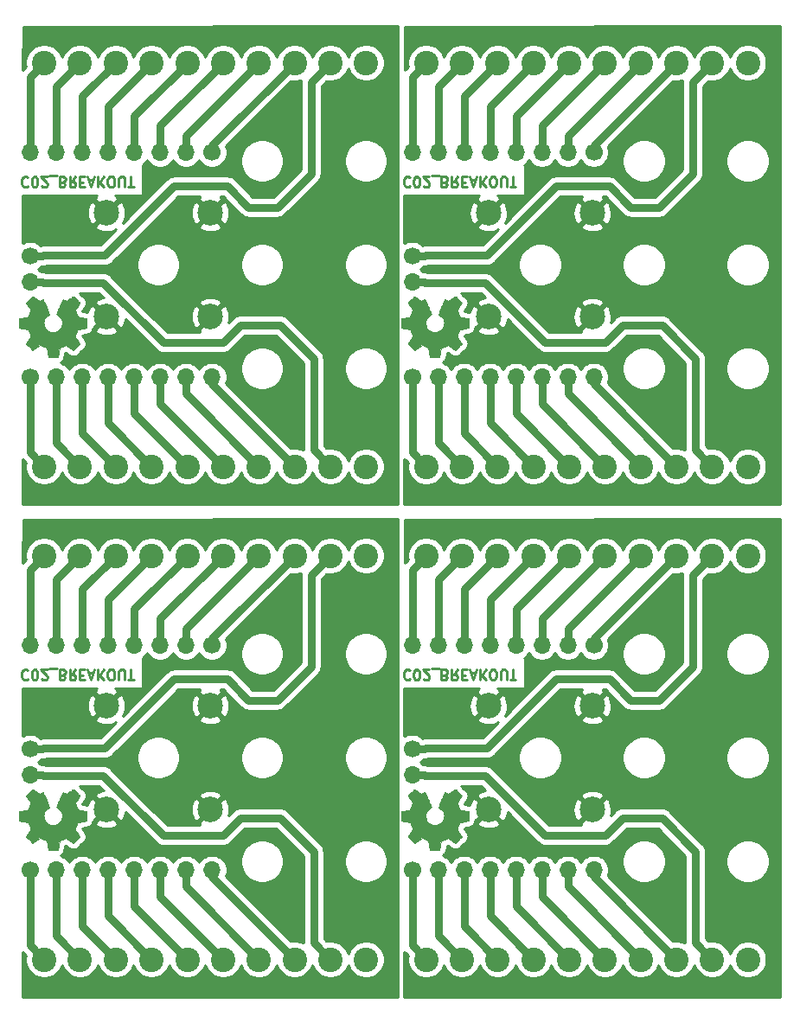
<source format=gbr>
G04 #@! TF.GenerationSoftware,KiCad,Pcbnew,5.1.5-52549c5~86~ubuntu18.04.1*
G04 #@! TF.CreationDate,2020-09-08T17:49:57-05:00*
G04 #@! TF.ProjectId,,58585858-5858-4585-9858-585858585858,rev?*
G04 #@! TF.SameCoordinates,Original*
G04 #@! TF.FileFunction,Copper,L2,Bot*
G04 #@! TF.FilePolarity,Positive*
%FSLAX46Y46*%
G04 Gerber Fmt 4.6, Leading zero omitted, Abs format (unit mm)*
G04 Created by KiCad (PCBNEW 5.1.5-52549c5~86~ubuntu18.04.1) date 2020-09-08 17:49:57*
%MOMM*%
%LPD*%
G04 APERTURE LIST*
%ADD10C,0.250000*%
%ADD11C,0.010000*%
%ADD12C,2.499360*%
%ADD13C,1.700000*%
%ADD14O,1.700000X1.700000*%
%ADD15C,2.400000*%
%ADD16C,0.750000*%
%ADD17C,0.254000*%
G04 APERTURE END LIST*
D10*
X152012866Y-129208257D02*
X151965247Y-129160638D01*
X151822390Y-129113019D01*
X151727152Y-129113019D01*
X151584295Y-129160638D01*
X151489057Y-129255876D01*
X151441438Y-129351114D01*
X151393819Y-129541590D01*
X151393819Y-129684447D01*
X151441438Y-129874923D01*
X151489057Y-129970161D01*
X151584295Y-130065400D01*
X151727152Y-130113019D01*
X151822390Y-130113019D01*
X151965247Y-130065400D01*
X152012866Y-130017780D01*
X152631914Y-130113019D02*
X152727152Y-130113019D01*
X152822390Y-130065400D01*
X152870009Y-130017780D01*
X152917628Y-129922542D01*
X152965247Y-129732066D01*
X152965247Y-129493971D01*
X152917628Y-129303495D01*
X152870009Y-129208257D01*
X152822390Y-129160638D01*
X152727152Y-129113019D01*
X152631914Y-129113019D01*
X152536676Y-129160638D01*
X152489057Y-129208257D01*
X152441438Y-129303495D01*
X152393819Y-129493971D01*
X152393819Y-129732066D01*
X152441438Y-129922542D01*
X152489057Y-130017780D01*
X152536676Y-130065400D01*
X152631914Y-130113019D01*
X153346200Y-130017780D02*
X153393819Y-130065400D01*
X153489057Y-130113019D01*
X153727152Y-130113019D01*
X153822390Y-130065400D01*
X153870009Y-130017780D01*
X153917628Y-129922542D01*
X153917628Y-129827304D01*
X153870009Y-129684447D01*
X153298580Y-129113019D01*
X153917628Y-129113019D01*
X154108104Y-129017780D02*
X154870009Y-129017780D01*
X155441438Y-129636828D02*
X155584295Y-129589209D01*
X155631914Y-129541590D01*
X155679533Y-129446352D01*
X155679533Y-129303495D01*
X155631914Y-129208257D01*
X155584295Y-129160638D01*
X155489057Y-129113019D01*
X155108104Y-129113019D01*
X155108104Y-130113019D01*
X155441438Y-130113019D01*
X155536676Y-130065400D01*
X155584295Y-130017780D01*
X155631914Y-129922542D01*
X155631914Y-129827304D01*
X155584295Y-129732066D01*
X155536676Y-129684447D01*
X155441438Y-129636828D01*
X155108104Y-129636828D01*
X156679533Y-129113019D02*
X156346200Y-129589209D01*
X156108104Y-129113019D02*
X156108104Y-130113019D01*
X156489057Y-130113019D01*
X156584295Y-130065400D01*
X156631914Y-130017780D01*
X156679533Y-129922542D01*
X156679533Y-129779685D01*
X156631914Y-129684447D01*
X156584295Y-129636828D01*
X156489057Y-129589209D01*
X156108104Y-129589209D01*
X157108104Y-129636828D02*
X157441438Y-129636828D01*
X157584295Y-129113019D02*
X157108104Y-129113019D01*
X157108104Y-130113019D01*
X157584295Y-130113019D01*
X157965247Y-129398733D02*
X158441438Y-129398733D01*
X157870009Y-129113019D02*
X158203342Y-130113019D01*
X158536676Y-129113019D01*
X158870009Y-129113019D02*
X158870009Y-130113019D01*
X159441438Y-129113019D02*
X159012866Y-129684447D01*
X159441438Y-130113019D02*
X158870009Y-129541590D01*
X160060485Y-130113019D02*
X160250961Y-130113019D01*
X160346200Y-130065400D01*
X160441438Y-129970161D01*
X160489057Y-129779685D01*
X160489057Y-129446352D01*
X160441438Y-129255876D01*
X160346200Y-129160638D01*
X160250961Y-129113019D01*
X160060485Y-129113019D01*
X159965247Y-129160638D01*
X159870009Y-129255876D01*
X159822390Y-129446352D01*
X159822390Y-129779685D01*
X159870009Y-129970161D01*
X159965247Y-130065400D01*
X160060485Y-130113019D01*
X160917628Y-130113019D02*
X160917628Y-129303495D01*
X160965247Y-129208257D01*
X161012866Y-129160638D01*
X161108104Y-129113019D01*
X161298580Y-129113019D01*
X161393819Y-129160638D01*
X161441438Y-129208257D01*
X161489057Y-129303495D01*
X161489057Y-130113019D01*
X161822390Y-130113019D02*
X162393819Y-130113019D01*
X162108104Y-129113019D02*
X162108104Y-130113019D01*
X114622866Y-129208257D02*
X114575247Y-129160638D01*
X114432390Y-129113019D01*
X114337152Y-129113019D01*
X114194295Y-129160638D01*
X114099057Y-129255876D01*
X114051438Y-129351114D01*
X114003819Y-129541590D01*
X114003819Y-129684447D01*
X114051438Y-129874923D01*
X114099057Y-129970161D01*
X114194295Y-130065400D01*
X114337152Y-130113019D01*
X114432390Y-130113019D01*
X114575247Y-130065400D01*
X114622866Y-130017780D01*
X115241914Y-130113019D02*
X115337152Y-130113019D01*
X115432390Y-130065400D01*
X115480009Y-130017780D01*
X115527628Y-129922542D01*
X115575247Y-129732066D01*
X115575247Y-129493971D01*
X115527628Y-129303495D01*
X115480009Y-129208257D01*
X115432390Y-129160638D01*
X115337152Y-129113019D01*
X115241914Y-129113019D01*
X115146676Y-129160638D01*
X115099057Y-129208257D01*
X115051438Y-129303495D01*
X115003819Y-129493971D01*
X115003819Y-129732066D01*
X115051438Y-129922542D01*
X115099057Y-130017780D01*
X115146676Y-130065400D01*
X115241914Y-130113019D01*
X115956200Y-130017780D02*
X116003819Y-130065400D01*
X116099057Y-130113019D01*
X116337152Y-130113019D01*
X116432390Y-130065400D01*
X116480009Y-130017780D01*
X116527628Y-129922542D01*
X116527628Y-129827304D01*
X116480009Y-129684447D01*
X115908580Y-129113019D01*
X116527628Y-129113019D01*
X116718104Y-129017780D02*
X117480009Y-129017780D01*
X118051438Y-129636828D02*
X118194295Y-129589209D01*
X118241914Y-129541590D01*
X118289533Y-129446352D01*
X118289533Y-129303495D01*
X118241914Y-129208257D01*
X118194295Y-129160638D01*
X118099057Y-129113019D01*
X117718104Y-129113019D01*
X117718104Y-130113019D01*
X118051438Y-130113019D01*
X118146676Y-130065400D01*
X118194295Y-130017780D01*
X118241914Y-129922542D01*
X118241914Y-129827304D01*
X118194295Y-129732066D01*
X118146676Y-129684447D01*
X118051438Y-129636828D01*
X117718104Y-129636828D01*
X119289533Y-129113019D02*
X118956200Y-129589209D01*
X118718104Y-129113019D02*
X118718104Y-130113019D01*
X119099057Y-130113019D01*
X119194295Y-130065400D01*
X119241914Y-130017780D01*
X119289533Y-129922542D01*
X119289533Y-129779685D01*
X119241914Y-129684447D01*
X119194295Y-129636828D01*
X119099057Y-129589209D01*
X118718104Y-129589209D01*
X119718104Y-129636828D02*
X120051438Y-129636828D01*
X120194295Y-129113019D02*
X119718104Y-129113019D01*
X119718104Y-130113019D01*
X120194295Y-130113019D01*
X120575247Y-129398733D02*
X121051438Y-129398733D01*
X120480009Y-129113019D02*
X120813342Y-130113019D01*
X121146676Y-129113019D01*
X121480009Y-129113019D02*
X121480009Y-130113019D01*
X122051438Y-129113019D02*
X121622866Y-129684447D01*
X122051438Y-130113019D02*
X121480009Y-129541590D01*
X122670485Y-130113019D02*
X122860961Y-130113019D01*
X122956200Y-130065400D01*
X123051438Y-129970161D01*
X123099057Y-129779685D01*
X123099057Y-129446352D01*
X123051438Y-129255876D01*
X122956200Y-129160638D01*
X122860961Y-129113019D01*
X122670485Y-129113019D01*
X122575247Y-129160638D01*
X122480009Y-129255876D01*
X122432390Y-129446352D01*
X122432390Y-129779685D01*
X122480009Y-129970161D01*
X122575247Y-130065400D01*
X122670485Y-130113019D01*
X123527628Y-130113019D02*
X123527628Y-129303495D01*
X123575247Y-129208257D01*
X123622866Y-129160638D01*
X123718104Y-129113019D01*
X123908580Y-129113019D01*
X124003819Y-129160638D01*
X124051438Y-129208257D01*
X124099057Y-129303495D01*
X124099057Y-130113019D01*
X124432390Y-130113019D02*
X125003819Y-130113019D01*
X124718104Y-129113019D02*
X124718104Y-130113019D01*
X152012866Y-80948257D02*
X151965247Y-80900638D01*
X151822390Y-80853019D01*
X151727152Y-80853019D01*
X151584295Y-80900638D01*
X151489057Y-80995876D01*
X151441438Y-81091114D01*
X151393819Y-81281590D01*
X151393819Y-81424447D01*
X151441438Y-81614923D01*
X151489057Y-81710161D01*
X151584295Y-81805400D01*
X151727152Y-81853019D01*
X151822390Y-81853019D01*
X151965247Y-81805400D01*
X152012866Y-81757780D01*
X152631914Y-81853019D02*
X152727152Y-81853019D01*
X152822390Y-81805400D01*
X152870009Y-81757780D01*
X152917628Y-81662542D01*
X152965247Y-81472066D01*
X152965247Y-81233971D01*
X152917628Y-81043495D01*
X152870009Y-80948257D01*
X152822390Y-80900638D01*
X152727152Y-80853019D01*
X152631914Y-80853019D01*
X152536676Y-80900638D01*
X152489057Y-80948257D01*
X152441438Y-81043495D01*
X152393819Y-81233971D01*
X152393819Y-81472066D01*
X152441438Y-81662542D01*
X152489057Y-81757780D01*
X152536676Y-81805400D01*
X152631914Y-81853019D01*
X153346200Y-81757780D02*
X153393819Y-81805400D01*
X153489057Y-81853019D01*
X153727152Y-81853019D01*
X153822390Y-81805400D01*
X153870009Y-81757780D01*
X153917628Y-81662542D01*
X153917628Y-81567304D01*
X153870009Y-81424447D01*
X153298580Y-80853019D01*
X153917628Y-80853019D01*
X154108104Y-80757780D02*
X154870009Y-80757780D01*
X155441438Y-81376828D02*
X155584295Y-81329209D01*
X155631914Y-81281590D01*
X155679533Y-81186352D01*
X155679533Y-81043495D01*
X155631914Y-80948257D01*
X155584295Y-80900638D01*
X155489057Y-80853019D01*
X155108104Y-80853019D01*
X155108104Y-81853019D01*
X155441438Y-81853019D01*
X155536676Y-81805400D01*
X155584295Y-81757780D01*
X155631914Y-81662542D01*
X155631914Y-81567304D01*
X155584295Y-81472066D01*
X155536676Y-81424447D01*
X155441438Y-81376828D01*
X155108104Y-81376828D01*
X156679533Y-80853019D02*
X156346200Y-81329209D01*
X156108104Y-80853019D02*
X156108104Y-81853019D01*
X156489057Y-81853019D01*
X156584295Y-81805400D01*
X156631914Y-81757780D01*
X156679533Y-81662542D01*
X156679533Y-81519685D01*
X156631914Y-81424447D01*
X156584295Y-81376828D01*
X156489057Y-81329209D01*
X156108104Y-81329209D01*
X157108104Y-81376828D02*
X157441438Y-81376828D01*
X157584295Y-80853019D02*
X157108104Y-80853019D01*
X157108104Y-81853019D01*
X157584295Y-81853019D01*
X157965247Y-81138733D02*
X158441438Y-81138733D01*
X157870009Y-80853019D02*
X158203342Y-81853019D01*
X158536676Y-80853019D01*
X158870009Y-80853019D02*
X158870009Y-81853019D01*
X159441438Y-80853019D02*
X159012866Y-81424447D01*
X159441438Y-81853019D02*
X158870009Y-81281590D01*
X160060485Y-81853019D02*
X160250961Y-81853019D01*
X160346200Y-81805400D01*
X160441438Y-81710161D01*
X160489057Y-81519685D01*
X160489057Y-81186352D01*
X160441438Y-80995876D01*
X160346200Y-80900638D01*
X160250961Y-80853019D01*
X160060485Y-80853019D01*
X159965247Y-80900638D01*
X159870009Y-80995876D01*
X159822390Y-81186352D01*
X159822390Y-81519685D01*
X159870009Y-81710161D01*
X159965247Y-81805400D01*
X160060485Y-81853019D01*
X160917628Y-81853019D02*
X160917628Y-81043495D01*
X160965247Y-80948257D01*
X161012866Y-80900638D01*
X161108104Y-80853019D01*
X161298580Y-80853019D01*
X161393819Y-80900638D01*
X161441438Y-80948257D01*
X161489057Y-81043495D01*
X161489057Y-81853019D01*
X161822390Y-81853019D02*
X162393819Y-81853019D01*
X162108104Y-80853019D02*
X162108104Y-81853019D01*
X114622866Y-80948257D02*
X114575247Y-80900638D01*
X114432390Y-80853019D01*
X114337152Y-80853019D01*
X114194295Y-80900638D01*
X114099057Y-80995876D01*
X114051438Y-81091114D01*
X114003819Y-81281590D01*
X114003819Y-81424447D01*
X114051438Y-81614923D01*
X114099057Y-81710161D01*
X114194295Y-81805400D01*
X114337152Y-81853019D01*
X114432390Y-81853019D01*
X114575247Y-81805400D01*
X114622866Y-81757780D01*
X115241914Y-81853019D02*
X115337152Y-81853019D01*
X115432390Y-81805400D01*
X115480009Y-81757780D01*
X115527628Y-81662542D01*
X115575247Y-81472066D01*
X115575247Y-81233971D01*
X115527628Y-81043495D01*
X115480009Y-80948257D01*
X115432390Y-80900638D01*
X115337152Y-80853019D01*
X115241914Y-80853019D01*
X115146676Y-80900638D01*
X115099057Y-80948257D01*
X115051438Y-81043495D01*
X115003819Y-81233971D01*
X115003819Y-81472066D01*
X115051438Y-81662542D01*
X115099057Y-81757780D01*
X115146676Y-81805400D01*
X115241914Y-81853019D01*
X115956200Y-81757780D02*
X116003819Y-81805400D01*
X116099057Y-81853019D01*
X116337152Y-81853019D01*
X116432390Y-81805400D01*
X116480009Y-81757780D01*
X116527628Y-81662542D01*
X116527628Y-81567304D01*
X116480009Y-81424447D01*
X115908580Y-80853019D01*
X116527628Y-80853019D01*
X116718104Y-80757780D02*
X117480009Y-80757780D01*
X118051438Y-81376828D02*
X118194295Y-81329209D01*
X118241914Y-81281590D01*
X118289533Y-81186352D01*
X118289533Y-81043495D01*
X118241914Y-80948257D01*
X118194295Y-80900638D01*
X118099057Y-80853019D01*
X117718104Y-80853019D01*
X117718104Y-81853019D01*
X118051438Y-81853019D01*
X118146676Y-81805400D01*
X118194295Y-81757780D01*
X118241914Y-81662542D01*
X118241914Y-81567304D01*
X118194295Y-81472066D01*
X118146676Y-81424447D01*
X118051438Y-81376828D01*
X117718104Y-81376828D01*
X119289533Y-80853019D02*
X118956200Y-81329209D01*
X118718104Y-80853019D02*
X118718104Y-81853019D01*
X119099057Y-81853019D01*
X119194295Y-81805400D01*
X119241914Y-81757780D01*
X119289533Y-81662542D01*
X119289533Y-81519685D01*
X119241914Y-81424447D01*
X119194295Y-81376828D01*
X119099057Y-81329209D01*
X118718104Y-81329209D01*
X119718104Y-81376828D02*
X120051438Y-81376828D01*
X120194295Y-80853019D02*
X119718104Y-80853019D01*
X119718104Y-81853019D01*
X120194295Y-81853019D01*
X120575247Y-81138733D02*
X121051438Y-81138733D01*
X120480009Y-80853019D02*
X120813342Y-81853019D01*
X121146676Y-80853019D01*
X121480009Y-80853019D02*
X121480009Y-81853019D01*
X122051438Y-80853019D02*
X121622866Y-81424447D01*
X122051438Y-81853019D02*
X121480009Y-81281590D01*
X122670485Y-81853019D02*
X122860961Y-81853019D01*
X122956200Y-81805400D01*
X123051438Y-81710161D01*
X123099057Y-81519685D01*
X123099057Y-81186352D01*
X123051438Y-80995876D01*
X122956200Y-80900638D01*
X122860961Y-80853019D01*
X122670485Y-80853019D01*
X122575247Y-80900638D01*
X122480009Y-80995876D01*
X122432390Y-81186352D01*
X122432390Y-81519685D01*
X122480009Y-81710161D01*
X122575247Y-81805400D01*
X122670485Y-81853019D01*
X123527628Y-81853019D02*
X123527628Y-81043495D01*
X123575247Y-80948257D01*
X123622866Y-80900638D01*
X123718104Y-80853019D01*
X123908580Y-80853019D01*
X124003819Y-80900638D01*
X124051438Y-80948257D01*
X124099057Y-81043495D01*
X124099057Y-81853019D01*
X124432390Y-81853019D02*
X125003819Y-81853019D01*
X124718104Y-80853019D02*
X124718104Y-81853019D01*
D11*
G36*
X155014414Y-146295069D02*
G01*
X155098235Y-145850445D01*
X155407520Y-145722947D01*
X155716806Y-145595449D01*
X156087846Y-145847754D01*
X156191757Y-145918004D01*
X156285687Y-145980728D01*
X156365252Y-146033062D01*
X156426070Y-146072143D01*
X156463757Y-146095107D01*
X156474021Y-146100058D01*
X156492510Y-146087324D01*
X156532020Y-146052118D01*
X156588122Y-145998938D01*
X156656387Y-145932282D01*
X156732386Y-145856646D01*
X156811692Y-145776528D01*
X156889875Y-145696426D01*
X156962507Y-145620836D01*
X157025159Y-145554255D01*
X157073403Y-145501182D01*
X157102810Y-145466113D01*
X157109841Y-145454377D01*
X157099723Y-145432740D01*
X157071359Y-145385338D01*
X157027729Y-145316807D01*
X156971818Y-145231785D01*
X156906606Y-145134907D01*
X156868819Y-145079650D01*
X156799943Y-144978752D01*
X156738740Y-144887701D01*
X156688178Y-144811030D01*
X156651228Y-144753272D01*
X156630858Y-144718957D01*
X156627797Y-144711746D01*
X156634736Y-144691252D01*
X156653651Y-144643487D01*
X156681687Y-144575168D01*
X156715991Y-144493011D01*
X156753709Y-144403730D01*
X156791987Y-144314042D01*
X156827970Y-144230662D01*
X156858806Y-144160306D01*
X156881639Y-144109690D01*
X156893617Y-144085529D01*
X156894324Y-144084578D01*
X156913131Y-144079964D01*
X156963218Y-144069672D01*
X157039393Y-144054713D01*
X157136465Y-144036099D01*
X157249243Y-144014841D01*
X157315042Y-144002582D01*
X157435550Y-143979638D01*
X157544397Y-143957805D01*
X157636076Y-143938278D01*
X157705081Y-143922252D01*
X157745904Y-143910921D01*
X157754111Y-143907326D01*
X157762148Y-143882994D01*
X157768633Y-143828041D01*
X157773570Y-143748892D01*
X157776964Y-143651974D01*
X157778818Y-143543713D01*
X157779138Y-143430535D01*
X157777927Y-143318865D01*
X157775190Y-143215132D01*
X157770931Y-143125759D01*
X157765155Y-143057174D01*
X157757867Y-143015803D01*
X157753495Y-143007190D01*
X157727364Y-142996867D01*
X157671993Y-142982108D01*
X157594707Y-142964648D01*
X157502830Y-142946220D01*
X157470758Y-142940259D01*
X157316124Y-142911934D01*
X157193975Y-142889124D01*
X157100273Y-142870920D01*
X157030984Y-142856417D01*
X156982071Y-142844708D01*
X156949497Y-142834885D01*
X156929228Y-142826044D01*
X156917226Y-142817276D01*
X156915547Y-142815543D01*
X156898784Y-142787629D01*
X156873214Y-142733305D01*
X156841388Y-142659223D01*
X156805860Y-142572035D01*
X156769183Y-142478392D01*
X156733911Y-142384948D01*
X156702596Y-142298353D01*
X156677793Y-142225260D01*
X156662054Y-142172322D01*
X156657932Y-142146189D01*
X156658276Y-142145274D01*
X156672241Y-142123914D01*
X156703922Y-142076916D01*
X156749991Y-142009173D01*
X156807118Y-141925577D01*
X156871973Y-141831018D01*
X156890443Y-141804146D01*
X156956299Y-141706725D01*
X157014250Y-141617837D01*
X157061138Y-141542588D01*
X157093807Y-141486080D01*
X157109100Y-141453419D01*
X157109841Y-141449407D01*
X157096992Y-141428316D01*
X157061488Y-141386536D01*
X157007893Y-141328555D01*
X156940771Y-141258865D01*
X156864687Y-141181955D01*
X156784204Y-141102317D01*
X156703887Y-141024439D01*
X156628299Y-140952814D01*
X156562005Y-140891930D01*
X156509569Y-140846279D01*
X156475555Y-140820350D01*
X156466145Y-140816117D01*
X156444243Y-140826088D01*
X156399400Y-140852980D01*
X156338921Y-140892264D01*
X156292389Y-140923883D01*
X156208075Y-140981902D01*
X156108226Y-141050216D01*
X156008073Y-141118421D01*
X155954227Y-141154925D01*
X155771971Y-141278200D01*
X155618981Y-141195480D01*
X155549282Y-141159241D01*
X155490014Y-141131074D01*
X155449911Y-141115009D01*
X155439703Y-141112774D01*
X155427429Y-141129278D01*
X155403213Y-141175918D01*
X155368863Y-141248391D01*
X155326188Y-141342394D01*
X155276994Y-141453626D01*
X155223090Y-141577785D01*
X155166284Y-141710568D01*
X155108382Y-141847673D01*
X155051193Y-141984798D01*
X154996524Y-142117642D01*
X154946184Y-142241902D01*
X154901980Y-142353275D01*
X154865719Y-142447461D01*
X154839209Y-142520156D01*
X154824258Y-142567059D01*
X154821854Y-142583167D01*
X154840911Y-142603714D01*
X154882636Y-142637067D01*
X154938306Y-142676298D01*
X154942978Y-142679401D01*
X155086864Y-142794577D01*
X155202883Y-142928947D01*
X155290030Y-143078216D01*
X155347299Y-143238087D01*
X155373686Y-143404263D01*
X155368185Y-143572448D01*
X155329790Y-143738345D01*
X155257495Y-143897658D01*
X155236226Y-143932513D01*
X155125596Y-144073263D01*
X154994902Y-144186286D01*
X154848664Y-144270997D01*
X154691408Y-144326806D01*
X154527657Y-144353126D01*
X154361933Y-144349370D01*
X154198762Y-144314950D01*
X154042665Y-144249277D01*
X153898167Y-144151765D01*
X153853469Y-144112187D01*
X153739712Y-143988297D01*
X153656818Y-143857876D01*
X153599956Y-143711685D01*
X153568287Y-143566912D01*
X153560469Y-143404140D01*
X153586538Y-143240560D01*
X153643845Y-143081702D01*
X153729744Y-142933094D01*
X153841586Y-142800265D01*
X153976723Y-142688744D01*
X153994483Y-142676989D01*
X154050750Y-142638492D01*
X154093523Y-142605137D01*
X154113972Y-142583840D01*
X154114269Y-142583167D01*
X154109879Y-142560129D01*
X154092476Y-142507843D01*
X154063868Y-142430610D01*
X154025865Y-142332732D01*
X153980274Y-142218509D01*
X153928903Y-142092242D01*
X153873562Y-141958233D01*
X153816058Y-141820782D01*
X153758201Y-141684192D01*
X153701798Y-141552763D01*
X153648658Y-141430795D01*
X153600590Y-141322591D01*
X153559401Y-141232451D01*
X153526901Y-141164677D01*
X153504897Y-141123570D01*
X153496036Y-141112774D01*
X153468960Y-141121181D01*
X153418297Y-141143728D01*
X153352783Y-141176387D01*
X153316759Y-141195480D01*
X153163768Y-141278200D01*
X152981512Y-141154925D01*
X152888475Y-141091772D01*
X152786615Y-141022273D01*
X152691162Y-140956835D01*
X152643350Y-140923883D01*
X152576105Y-140878727D01*
X152519164Y-140842943D01*
X152479954Y-140821062D01*
X152467219Y-140816437D01*
X152448683Y-140828915D01*
X152407659Y-140863748D01*
X152348125Y-140917322D01*
X152274058Y-140986017D01*
X152189435Y-141066219D01*
X152135915Y-141117714D01*
X152042281Y-141209714D01*
X151961359Y-141292001D01*
X151896423Y-141361055D01*
X151850742Y-141413356D01*
X151827589Y-141445384D01*
X151825368Y-141451884D01*
X151835676Y-141476606D01*
X151864161Y-141526595D01*
X151907663Y-141596788D01*
X151963023Y-141682125D01*
X152027080Y-141777544D01*
X152045297Y-141804146D01*
X152111673Y-141900833D01*
X152171222Y-141987883D01*
X152220616Y-142060405D01*
X152256525Y-142113507D01*
X152275619Y-142142297D01*
X152277464Y-142145274D01*
X152274705Y-142168218D01*
X152260062Y-142218664D01*
X152236087Y-142289959D01*
X152205334Y-142375453D01*
X152170356Y-142468493D01*
X152133707Y-142562426D01*
X152097939Y-142650601D01*
X152065606Y-142726366D01*
X152039262Y-142783069D01*
X152021458Y-142814057D01*
X152020193Y-142815543D01*
X152009306Y-142824399D01*
X151990918Y-142833157D01*
X151960994Y-142842723D01*
X151915497Y-142854004D01*
X151850391Y-142867907D01*
X151761639Y-142885337D01*
X151645207Y-142907202D01*
X151497058Y-142934409D01*
X151464982Y-142940259D01*
X151369914Y-142958626D01*
X151287035Y-142976595D01*
X151223670Y-142992431D01*
X151187142Y-143004400D01*
X151182244Y-143007190D01*
X151174173Y-143031928D01*
X151167613Y-143087210D01*
X151162567Y-143166611D01*
X151159041Y-143263704D01*
X151157039Y-143372062D01*
X151156564Y-143485260D01*
X151157623Y-143596872D01*
X151160218Y-143700471D01*
X151164354Y-143789632D01*
X151170037Y-143857928D01*
X151177269Y-143898934D01*
X151181629Y-143907326D01*
X151205902Y-143915792D01*
X151261174Y-143929565D01*
X151341938Y-143947450D01*
X151442688Y-143968252D01*
X151557917Y-143990777D01*
X151620698Y-144002582D01*
X151739813Y-144024849D01*
X151846035Y-144045021D01*
X151934173Y-144062085D01*
X151999034Y-144075031D01*
X152035426Y-144082845D01*
X152041416Y-144084578D01*
X152051539Y-144104110D01*
X152072938Y-144151157D01*
X152102761Y-144218997D01*
X152138155Y-144300909D01*
X152176268Y-144390172D01*
X152214247Y-144480065D01*
X152249240Y-144563865D01*
X152278394Y-144634853D01*
X152298857Y-144686306D01*
X152307777Y-144711503D01*
X152307943Y-144712604D01*
X152297831Y-144732481D01*
X152269483Y-144778223D01*
X152225877Y-144845283D01*
X152169994Y-144929116D01*
X152104813Y-145025174D01*
X152066921Y-145080350D01*
X151997875Y-145181519D01*
X151936550Y-145273370D01*
X151885937Y-145351256D01*
X151849029Y-145410531D01*
X151828818Y-145446549D01*
X151825899Y-145454623D01*
X151838447Y-145473416D01*
X151873137Y-145513543D01*
X151925537Y-145570507D01*
X151991216Y-145639815D01*
X152065744Y-145716969D01*
X152144687Y-145797475D01*
X152223617Y-145876837D01*
X152298100Y-145950560D01*
X152363706Y-146014148D01*
X152416004Y-146063106D01*
X152450561Y-146092939D01*
X152462122Y-146100058D01*
X152480946Y-146090047D01*
X152525969Y-146061922D01*
X152592813Y-146018546D01*
X152677101Y-145962782D01*
X152774456Y-145897494D01*
X152847893Y-145847754D01*
X153218933Y-145595449D01*
X153837505Y-145850445D01*
X153921325Y-146295069D01*
X154005146Y-146739693D01*
X154930594Y-146739693D01*
X155014414Y-146295069D01*
G37*
X155014414Y-146295069D02*
X155098235Y-145850445D01*
X155407520Y-145722947D01*
X155716806Y-145595449D01*
X156087846Y-145847754D01*
X156191757Y-145918004D01*
X156285687Y-145980728D01*
X156365252Y-146033062D01*
X156426070Y-146072143D01*
X156463757Y-146095107D01*
X156474021Y-146100058D01*
X156492510Y-146087324D01*
X156532020Y-146052118D01*
X156588122Y-145998938D01*
X156656387Y-145932282D01*
X156732386Y-145856646D01*
X156811692Y-145776528D01*
X156889875Y-145696426D01*
X156962507Y-145620836D01*
X157025159Y-145554255D01*
X157073403Y-145501182D01*
X157102810Y-145466113D01*
X157109841Y-145454377D01*
X157099723Y-145432740D01*
X157071359Y-145385338D01*
X157027729Y-145316807D01*
X156971818Y-145231785D01*
X156906606Y-145134907D01*
X156868819Y-145079650D01*
X156799943Y-144978752D01*
X156738740Y-144887701D01*
X156688178Y-144811030D01*
X156651228Y-144753272D01*
X156630858Y-144718957D01*
X156627797Y-144711746D01*
X156634736Y-144691252D01*
X156653651Y-144643487D01*
X156681687Y-144575168D01*
X156715991Y-144493011D01*
X156753709Y-144403730D01*
X156791987Y-144314042D01*
X156827970Y-144230662D01*
X156858806Y-144160306D01*
X156881639Y-144109690D01*
X156893617Y-144085529D01*
X156894324Y-144084578D01*
X156913131Y-144079964D01*
X156963218Y-144069672D01*
X157039393Y-144054713D01*
X157136465Y-144036099D01*
X157249243Y-144014841D01*
X157315042Y-144002582D01*
X157435550Y-143979638D01*
X157544397Y-143957805D01*
X157636076Y-143938278D01*
X157705081Y-143922252D01*
X157745904Y-143910921D01*
X157754111Y-143907326D01*
X157762148Y-143882994D01*
X157768633Y-143828041D01*
X157773570Y-143748892D01*
X157776964Y-143651974D01*
X157778818Y-143543713D01*
X157779138Y-143430535D01*
X157777927Y-143318865D01*
X157775190Y-143215132D01*
X157770931Y-143125759D01*
X157765155Y-143057174D01*
X157757867Y-143015803D01*
X157753495Y-143007190D01*
X157727364Y-142996867D01*
X157671993Y-142982108D01*
X157594707Y-142964648D01*
X157502830Y-142946220D01*
X157470758Y-142940259D01*
X157316124Y-142911934D01*
X157193975Y-142889124D01*
X157100273Y-142870920D01*
X157030984Y-142856417D01*
X156982071Y-142844708D01*
X156949497Y-142834885D01*
X156929228Y-142826044D01*
X156917226Y-142817276D01*
X156915547Y-142815543D01*
X156898784Y-142787629D01*
X156873214Y-142733305D01*
X156841388Y-142659223D01*
X156805860Y-142572035D01*
X156769183Y-142478392D01*
X156733911Y-142384948D01*
X156702596Y-142298353D01*
X156677793Y-142225260D01*
X156662054Y-142172322D01*
X156657932Y-142146189D01*
X156658276Y-142145274D01*
X156672241Y-142123914D01*
X156703922Y-142076916D01*
X156749991Y-142009173D01*
X156807118Y-141925577D01*
X156871973Y-141831018D01*
X156890443Y-141804146D01*
X156956299Y-141706725D01*
X157014250Y-141617837D01*
X157061138Y-141542588D01*
X157093807Y-141486080D01*
X157109100Y-141453419D01*
X157109841Y-141449407D01*
X157096992Y-141428316D01*
X157061488Y-141386536D01*
X157007893Y-141328555D01*
X156940771Y-141258865D01*
X156864687Y-141181955D01*
X156784204Y-141102317D01*
X156703887Y-141024439D01*
X156628299Y-140952814D01*
X156562005Y-140891930D01*
X156509569Y-140846279D01*
X156475555Y-140820350D01*
X156466145Y-140816117D01*
X156444243Y-140826088D01*
X156399400Y-140852980D01*
X156338921Y-140892264D01*
X156292389Y-140923883D01*
X156208075Y-140981902D01*
X156108226Y-141050216D01*
X156008073Y-141118421D01*
X155954227Y-141154925D01*
X155771971Y-141278200D01*
X155618981Y-141195480D01*
X155549282Y-141159241D01*
X155490014Y-141131074D01*
X155449911Y-141115009D01*
X155439703Y-141112774D01*
X155427429Y-141129278D01*
X155403213Y-141175918D01*
X155368863Y-141248391D01*
X155326188Y-141342394D01*
X155276994Y-141453626D01*
X155223090Y-141577785D01*
X155166284Y-141710568D01*
X155108382Y-141847673D01*
X155051193Y-141984798D01*
X154996524Y-142117642D01*
X154946184Y-142241902D01*
X154901980Y-142353275D01*
X154865719Y-142447461D01*
X154839209Y-142520156D01*
X154824258Y-142567059D01*
X154821854Y-142583167D01*
X154840911Y-142603714D01*
X154882636Y-142637067D01*
X154938306Y-142676298D01*
X154942978Y-142679401D01*
X155086864Y-142794577D01*
X155202883Y-142928947D01*
X155290030Y-143078216D01*
X155347299Y-143238087D01*
X155373686Y-143404263D01*
X155368185Y-143572448D01*
X155329790Y-143738345D01*
X155257495Y-143897658D01*
X155236226Y-143932513D01*
X155125596Y-144073263D01*
X154994902Y-144186286D01*
X154848664Y-144270997D01*
X154691408Y-144326806D01*
X154527657Y-144353126D01*
X154361933Y-144349370D01*
X154198762Y-144314950D01*
X154042665Y-144249277D01*
X153898167Y-144151765D01*
X153853469Y-144112187D01*
X153739712Y-143988297D01*
X153656818Y-143857876D01*
X153599956Y-143711685D01*
X153568287Y-143566912D01*
X153560469Y-143404140D01*
X153586538Y-143240560D01*
X153643845Y-143081702D01*
X153729744Y-142933094D01*
X153841586Y-142800265D01*
X153976723Y-142688744D01*
X153994483Y-142676989D01*
X154050750Y-142638492D01*
X154093523Y-142605137D01*
X154113972Y-142583840D01*
X154114269Y-142583167D01*
X154109879Y-142560129D01*
X154092476Y-142507843D01*
X154063868Y-142430610D01*
X154025865Y-142332732D01*
X153980274Y-142218509D01*
X153928903Y-142092242D01*
X153873562Y-141958233D01*
X153816058Y-141820782D01*
X153758201Y-141684192D01*
X153701798Y-141552763D01*
X153648658Y-141430795D01*
X153600590Y-141322591D01*
X153559401Y-141232451D01*
X153526901Y-141164677D01*
X153504897Y-141123570D01*
X153496036Y-141112774D01*
X153468960Y-141121181D01*
X153418297Y-141143728D01*
X153352783Y-141176387D01*
X153316759Y-141195480D01*
X153163768Y-141278200D01*
X152981512Y-141154925D01*
X152888475Y-141091772D01*
X152786615Y-141022273D01*
X152691162Y-140956835D01*
X152643350Y-140923883D01*
X152576105Y-140878727D01*
X152519164Y-140842943D01*
X152479954Y-140821062D01*
X152467219Y-140816437D01*
X152448683Y-140828915D01*
X152407659Y-140863748D01*
X152348125Y-140917322D01*
X152274058Y-140986017D01*
X152189435Y-141066219D01*
X152135915Y-141117714D01*
X152042281Y-141209714D01*
X151961359Y-141292001D01*
X151896423Y-141361055D01*
X151850742Y-141413356D01*
X151827589Y-141445384D01*
X151825368Y-141451884D01*
X151835676Y-141476606D01*
X151864161Y-141526595D01*
X151907663Y-141596788D01*
X151963023Y-141682125D01*
X152027080Y-141777544D01*
X152045297Y-141804146D01*
X152111673Y-141900833D01*
X152171222Y-141987883D01*
X152220616Y-142060405D01*
X152256525Y-142113507D01*
X152275619Y-142142297D01*
X152277464Y-142145274D01*
X152274705Y-142168218D01*
X152260062Y-142218664D01*
X152236087Y-142289959D01*
X152205334Y-142375453D01*
X152170356Y-142468493D01*
X152133707Y-142562426D01*
X152097939Y-142650601D01*
X152065606Y-142726366D01*
X152039262Y-142783069D01*
X152021458Y-142814057D01*
X152020193Y-142815543D01*
X152009306Y-142824399D01*
X151990918Y-142833157D01*
X151960994Y-142842723D01*
X151915497Y-142854004D01*
X151850391Y-142867907D01*
X151761639Y-142885337D01*
X151645207Y-142907202D01*
X151497058Y-142934409D01*
X151464982Y-142940259D01*
X151369914Y-142958626D01*
X151287035Y-142976595D01*
X151223670Y-142992431D01*
X151187142Y-143004400D01*
X151182244Y-143007190D01*
X151174173Y-143031928D01*
X151167613Y-143087210D01*
X151162567Y-143166611D01*
X151159041Y-143263704D01*
X151157039Y-143372062D01*
X151156564Y-143485260D01*
X151157623Y-143596872D01*
X151160218Y-143700471D01*
X151164354Y-143789632D01*
X151170037Y-143857928D01*
X151177269Y-143898934D01*
X151181629Y-143907326D01*
X151205902Y-143915792D01*
X151261174Y-143929565D01*
X151341938Y-143947450D01*
X151442688Y-143968252D01*
X151557917Y-143990777D01*
X151620698Y-144002582D01*
X151739813Y-144024849D01*
X151846035Y-144045021D01*
X151934173Y-144062085D01*
X151999034Y-144075031D01*
X152035426Y-144082845D01*
X152041416Y-144084578D01*
X152051539Y-144104110D01*
X152072938Y-144151157D01*
X152102761Y-144218997D01*
X152138155Y-144300909D01*
X152176268Y-144390172D01*
X152214247Y-144480065D01*
X152249240Y-144563865D01*
X152278394Y-144634853D01*
X152298857Y-144686306D01*
X152307777Y-144711503D01*
X152307943Y-144712604D01*
X152297831Y-144732481D01*
X152269483Y-144778223D01*
X152225877Y-144845283D01*
X152169994Y-144929116D01*
X152104813Y-145025174D01*
X152066921Y-145080350D01*
X151997875Y-145181519D01*
X151936550Y-145273370D01*
X151885937Y-145351256D01*
X151849029Y-145410531D01*
X151828818Y-145446549D01*
X151825899Y-145454623D01*
X151838447Y-145473416D01*
X151873137Y-145513543D01*
X151925537Y-145570507D01*
X151991216Y-145639815D01*
X152065744Y-145716969D01*
X152144687Y-145797475D01*
X152223617Y-145876837D01*
X152298100Y-145950560D01*
X152363706Y-146014148D01*
X152416004Y-146063106D01*
X152450561Y-146092939D01*
X152462122Y-146100058D01*
X152480946Y-146090047D01*
X152525969Y-146061922D01*
X152592813Y-146018546D01*
X152677101Y-145962782D01*
X152774456Y-145897494D01*
X152847893Y-145847754D01*
X153218933Y-145595449D01*
X153837505Y-145850445D01*
X153921325Y-146295069D01*
X154005146Y-146739693D01*
X154930594Y-146739693D01*
X155014414Y-146295069D01*
G36*
X117624414Y-146295069D02*
G01*
X117708235Y-145850445D01*
X118017520Y-145722947D01*
X118326806Y-145595449D01*
X118697846Y-145847754D01*
X118801757Y-145918004D01*
X118895687Y-145980728D01*
X118975252Y-146033062D01*
X119036070Y-146072143D01*
X119073757Y-146095107D01*
X119084021Y-146100058D01*
X119102510Y-146087324D01*
X119142020Y-146052118D01*
X119198122Y-145998938D01*
X119266387Y-145932282D01*
X119342386Y-145856646D01*
X119421692Y-145776528D01*
X119499875Y-145696426D01*
X119572507Y-145620836D01*
X119635159Y-145554255D01*
X119683403Y-145501182D01*
X119712810Y-145466113D01*
X119719841Y-145454377D01*
X119709723Y-145432740D01*
X119681359Y-145385338D01*
X119637729Y-145316807D01*
X119581818Y-145231785D01*
X119516606Y-145134907D01*
X119478819Y-145079650D01*
X119409943Y-144978752D01*
X119348740Y-144887701D01*
X119298178Y-144811030D01*
X119261228Y-144753272D01*
X119240858Y-144718957D01*
X119237797Y-144711746D01*
X119244736Y-144691252D01*
X119263651Y-144643487D01*
X119291687Y-144575168D01*
X119325991Y-144493011D01*
X119363709Y-144403730D01*
X119401987Y-144314042D01*
X119437970Y-144230662D01*
X119468806Y-144160306D01*
X119491639Y-144109690D01*
X119503617Y-144085529D01*
X119504324Y-144084578D01*
X119523131Y-144079964D01*
X119573218Y-144069672D01*
X119649393Y-144054713D01*
X119746465Y-144036099D01*
X119859243Y-144014841D01*
X119925042Y-144002582D01*
X120045550Y-143979638D01*
X120154397Y-143957805D01*
X120246076Y-143938278D01*
X120315081Y-143922252D01*
X120355904Y-143910921D01*
X120364111Y-143907326D01*
X120372148Y-143882994D01*
X120378633Y-143828041D01*
X120383570Y-143748892D01*
X120386964Y-143651974D01*
X120388818Y-143543713D01*
X120389138Y-143430535D01*
X120387927Y-143318865D01*
X120385190Y-143215132D01*
X120380931Y-143125759D01*
X120375155Y-143057174D01*
X120367867Y-143015803D01*
X120363495Y-143007190D01*
X120337364Y-142996867D01*
X120281993Y-142982108D01*
X120204707Y-142964648D01*
X120112830Y-142946220D01*
X120080758Y-142940259D01*
X119926124Y-142911934D01*
X119803975Y-142889124D01*
X119710273Y-142870920D01*
X119640984Y-142856417D01*
X119592071Y-142844708D01*
X119559497Y-142834885D01*
X119539228Y-142826044D01*
X119527226Y-142817276D01*
X119525547Y-142815543D01*
X119508784Y-142787629D01*
X119483214Y-142733305D01*
X119451388Y-142659223D01*
X119415860Y-142572035D01*
X119379183Y-142478392D01*
X119343911Y-142384948D01*
X119312596Y-142298353D01*
X119287793Y-142225260D01*
X119272054Y-142172322D01*
X119267932Y-142146189D01*
X119268276Y-142145274D01*
X119282241Y-142123914D01*
X119313922Y-142076916D01*
X119359991Y-142009173D01*
X119417118Y-141925577D01*
X119481973Y-141831018D01*
X119500443Y-141804146D01*
X119566299Y-141706725D01*
X119624250Y-141617837D01*
X119671138Y-141542588D01*
X119703807Y-141486080D01*
X119719100Y-141453419D01*
X119719841Y-141449407D01*
X119706992Y-141428316D01*
X119671488Y-141386536D01*
X119617893Y-141328555D01*
X119550771Y-141258865D01*
X119474687Y-141181955D01*
X119394204Y-141102317D01*
X119313887Y-141024439D01*
X119238299Y-140952814D01*
X119172005Y-140891930D01*
X119119569Y-140846279D01*
X119085555Y-140820350D01*
X119076145Y-140816117D01*
X119054243Y-140826088D01*
X119009400Y-140852980D01*
X118948921Y-140892264D01*
X118902389Y-140923883D01*
X118818075Y-140981902D01*
X118718226Y-141050216D01*
X118618073Y-141118421D01*
X118564227Y-141154925D01*
X118381971Y-141278200D01*
X118228981Y-141195480D01*
X118159282Y-141159241D01*
X118100014Y-141131074D01*
X118059911Y-141115009D01*
X118049703Y-141112774D01*
X118037429Y-141129278D01*
X118013213Y-141175918D01*
X117978863Y-141248391D01*
X117936188Y-141342394D01*
X117886994Y-141453626D01*
X117833090Y-141577785D01*
X117776284Y-141710568D01*
X117718382Y-141847673D01*
X117661193Y-141984798D01*
X117606524Y-142117642D01*
X117556184Y-142241902D01*
X117511980Y-142353275D01*
X117475719Y-142447461D01*
X117449209Y-142520156D01*
X117434258Y-142567059D01*
X117431854Y-142583167D01*
X117450911Y-142603714D01*
X117492636Y-142637067D01*
X117548306Y-142676298D01*
X117552978Y-142679401D01*
X117696864Y-142794577D01*
X117812883Y-142928947D01*
X117900030Y-143078216D01*
X117957299Y-143238087D01*
X117983686Y-143404263D01*
X117978185Y-143572448D01*
X117939790Y-143738345D01*
X117867495Y-143897658D01*
X117846226Y-143932513D01*
X117735596Y-144073263D01*
X117604902Y-144186286D01*
X117458664Y-144270997D01*
X117301408Y-144326806D01*
X117137657Y-144353126D01*
X116971933Y-144349370D01*
X116808762Y-144314950D01*
X116652665Y-144249277D01*
X116508167Y-144151765D01*
X116463469Y-144112187D01*
X116349712Y-143988297D01*
X116266818Y-143857876D01*
X116209956Y-143711685D01*
X116178287Y-143566912D01*
X116170469Y-143404140D01*
X116196538Y-143240560D01*
X116253845Y-143081702D01*
X116339744Y-142933094D01*
X116451586Y-142800265D01*
X116586723Y-142688744D01*
X116604483Y-142676989D01*
X116660750Y-142638492D01*
X116703523Y-142605137D01*
X116723972Y-142583840D01*
X116724269Y-142583167D01*
X116719879Y-142560129D01*
X116702476Y-142507843D01*
X116673868Y-142430610D01*
X116635865Y-142332732D01*
X116590274Y-142218509D01*
X116538903Y-142092242D01*
X116483562Y-141958233D01*
X116426058Y-141820782D01*
X116368201Y-141684192D01*
X116311798Y-141552763D01*
X116258658Y-141430795D01*
X116210590Y-141322591D01*
X116169401Y-141232451D01*
X116136901Y-141164677D01*
X116114897Y-141123570D01*
X116106036Y-141112774D01*
X116078960Y-141121181D01*
X116028297Y-141143728D01*
X115962783Y-141176387D01*
X115926759Y-141195480D01*
X115773768Y-141278200D01*
X115591512Y-141154925D01*
X115498475Y-141091772D01*
X115396615Y-141022273D01*
X115301162Y-140956835D01*
X115253350Y-140923883D01*
X115186105Y-140878727D01*
X115129164Y-140842943D01*
X115089954Y-140821062D01*
X115077219Y-140816437D01*
X115058683Y-140828915D01*
X115017659Y-140863748D01*
X114958125Y-140917322D01*
X114884058Y-140986017D01*
X114799435Y-141066219D01*
X114745915Y-141117714D01*
X114652281Y-141209714D01*
X114571359Y-141292001D01*
X114506423Y-141361055D01*
X114460742Y-141413356D01*
X114437589Y-141445384D01*
X114435368Y-141451884D01*
X114445676Y-141476606D01*
X114474161Y-141526595D01*
X114517663Y-141596788D01*
X114573023Y-141682125D01*
X114637080Y-141777544D01*
X114655297Y-141804146D01*
X114721673Y-141900833D01*
X114781222Y-141987883D01*
X114830616Y-142060405D01*
X114866525Y-142113507D01*
X114885619Y-142142297D01*
X114887464Y-142145274D01*
X114884705Y-142168218D01*
X114870062Y-142218664D01*
X114846087Y-142289959D01*
X114815334Y-142375453D01*
X114780356Y-142468493D01*
X114743707Y-142562426D01*
X114707939Y-142650601D01*
X114675606Y-142726366D01*
X114649262Y-142783069D01*
X114631458Y-142814057D01*
X114630193Y-142815543D01*
X114619306Y-142824399D01*
X114600918Y-142833157D01*
X114570994Y-142842723D01*
X114525497Y-142854004D01*
X114460391Y-142867907D01*
X114371639Y-142885337D01*
X114255207Y-142907202D01*
X114107058Y-142934409D01*
X114074982Y-142940259D01*
X113979914Y-142958626D01*
X113897035Y-142976595D01*
X113833670Y-142992431D01*
X113797142Y-143004400D01*
X113792244Y-143007190D01*
X113784173Y-143031928D01*
X113777613Y-143087210D01*
X113772567Y-143166611D01*
X113769041Y-143263704D01*
X113767039Y-143372062D01*
X113766564Y-143485260D01*
X113767623Y-143596872D01*
X113770218Y-143700471D01*
X113774354Y-143789632D01*
X113780037Y-143857928D01*
X113787269Y-143898934D01*
X113791629Y-143907326D01*
X113815902Y-143915792D01*
X113871174Y-143929565D01*
X113951938Y-143947450D01*
X114052688Y-143968252D01*
X114167917Y-143990777D01*
X114230698Y-144002582D01*
X114349813Y-144024849D01*
X114456035Y-144045021D01*
X114544173Y-144062085D01*
X114609034Y-144075031D01*
X114645426Y-144082845D01*
X114651416Y-144084578D01*
X114661539Y-144104110D01*
X114682938Y-144151157D01*
X114712761Y-144218997D01*
X114748155Y-144300909D01*
X114786268Y-144390172D01*
X114824247Y-144480065D01*
X114859240Y-144563865D01*
X114888394Y-144634853D01*
X114908857Y-144686306D01*
X114917777Y-144711503D01*
X114917943Y-144712604D01*
X114907831Y-144732481D01*
X114879483Y-144778223D01*
X114835877Y-144845283D01*
X114779994Y-144929116D01*
X114714813Y-145025174D01*
X114676921Y-145080350D01*
X114607875Y-145181519D01*
X114546550Y-145273370D01*
X114495937Y-145351256D01*
X114459029Y-145410531D01*
X114438818Y-145446549D01*
X114435899Y-145454623D01*
X114448447Y-145473416D01*
X114483137Y-145513543D01*
X114535537Y-145570507D01*
X114601216Y-145639815D01*
X114675744Y-145716969D01*
X114754687Y-145797475D01*
X114833617Y-145876837D01*
X114908100Y-145950560D01*
X114973706Y-146014148D01*
X115026004Y-146063106D01*
X115060561Y-146092939D01*
X115072122Y-146100058D01*
X115090946Y-146090047D01*
X115135969Y-146061922D01*
X115202813Y-146018546D01*
X115287101Y-145962782D01*
X115384456Y-145897494D01*
X115457893Y-145847754D01*
X115828933Y-145595449D01*
X116447505Y-145850445D01*
X116531325Y-146295069D01*
X116615146Y-146739693D01*
X117540594Y-146739693D01*
X117624414Y-146295069D01*
G37*
X117624414Y-146295069D02*
X117708235Y-145850445D01*
X118017520Y-145722947D01*
X118326806Y-145595449D01*
X118697846Y-145847754D01*
X118801757Y-145918004D01*
X118895687Y-145980728D01*
X118975252Y-146033062D01*
X119036070Y-146072143D01*
X119073757Y-146095107D01*
X119084021Y-146100058D01*
X119102510Y-146087324D01*
X119142020Y-146052118D01*
X119198122Y-145998938D01*
X119266387Y-145932282D01*
X119342386Y-145856646D01*
X119421692Y-145776528D01*
X119499875Y-145696426D01*
X119572507Y-145620836D01*
X119635159Y-145554255D01*
X119683403Y-145501182D01*
X119712810Y-145466113D01*
X119719841Y-145454377D01*
X119709723Y-145432740D01*
X119681359Y-145385338D01*
X119637729Y-145316807D01*
X119581818Y-145231785D01*
X119516606Y-145134907D01*
X119478819Y-145079650D01*
X119409943Y-144978752D01*
X119348740Y-144887701D01*
X119298178Y-144811030D01*
X119261228Y-144753272D01*
X119240858Y-144718957D01*
X119237797Y-144711746D01*
X119244736Y-144691252D01*
X119263651Y-144643487D01*
X119291687Y-144575168D01*
X119325991Y-144493011D01*
X119363709Y-144403730D01*
X119401987Y-144314042D01*
X119437970Y-144230662D01*
X119468806Y-144160306D01*
X119491639Y-144109690D01*
X119503617Y-144085529D01*
X119504324Y-144084578D01*
X119523131Y-144079964D01*
X119573218Y-144069672D01*
X119649393Y-144054713D01*
X119746465Y-144036099D01*
X119859243Y-144014841D01*
X119925042Y-144002582D01*
X120045550Y-143979638D01*
X120154397Y-143957805D01*
X120246076Y-143938278D01*
X120315081Y-143922252D01*
X120355904Y-143910921D01*
X120364111Y-143907326D01*
X120372148Y-143882994D01*
X120378633Y-143828041D01*
X120383570Y-143748892D01*
X120386964Y-143651974D01*
X120388818Y-143543713D01*
X120389138Y-143430535D01*
X120387927Y-143318865D01*
X120385190Y-143215132D01*
X120380931Y-143125759D01*
X120375155Y-143057174D01*
X120367867Y-143015803D01*
X120363495Y-143007190D01*
X120337364Y-142996867D01*
X120281993Y-142982108D01*
X120204707Y-142964648D01*
X120112830Y-142946220D01*
X120080758Y-142940259D01*
X119926124Y-142911934D01*
X119803975Y-142889124D01*
X119710273Y-142870920D01*
X119640984Y-142856417D01*
X119592071Y-142844708D01*
X119559497Y-142834885D01*
X119539228Y-142826044D01*
X119527226Y-142817276D01*
X119525547Y-142815543D01*
X119508784Y-142787629D01*
X119483214Y-142733305D01*
X119451388Y-142659223D01*
X119415860Y-142572035D01*
X119379183Y-142478392D01*
X119343911Y-142384948D01*
X119312596Y-142298353D01*
X119287793Y-142225260D01*
X119272054Y-142172322D01*
X119267932Y-142146189D01*
X119268276Y-142145274D01*
X119282241Y-142123914D01*
X119313922Y-142076916D01*
X119359991Y-142009173D01*
X119417118Y-141925577D01*
X119481973Y-141831018D01*
X119500443Y-141804146D01*
X119566299Y-141706725D01*
X119624250Y-141617837D01*
X119671138Y-141542588D01*
X119703807Y-141486080D01*
X119719100Y-141453419D01*
X119719841Y-141449407D01*
X119706992Y-141428316D01*
X119671488Y-141386536D01*
X119617893Y-141328555D01*
X119550771Y-141258865D01*
X119474687Y-141181955D01*
X119394204Y-141102317D01*
X119313887Y-141024439D01*
X119238299Y-140952814D01*
X119172005Y-140891930D01*
X119119569Y-140846279D01*
X119085555Y-140820350D01*
X119076145Y-140816117D01*
X119054243Y-140826088D01*
X119009400Y-140852980D01*
X118948921Y-140892264D01*
X118902389Y-140923883D01*
X118818075Y-140981902D01*
X118718226Y-141050216D01*
X118618073Y-141118421D01*
X118564227Y-141154925D01*
X118381971Y-141278200D01*
X118228981Y-141195480D01*
X118159282Y-141159241D01*
X118100014Y-141131074D01*
X118059911Y-141115009D01*
X118049703Y-141112774D01*
X118037429Y-141129278D01*
X118013213Y-141175918D01*
X117978863Y-141248391D01*
X117936188Y-141342394D01*
X117886994Y-141453626D01*
X117833090Y-141577785D01*
X117776284Y-141710568D01*
X117718382Y-141847673D01*
X117661193Y-141984798D01*
X117606524Y-142117642D01*
X117556184Y-142241902D01*
X117511980Y-142353275D01*
X117475719Y-142447461D01*
X117449209Y-142520156D01*
X117434258Y-142567059D01*
X117431854Y-142583167D01*
X117450911Y-142603714D01*
X117492636Y-142637067D01*
X117548306Y-142676298D01*
X117552978Y-142679401D01*
X117696864Y-142794577D01*
X117812883Y-142928947D01*
X117900030Y-143078216D01*
X117957299Y-143238087D01*
X117983686Y-143404263D01*
X117978185Y-143572448D01*
X117939790Y-143738345D01*
X117867495Y-143897658D01*
X117846226Y-143932513D01*
X117735596Y-144073263D01*
X117604902Y-144186286D01*
X117458664Y-144270997D01*
X117301408Y-144326806D01*
X117137657Y-144353126D01*
X116971933Y-144349370D01*
X116808762Y-144314950D01*
X116652665Y-144249277D01*
X116508167Y-144151765D01*
X116463469Y-144112187D01*
X116349712Y-143988297D01*
X116266818Y-143857876D01*
X116209956Y-143711685D01*
X116178287Y-143566912D01*
X116170469Y-143404140D01*
X116196538Y-143240560D01*
X116253845Y-143081702D01*
X116339744Y-142933094D01*
X116451586Y-142800265D01*
X116586723Y-142688744D01*
X116604483Y-142676989D01*
X116660750Y-142638492D01*
X116703523Y-142605137D01*
X116723972Y-142583840D01*
X116724269Y-142583167D01*
X116719879Y-142560129D01*
X116702476Y-142507843D01*
X116673868Y-142430610D01*
X116635865Y-142332732D01*
X116590274Y-142218509D01*
X116538903Y-142092242D01*
X116483562Y-141958233D01*
X116426058Y-141820782D01*
X116368201Y-141684192D01*
X116311798Y-141552763D01*
X116258658Y-141430795D01*
X116210590Y-141322591D01*
X116169401Y-141232451D01*
X116136901Y-141164677D01*
X116114897Y-141123570D01*
X116106036Y-141112774D01*
X116078960Y-141121181D01*
X116028297Y-141143728D01*
X115962783Y-141176387D01*
X115926759Y-141195480D01*
X115773768Y-141278200D01*
X115591512Y-141154925D01*
X115498475Y-141091772D01*
X115396615Y-141022273D01*
X115301162Y-140956835D01*
X115253350Y-140923883D01*
X115186105Y-140878727D01*
X115129164Y-140842943D01*
X115089954Y-140821062D01*
X115077219Y-140816437D01*
X115058683Y-140828915D01*
X115017659Y-140863748D01*
X114958125Y-140917322D01*
X114884058Y-140986017D01*
X114799435Y-141066219D01*
X114745915Y-141117714D01*
X114652281Y-141209714D01*
X114571359Y-141292001D01*
X114506423Y-141361055D01*
X114460742Y-141413356D01*
X114437589Y-141445384D01*
X114435368Y-141451884D01*
X114445676Y-141476606D01*
X114474161Y-141526595D01*
X114517663Y-141596788D01*
X114573023Y-141682125D01*
X114637080Y-141777544D01*
X114655297Y-141804146D01*
X114721673Y-141900833D01*
X114781222Y-141987883D01*
X114830616Y-142060405D01*
X114866525Y-142113507D01*
X114885619Y-142142297D01*
X114887464Y-142145274D01*
X114884705Y-142168218D01*
X114870062Y-142218664D01*
X114846087Y-142289959D01*
X114815334Y-142375453D01*
X114780356Y-142468493D01*
X114743707Y-142562426D01*
X114707939Y-142650601D01*
X114675606Y-142726366D01*
X114649262Y-142783069D01*
X114631458Y-142814057D01*
X114630193Y-142815543D01*
X114619306Y-142824399D01*
X114600918Y-142833157D01*
X114570994Y-142842723D01*
X114525497Y-142854004D01*
X114460391Y-142867907D01*
X114371639Y-142885337D01*
X114255207Y-142907202D01*
X114107058Y-142934409D01*
X114074982Y-142940259D01*
X113979914Y-142958626D01*
X113897035Y-142976595D01*
X113833670Y-142992431D01*
X113797142Y-143004400D01*
X113792244Y-143007190D01*
X113784173Y-143031928D01*
X113777613Y-143087210D01*
X113772567Y-143166611D01*
X113769041Y-143263704D01*
X113767039Y-143372062D01*
X113766564Y-143485260D01*
X113767623Y-143596872D01*
X113770218Y-143700471D01*
X113774354Y-143789632D01*
X113780037Y-143857928D01*
X113787269Y-143898934D01*
X113791629Y-143907326D01*
X113815902Y-143915792D01*
X113871174Y-143929565D01*
X113951938Y-143947450D01*
X114052688Y-143968252D01*
X114167917Y-143990777D01*
X114230698Y-144002582D01*
X114349813Y-144024849D01*
X114456035Y-144045021D01*
X114544173Y-144062085D01*
X114609034Y-144075031D01*
X114645426Y-144082845D01*
X114651416Y-144084578D01*
X114661539Y-144104110D01*
X114682938Y-144151157D01*
X114712761Y-144218997D01*
X114748155Y-144300909D01*
X114786268Y-144390172D01*
X114824247Y-144480065D01*
X114859240Y-144563865D01*
X114888394Y-144634853D01*
X114908857Y-144686306D01*
X114917777Y-144711503D01*
X114917943Y-144712604D01*
X114907831Y-144732481D01*
X114879483Y-144778223D01*
X114835877Y-144845283D01*
X114779994Y-144929116D01*
X114714813Y-145025174D01*
X114676921Y-145080350D01*
X114607875Y-145181519D01*
X114546550Y-145273370D01*
X114495937Y-145351256D01*
X114459029Y-145410531D01*
X114438818Y-145446549D01*
X114435899Y-145454623D01*
X114448447Y-145473416D01*
X114483137Y-145513543D01*
X114535537Y-145570507D01*
X114601216Y-145639815D01*
X114675744Y-145716969D01*
X114754687Y-145797475D01*
X114833617Y-145876837D01*
X114908100Y-145950560D01*
X114973706Y-146014148D01*
X115026004Y-146063106D01*
X115060561Y-146092939D01*
X115072122Y-146100058D01*
X115090946Y-146090047D01*
X115135969Y-146061922D01*
X115202813Y-146018546D01*
X115287101Y-145962782D01*
X115384456Y-145897494D01*
X115457893Y-145847754D01*
X115828933Y-145595449D01*
X116447505Y-145850445D01*
X116531325Y-146295069D01*
X116615146Y-146739693D01*
X117540594Y-146739693D01*
X117624414Y-146295069D01*
G36*
X155014414Y-98035069D02*
G01*
X155098235Y-97590445D01*
X155407520Y-97462947D01*
X155716806Y-97335449D01*
X156087846Y-97587754D01*
X156191757Y-97658004D01*
X156285687Y-97720728D01*
X156365252Y-97773062D01*
X156426070Y-97812143D01*
X156463757Y-97835107D01*
X156474021Y-97840058D01*
X156492510Y-97827324D01*
X156532020Y-97792118D01*
X156588122Y-97738938D01*
X156656387Y-97672282D01*
X156732386Y-97596646D01*
X156811692Y-97516528D01*
X156889875Y-97436426D01*
X156962507Y-97360836D01*
X157025159Y-97294255D01*
X157073403Y-97241182D01*
X157102810Y-97206113D01*
X157109841Y-97194377D01*
X157099723Y-97172740D01*
X157071359Y-97125338D01*
X157027729Y-97056807D01*
X156971818Y-96971785D01*
X156906606Y-96874907D01*
X156868819Y-96819650D01*
X156799943Y-96718752D01*
X156738740Y-96627701D01*
X156688178Y-96551030D01*
X156651228Y-96493272D01*
X156630858Y-96458957D01*
X156627797Y-96451746D01*
X156634736Y-96431252D01*
X156653651Y-96383487D01*
X156681687Y-96315168D01*
X156715991Y-96233011D01*
X156753709Y-96143730D01*
X156791987Y-96054042D01*
X156827970Y-95970662D01*
X156858806Y-95900306D01*
X156881639Y-95849690D01*
X156893617Y-95825529D01*
X156894324Y-95824578D01*
X156913131Y-95819964D01*
X156963218Y-95809672D01*
X157039393Y-95794713D01*
X157136465Y-95776099D01*
X157249243Y-95754841D01*
X157315042Y-95742582D01*
X157435550Y-95719638D01*
X157544397Y-95697805D01*
X157636076Y-95678278D01*
X157705081Y-95662252D01*
X157745904Y-95650921D01*
X157754111Y-95647326D01*
X157762148Y-95622994D01*
X157768633Y-95568041D01*
X157773570Y-95488892D01*
X157776964Y-95391974D01*
X157778818Y-95283713D01*
X157779138Y-95170535D01*
X157777927Y-95058865D01*
X157775190Y-94955132D01*
X157770931Y-94865759D01*
X157765155Y-94797174D01*
X157757867Y-94755803D01*
X157753495Y-94747190D01*
X157727364Y-94736867D01*
X157671993Y-94722108D01*
X157594707Y-94704648D01*
X157502830Y-94686220D01*
X157470758Y-94680259D01*
X157316124Y-94651934D01*
X157193975Y-94629124D01*
X157100273Y-94610920D01*
X157030984Y-94596417D01*
X156982071Y-94584708D01*
X156949497Y-94574885D01*
X156929228Y-94566044D01*
X156917226Y-94557276D01*
X156915547Y-94555543D01*
X156898784Y-94527629D01*
X156873214Y-94473305D01*
X156841388Y-94399223D01*
X156805860Y-94312035D01*
X156769183Y-94218392D01*
X156733911Y-94124948D01*
X156702596Y-94038353D01*
X156677793Y-93965260D01*
X156662054Y-93912322D01*
X156657932Y-93886189D01*
X156658276Y-93885274D01*
X156672241Y-93863914D01*
X156703922Y-93816916D01*
X156749991Y-93749173D01*
X156807118Y-93665577D01*
X156871973Y-93571018D01*
X156890443Y-93544146D01*
X156956299Y-93446725D01*
X157014250Y-93357837D01*
X157061138Y-93282588D01*
X157093807Y-93226080D01*
X157109100Y-93193419D01*
X157109841Y-93189407D01*
X157096992Y-93168316D01*
X157061488Y-93126536D01*
X157007893Y-93068555D01*
X156940771Y-92998865D01*
X156864687Y-92921955D01*
X156784204Y-92842317D01*
X156703887Y-92764439D01*
X156628299Y-92692814D01*
X156562005Y-92631930D01*
X156509569Y-92586279D01*
X156475555Y-92560350D01*
X156466145Y-92556117D01*
X156444243Y-92566088D01*
X156399400Y-92592980D01*
X156338921Y-92632264D01*
X156292389Y-92663883D01*
X156208075Y-92721902D01*
X156108226Y-92790216D01*
X156008073Y-92858421D01*
X155954227Y-92894925D01*
X155771971Y-93018200D01*
X155618981Y-92935480D01*
X155549282Y-92899241D01*
X155490014Y-92871074D01*
X155449911Y-92855009D01*
X155439703Y-92852774D01*
X155427429Y-92869278D01*
X155403213Y-92915918D01*
X155368863Y-92988391D01*
X155326188Y-93082394D01*
X155276994Y-93193626D01*
X155223090Y-93317785D01*
X155166284Y-93450568D01*
X155108382Y-93587673D01*
X155051193Y-93724798D01*
X154996524Y-93857642D01*
X154946184Y-93981902D01*
X154901980Y-94093275D01*
X154865719Y-94187461D01*
X154839209Y-94260156D01*
X154824258Y-94307059D01*
X154821854Y-94323167D01*
X154840911Y-94343714D01*
X154882636Y-94377067D01*
X154938306Y-94416298D01*
X154942978Y-94419401D01*
X155086864Y-94534577D01*
X155202883Y-94668947D01*
X155290030Y-94818216D01*
X155347299Y-94978087D01*
X155373686Y-95144263D01*
X155368185Y-95312448D01*
X155329790Y-95478345D01*
X155257495Y-95637658D01*
X155236226Y-95672513D01*
X155125596Y-95813263D01*
X154994902Y-95926286D01*
X154848664Y-96010997D01*
X154691408Y-96066806D01*
X154527657Y-96093126D01*
X154361933Y-96089370D01*
X154198762Y-96054950D01*
X154042665Y-95989277D01*
X153898167Y-95891765D01*
X153853469Y-95852187D01*
X153739712Y-95728297D01*
X153656818Y-95597876D01*
X153599956Y-95451685D01*
X153568287Y-95306912D01*
X153560469Y-95144140D01*
X153586538Y-94980560D01*
X153643845Y-94821702D01*
X153729744Y-94673094D01*
X153841586Y-94540265D01*
X153976723Y-94428744D01*
X153994483Y-94416989D01*
X154050750Y-94378492D01*
X154093523Y-94345137D01*
X154113972Y-94323840D01*
X154114269Y-94323167D01*
X154109879Y-94300129D01*
X154092476Y-94247843D01*
X154063868Y-94170610D01*
X154025865Y-94072732D01*
X153980274Y-93958509D01*
X153928903Y-93832242D01*
X153873562Y-93698233D01*
X153816058Y-93560782D01*
X153758201Y-93424192D01*
X153701798Y-93292763D01*
X153648658Y-93170795D01*
X153600590Y-93062591D01*
X153559401Y-92972451D01*
X153526901Y-92904677D01*
X153504897Y-92863570D01*
X153496036Y-92852774D01*
X153468960Y-92861181D01*
X153418297Y-92883728D01*
X153352783Y-92916387D01*
X153316759Y-92935480D01*
X153163768Y-93018200D01*
X152981512Y-92894925D01*
X152888475Y-92831772D01*
X152786615Y-92762273D01*
X152691162Y-92696835D01*
X152643350Y-92663883D01*
X152576105Y-92618727D01*
X152519164Y-92582943D01*
X152479954Y-92561062D01*
X152467219Y-92556437D01*
X152448683Y-92568915D01*
X152407659Y-92603748D01*
X152348125Y-92657322D01*
X152274058Y-92726017D01*
X152189435Y-92806219D01*
X152135915Y-92857714D01*
X152042281Y-92949714D01*
X151961359Y-93032001D01*
X151896423Y-93101055D01*
X151850742Y-93153356D01*
X151827589Y-93185384D01*
X151825368Y-93191884D01*
X151835676Y-93216606D01*
X151864161Y-93266595D01*
X151907663Y-93336788D01*
X151963023Y-93422125D01*
X152027080Y-93517544D01*
X152045297Y-93544146D01*
X152111673Y-93640833D01*
X152171222Y-93727883D01*
X152220616Y-93800405D01*
X152256525Y-93853507D01*
X152275619Y-93882297D01*
X152277464Y-93885274D01*
X152274705Y-93908218D01*
X152260062Y-93958664D01*
X152236087Y-94029959D01*
X152205334Y-94115453D01*
X152170356Y-94208493D01*
X152133707Y-94302426D01*
X152097939Y-94390601D01*
X152065606Y-94466366D01*
X152039262Y-94523069D01*
X152021458Y-94554057D01*
X152020193Y-94555543D01*
X152009306Y-94564399D01*
X151990918Y-94573157D01*
X151960994Y-94582723D01*
X151915497Y-94594004D01*
X151850391Y-94607907D01*
X151761639Y-94625337D01*
X151645207Y-94647202D01*
X151497058Y-94674409D01*
X151464982Y-94680259D01*
X151369914Y-94698626D01*
X151287035Y-94716595D01*
X151223670Y-94732431D01*
X151187142Y-94744400D01*
X151182244Y-94747190D01*
X151174173Y-94771928D01*
X151167613Y-94827210D01*
X151162567Y-94906611D01*
X151159041Y-95003704D01*
X151157039Y-95112062D01*
X151156564Y-95225260D01*
X151157623Y-95336872D01*
X151160218Y-95440471D01*
X151164354Y-95529632D01*
X151170037Y-95597928D01*
X151177269Y-95638934D01*
X151181629Y-95647326D01*
X151205902Y-95655792D01*
X151261174Y-95669565D01*
X151341938Y-95687450D01*
X151442688Y-95708252D01*
X151557917Y-95730777D01*
X151620698Y-95742582D01*
X151739813Y-95764849D01*
X151846035Y-95785021D01*
X151934173Y-95802085D01*
X151999034Y-95815031D01*
X152035426Y-95822845D01*
X152041416Y-95824578D01*
X152051539Y-95844110D01*
X152072938Y-95891157D01*
X152102761Y-95958997D01*
X152138155Y-96040909D01*
X152176268Y-96130172D01*
X152214247Y-96220065D01*
X152249240Y-96303865D01*
X152278394Y-96374853D01*
X152298857Y-96426306D01*
X152307777Y-96451503D01*
X152307943Y-96452604D01*
X152297831Y-96472481D01*
X152269483Y-96518223D01*
X152225877Y-96585283D01*
X152169994Y-96669116D01*
X152104813Y-96765174D01*
X152066921Y-96820350D01*
X151997875Y-96921519D01*
X151936550Y-97013370D01*
X151885937Y-97091256D01*
X151849029Y-97150531D01*
X151828818Y-97186549D01*
X151825899Y-97194623D01*
X151838447Y-97213416D01*
X151873137Y-97253543D01*
X151925537Y-97310507D01*
X151991216Y-97379815D01*
X152065744Y-97456969D01*
X152144687Y-97537475D01*
X152223617Y-97616837D01*
X152298100Y-97690560D01*
X152363706Y-97754148D01*
X152416004Y-97803106D01*
X152450561Y-97832939D01*
X152462122Y-97840058D01*
X152480946Y-97830047D01*
X152525969Y-97801922D01*
X152592813Y-97758546D01*
X152677101Y-97702782D01*
X152774456Y-97637494D01*
X152847893Y-97587754D01*
X153218933Y-97335449D01*
X153837505Y-97590445D01*
X153921325Y-98035069D01*
X154005146Y-98479693D01*
X154930594Y-98479693D01*
X155014414Y-98035069D01*
G37*
X155014414Y-98035069D02*
X155098235Y-97590445D01*
X155407520Y-97462947D01*
X155716806Y-97335449D01*
X156087846Y-97587754D01*
X156191757Y-97658004D01*
X156285687Y-97720728D01*
X156365252Y-97773062D01*
X156426070Y-97812143D01*
X156463757Y-97835107D01*
X156474021Y-97840058D01*
X156492510Y-97827324D01*
X156532020Y-97792118D01*
X156588122Y-97738938D01*
X156656387Y-97672282D01*
X156732386Y-97596646D01*
X156811692Y-97516528D01*
X156889875Y-97436426D01*
X156962507Y-97360836D01*
X157025159Y-97294255D01*
X157073403Y-97241182D01*
X157102810Y-97206113D01*
X157109841Y-97194377D01*
X157099723Y-97172740D01*
X157071359Y-97125338D01*
X157027729Y-97056807D01*
X156971818Y-96971785D01*
X156906606Y-96874907D01*
X156868819Y-96819650D01*
X156799943Y-96718752D01*
X156738740Y-96627701D01*
X156688178Y-96551030D01*
X156651228Y-96493272D01*
X156630858Y-96458957D01*
X156627797Y-96451746D01*
X156634736Y-96431252D01*
X156653651Y-96383487D01*
X156681687Y-96315168D01*
X156715991Y-96233011D01*
X156753709Y-96143730D01*
X156791987Y-96054042D01*
X156827970Y-95970662D01*
X156858806Y-95900306D01*
X156881639Y-95849690D01*
X156893617Y-95825529D01*
X156894324Y-95824578D01*
X156913131Y-95819964D01*
X156963218Y-95809672D01*
X157039393Y-95794713D01*
X157136465Y-95776099D01*
X157249243Y-95754841D01*
X157315042Y-95742582D01*
X157435550Y-95719638D01*
X157544397Y-95697805D01*
X157636076Y-95678278D01*
X157705081Y-95662252D01*
X157745904Y-95650921D01*
X157754111Y-95647326D01*
X157762148Y-95622994D01*
X157768633Y-95568041D01*
X157773570Y-95488892D01*
X157776964Y-95391974D01*
X157778818Y-95283713D01*
X157779138Y-95170535D01*
X157777927Y-95058865D01*
X157775190Y-94955132D01*
X157770931Y-94865759D01*
X157765155Y-94797174D01*
X157757867Y-94755803D01*
X157753495Y-94747190D01*
X157727364Y-94736867D01*
X157671993Y-94722108D01*
X157594707Y-94704648D01*
X157502830Y-94686220D01*
X157470758Y-94680259D01*
X157316124Y-94651934D01*
X157193975Y-94629124D01*
X157100273Y-94610920D01*
X157030984Y-94596417D01*
X156982071Y-94584708D01*
X156949497Y-94574885D01*
X156929228Y-94566044D01*
X156917226Y-94557276D01*
X156915547Y-94555543D01*
X156898784Y-94527629D01*
X156873214Y-94473305D01*
X156841388Y-94399223D01*
X156805860Y-94312035D01*
X156769183Y-94218392D01*
X156733911Y-94124948D01*
X156702596Y-94038353D01*
X156677793Y-93965260D01*
X156662054Y-93912322D01*
X156657932Y-93886189D01*
X156658276Y-93885274D01*
X156672241Y-93863914D01*
X156703922Y-93816916D01*
X156749991Y-93749173D01*
X156807118Y-93665577D01*
X156871973Y-93571018D01*
X156890443Y-93544146D01*
X156956299Y-93446725D01*
X157014250Y-93357837D01*
X157061138Y-93282588D01*
X157093807Y-93226080D01*
X157109100Y-93193419D01*
X157109841Y-93189407D01*
X157096992Y-93168316D01*
X157061488Y-93126536D01*
X157007893Y-93068555D01*
X156940771Y-92998865D01*
X156864687Y-92921955D01*
X156784204Y-92842317D01*
X156703887Y-92764439D01*
X156628299Y-92692814D01*
X156562005Y-92631930D01*
X156509569Y-92586279D01*
X156475555Y-92560350D01*
X156466145Y-92556117D01*
X156444243Y-92566088D01*
X156399400Y-92592980D01*
X156338921Y-92632264D01*
X156292389Y-92663883D01*
X156208075Y-92721902D01*
X156108226Y-92790216D01*
X156008073Y-92858421D01*
X155954227Y-92894925D01*
X155771971Y-93018200D01*
X155618981Y-92935480D01*
X155549282Y-92899241D01*
X155490014Y-92871074D01*
X155449911Y-92855009D01*
X155439703Y-92852774D01*
X155427429Y-92869278D01*
X155403213Y-92915918D01*
X155368863Y-92988391D01*
X155326188Y-93082394D01*
X155276994Y-93193626D01*
X155223090Y-93317785D01*
X155166284Y-93450568D01*
X155108382Y-93587673D01*
X155051193Y-93724798D01*
X154996524Y-93857642D01*
X154946184Y-93981902D01*
X154901980Y-94093275D01*
X154865719Y-94187461D01*
X154839209Y-94260156D01*
X154824258Y-94307059D01*
X154821854Y-94323167D01*
X154840911Y-94343714D01*
X154882636Y-94377067D01*
X154938306Y-94416298D01*
X154942978Y-94419401D01*
X155086864Y-94534577D01*
X155202883Y-94668947D01*
X155290030Y-94818216D01*
X155347299Y-94978087D01*
X155373686Y-95144263D01*
X155368185Y-95312448D01*
X155329790Y-95478345D01*
X155257495Y-95637658D01*
X155236226Y-95672513D01*
X155125596Y-95813263D01*
X154994902Y-95926286D01*
X154848664Y-96010997D01*
X154691408Y-96066806D01*
X154527657Y-96093126D01*
X154361933Y-96089370D01*
X154198762Y-96054950D01*
X154042665Y-95989277D01*
X153898167Y-95891765D01*
X153853469Y-95852187D01*
X153739712Y-95728297D01*
X153656818Y-95597876D01*
X153599956Y-95451685D01*
X153568287Y-95306912D01*
X153560469Y-95144140D01*
X153586538Y-94980560D01*
X153643845Y-94821702D01*
X153729744Y-94673094D01*
X153841586Y-94540265D01*
X153976723Y-94428744D01*
X153994483Y-94416989D01*
X154050750Y-94378492D01*
X154093523Y-94345137D01*
X154113972Y-94323840D01*
X154114269Y-94323167D01*
X154109879Y-94300129D01*
X154092476Y-94247843D01*
X154063868Y-94170610D01*
X154025865Y-94072732D01*
X153980274Y-93958509D01*
X153928903Y-93832242D01*
X153873562Y-93698233D01*
X153816058Y-93560782D01*
X153758201Y-93424192D01*
X153701798Y-93292763D01*
X153648658Y-93170795D01*
X153600590Y-93062591D01*
X153559401Y-92972451D01*
X153526901Y-92904677D01*
X153504897Y-92863570D01*
X153496036Y-92852774D01*
X153468960Y-92861181D01*
X153418297Y-92883728D01*
X153352783Y-92916387D01*
X153316759Y-92935480D01*
X153163768Y-93018200D01*
X152981512Y-92894925D01*
X152888475Y-92831772D01*
X152786615Y-92762273D01*
X152691162Y-92696835D01*
X152643350Y-92663883D01*
X152576105Y-92618727D01*
X152519164Y-92582943D01*
X152479954Y-92561062D01*
X152467219Y-92556437D01*
X152448683Y-92568915D01*
X152407659Y-92603748D01*
X152348125Y-92657322D01*
X152274058Y-92726017D01*
X152189435Y-92806219D01*
X152135915Y-92857714D01*
X152042281Y-92949714D01*
X151961359Y-93032001D01*
X151896423Y-93101055D01*
X151850742Y-93153356D01*
X151827589Y-93185384D01*
X151825368Y-93191884D01*
X151835676Y-93216606D01*
X151864161Y-93266595D01*
X151907663Y-93336788D01*
X151963023Y-93422125D01*
X152027080Y-93517544D01*
X152045297Y-93544146D01*
X152111673Y-93640833D01*
X152171222Y-93727883D01*
X152220616Y-93800405D01*
X152256525Y-93853507D01*
X152275619Y-93882297D01*
X152277464Y-93885274D01*
X152274705Y-93908218D01*
X152260062Y-93958664D01*
X152236087Y-94029959D01*
X152205334Y-94115453D01*
X152170356Y-94208493D01*
X152133707Y-94302426D01*
X152097939Y-94390601D01*
X152065606Y-94466366D01*
X152039262Y-94523069D01*
X152021458Y-94554057D01*
X152020193Y-94555543D01*
X152009306Y-94564399D01*
X151990918Y-94573157D01*
X151960994Y-94582723D01*
X151915497Y-94594004D01*
X151850391Y-94607907D01*
X151761639Y-94625337D01*
X151645207Y-94647202D01*
X151497058Y-94674409D01*
X151464982Y-94680259D01*
X151369914Y-94698626D01*
X151287035Y-94716595D01*
X151223670Y-94732431D01*
X151187142Y-94744400D01*
X151182244Y-94747190D01*
X151174173Y-94771928D01*
X151167613Y-94827210D01*
X151162567Y-94906611D01*
X151159041Y-95003704D01*
X151157039Y-95112062D01*
X151156564Y-95225260D01*
X151157623Y-95336872D01*
X151160218Y-95440471D01*
X151164354Y-95529632D01*
X151170037Y-95597928D01*
X151177269Y-95638934D01*
X151181629Y-95647326D01*
X151205902Y-95655792D01*
X151261174Y-95669565D01*
X151341938Y-95687450D01*
X151442688Y-95708252D01*
X151557917Y-95730777D01*
X151620698Y-95742582D01*
X151739813Y-95764849D01*
X151846035Y-95785021D01*
X151934173Y-95802085D01*
X151999034Y-95815031D01*
X152035426Y-95822845D01*
X152041416Y-95824578D01*
X152051539Y-95844110D01*
X152072938Y-95891157D01*
X152102761Y-95958997D01*
X152138155Y-96040909D01*
X152176268Y-96130172D01*
X152214247Y-96220065D01*
X152249240Y-96303865D01*
X152278394Y-96374853D01*
X152298857Y-96426306D01*
X152307777Y-96451503D01*
X152307943Y-96452604D01*
X152297831Y-96472481D01*
X152269483Y-96518223D01*
X152225877Y-96585283D01*
X152169994Y-96669116D01*
X152104813Y-96765174D01*
X152066921Y-96820350D01*
X151997875Y-96921519D01*
X151936550Y-97013370D01*
X151885937Y-97091256D01*
X151849029Y-97150531D01*
X151828818Y-97186549D01*
X151825899Y-97194623D01*
X151838447Y-97213416D01*
X151873137Y-97253543D01*
X151925537Y-97310507D01*
X151991216Y-97379815D01*
X152065744Y-97456969D01*
X152144687Y-97537475D01*
X152223617Y-97616837D01*
X152298100Y-97690560D01*
X152363706Y-97754148D01*
X152416004Y-97803106D01*
X152450561Y-97832939D01*
X152462122Y-97840058D01*
X152480946Y-97830047D01*
X152525969Y-97801922D01*
X152592813Y-97758546D01*
X152677101Y-97702782D01*
X152774456Y-97637494D01*
X152847893Y-97587754D01*
X153218933Y-97335449D01*
X153837505Y-97590445D01*
X153921325Y-98035069D01*
X154005146Y-98479693D01*
X154930594Y-98479693D01*
X155014414Y-98035069D01*
G36*
X117624414Y-98035069D02*
G01*
X117708235Y-97590445D01*
X118017520Y-97462947D01*
X118326806Y-97335449D01*
X118697846Y-97587754D01*
X118801757Y-97658004D01*
X118895687Y-97720728D01*
X118975252Y-97773062D01*
X119036070Y-97812143D01*
X119073757Y-97835107D01*
X119084021Y-97840058D01*
X119102510Y-97827324D01*
X119142020Y-97792118D01*
X119198122Y-97738938D01*
X119266387Y-97672282D01*
X119342386Y-97596646D01*
X119421692Y-97516528D01*
X119499875Y-97436426D01*
X119572507Y-97360836D01*
X119635159Y-97294255D01*
X119683403Y-97241182D01*
X119712810Y-97206113D01*
X119719841Y-97194377D01*
X119709723Y-97172740D01*
X119681359Y-97125338D01*
X119637729Y-97056807D01*
X119581818Y-96971785D01*
X119516606Y-96874907D01*
X119478819Y-96819650D01*
X119409943Y-96718752D01*
X119348740Y-96627701D01*
X119298178Y-96551030D01*
X119261228Y-96493272D01*
X119240858Y-96458957D01*
X119237797Y-96451746D01*
X119244736Y-96431252D01*
X119263651Y-96383487D01*
X119291687Y-96315168D01*
X119325991Y-96233011D01*
X119363709Y-96143730D01*
X119401987Y-96054042D01*
X119437970Y-95970662D01*
X119468806Y-95900306D01*
X119491639Y-95849690D01*
X119503617Y-95825529D01*
X119504324Y-95824578D01*
X119523131Y-95819964D01*
X119573218Y-95809672D01*
X119649393Y-95794713D01*
X119746465Y-95776099D01*
X119859243Y-95754841D01*
X119925042Y-95742582D01*
X120045550Y-95719638D01*
X120154397Y-95697805D01*
X120246076Y-95678278D01*
X120315081Y-95662252D01*
X120355904Y-95650921D01*
X120364111Y-95647326D01*
X120372148Y-95622994D01*
X120378633Y-95568041D01*
X120383570Y-95488892D01*
X120386964Y-95391974D01*
X120388818Y-95283713D01*
X120389138Y-95170535D01*
X120387927Y-95058865D01*
X120385190Y-94955132D01*
X120380931Y-94865759D01*
X120375155Y-94797174D01*
X120367867Y-94755803D01*
X120363495Y-94747190D01*
X120337364Y-94736867D01*
X120281993Y-94722108D01*
X120204707Y-94704648D01*
X120112830Y-94686220D01*
X120080758Y-94680259D01*
X119926124Y-94651934D01*
X119803975Y-94629124D01*
X119710273Y-94610920D01*
X119640984Y-94596417D01*
X119592071Y-94584708D01*
X119559497Y-94574885D01*
X119539228Y-94566044D01*
X119527226Y-94557276D01*
X119525547Y-94555543D01*
X119508784Y-94527629D01*
X119483214Y-94473305D01*
X119451388Y-94399223D01*
X119415860Y-94312035D01*
X119379183Y-94218392D01*
X119343911Y-94124948D01*
X119312596Y-94038353D01*
X119287793Y-93965260D01*
X119272054Y-93912322D01*
X119267932Y-93886189D01*
X119268276Y-93885274D01*
X119282241Y-93863914D01*
X119313922Y-93816916D01*
X119359991Y-93749173D01*
X119417118Y-93665577D01*
X119481973Y-93571018D01*
X119500443Y-93544146D01*
X119566299Y-93446725D01*
X119624250Y-93357837D01*
X119671138Y-93282588D01*
X119703807Y-93226080D01*
X119719100Y-93193419D01*
X119719841Y-93189407D01*
X119706992Y-93168316D01*
X119671488Y-93126536D01*
X119617893Y-93068555D01*
X119550771Y-92998865D01*
X119474687Y-92921955D01*
X119394204Y-92842317D01*
X119313887Y-92764439D01*
X119238299Y-92692814D01*
X119172005Y-92631930D01*
X119119569Y-92586279D01*
X119085555Y-92560350D01*
X119076145Y-92556117D01*
X119054243Y-92566088D01*
X119009400Y-92592980D01*
X118948921Y-92632264D01*
X118902389Y-92663883D01*
X118818075Y-92721902D01*
X118718226Y-92790216D01*
X118618073Y-92858421D01*
X118564227Y-92894925D01*
X118381971Y-93018200D01*
X118228981Y-92935480D01*
X118159282Y-92899241D01*
X118100014Y-92871074D01*
X118059911Y-92855009D01*
X118049703Y-92852774D01*
X118037429Y-92869278D01*
X118013213Y-92915918D01*
X117978863Y-92988391D01*
X117936188Y-93082394D01*
X117886994Y-93193626D01*
X117833090Y-93317785D01*
X117776284Y-93450568D01*
X117718382Y-93587673D01*
X117661193Y-93724798D01*
X117606524Y-93857642D01*
X117556184Y-93981902D01*
X117511980Y-94093275D01*
X117475719Y-94187461D01*
X117449209Y-94260156D01*
X117434258Y-94307059D01*
X117431854Y-94323167D01*
X117450911Y-94343714D01*
X117492636Y-94377067D01*
X117548306Y-94416298D01*
X117552978Y-94419401D01*
X117696864Y-94534577D01*
X117812883Y-94668947D01*
X117900030Y-94818216D01*
X117957299Y-94978087D01*
X117983686Y-95144263D01*
X117978185Y-95312448D01*
X117939790Y-95478345D01*
X117867495Y-95637658D01*
X117846226Y-95672513D01*
X117735596Y-95813263D01*
X117604902Y-95926286D01*
X117458664Y-96010997D01*
X117301408Y-96066806D01*
X117137657Y-96093126D01*
X116971933Y-96089370D01*
X116808762Y-96054950D01*
X116652665Y-95989277D01*
X116508167Y-95891765D01*
X116463469Y-95852187D01*
X116349712Y-95728297D01*
X116266818Y-95597876D01*
X116209956Y-95451685D01*
X116178287Y-95306912D01*
X116170469Y-95144140D01*
X116196538Y-94980560D01*
X116253845Y-94821702D01*
X116339744Y-94673094D01*
X116451586Y-94540265D01*
X116586723Y-94428744D01*
X116604483Y-94416989D01*
X116660750Y-94378492D01*
X116703523Y-94345137D01*
X116723972Y-94323840D01*
X116724269Y-94323167D01*
X116719879Y-94300129D01*
X116702476Y-94247843D01*
X116673868Y-94170610D01*
X116635865Y-94072732D01*
X116590274Y-93958509D01*
X116538903Y-93832242D01*
X116483562Y-93698233D01*
X116426058Y-93560782D01*
X116368201Y-93424192D01*
X116311798Y-93292763D01*
X116258658Y-93170795D01*
X116210590Y-93062591D01*
X116169401Y-92972451D01*
X116136901Y-92904677D01*
X116114897Y-92863570D01*
X116106036Y-92852774D01*
X116078960Y-92861181D01*
X116028297Y-92883728D01*
X115962783Y-92916387D01*
X115926759Y-92935480D01*
X115773768Y-93018200D01*
X115591512Y-92894925D01*
X115498475Y-92831772D01*
X115396615Y-92762273D01*
X115301162Y-92696835D01*
X115253350Y-92663883D01*
X115186105Y-92618727D01*
X115129164Y-92582943D01*
X115089954Y-92561062D01*
X115077219Y-92556437D01*
X115058683Y-92568915D01*
X115017659Y-92603748D01*
X114958125Y-92657322D01*
X114884058Y-92726017D01*
X114799435Y-92806219D01*
X114745915Y-92857714D01*
X114652281Y-92949714D01*
X114571359Y-93032001D01*
X114506423Y-93101055D01*
X114460742Y-93153356D01*
X114437589Y-93185384D01*
X114435368Y-93191884D01*
X114445676Y-93216606D01*
X114474161Y-93266595D01*
X114517663Y-93336788D01*
X114573023Y-93422125D01*
X114637080Y-93517544D01*
X114655297Y-93544146D01*
X114721673Y-93640833D01*
X114781222Y-93727883D01*
X114830616Y-93800405D01*
X114866525Y-93853507D01*
X114885619Y-93882297D01*
X114887464Y-93885274D01*
X114884705Y-93908218D01*
X114870062Y-93958664D01*
X114846087Y-94029959D01*
X114815334Y-94115453D01*
X114780356Y-94208493D01*
X114743707Y-94302426D01*
X114707939Y-94390601D01*
X114675606Y-94466366D01*
X114649262Y-94523069D01*
X114631458Y-94554057D01*
X114630193Y-94555543D01*
X114619306Y-94564399D01*
X114600918Y-94573157D01*
X114570994Y-94582723D01*
X114525497Y-94594004D01*
X114460391Y-94607907D01*
X114371639Y-94625337D01*
X114255207Y-94647202D01*
X114107058Y-94674409D01*
X114074982Y-94680259D01*
X113979914Y-94698626D01*
X113897035Y-94716595D01*
X113833670Y-94732431D01*
X113797142Y-94744400D01*
X113792244Y-94747190D01*
X113784173Y-94771928D01*
X113777613Y-94827210D01*
X113772567Y-94906611D01*
X113769041Y-95003704D01*
X113767039Y-95112062D01*
X113766564Y-95225260D01*
X113767623Y-95336872D01*
X113770218Y-95440471D01*
X113774354Y-95529632D01*
X113780037Y-95597928D01*
X113787269Y-95638934D01*
X113791629Y-95647326D01*
X113815902Y-95655792D01*
X113871174Y-95669565D01*
X113951938Y-95687450D01*
X114052688Y-95708252D01*
X114167917Y-95730777D01*
X114230698Y-95742582D01*
X114349813Y-95764849D01*
X114456035Y-95785021D01*
X114544173Y-95802085D01*
X114609034Y-95815031D01*
X114645426Y-95822845D01*
X114651416Y-95824578D01*
X114661539Y-95844110D01*
X114682938Y-95891157D01*
X114712761Y-95958997D01*
X114748155Y-96040909D01*
X114786268Y-96130172D01*
X114824247Y-96220065D01*
X114859240Y-96303865D01*
X114888394Y-96374853D01*
X114908857Y-96426306D01*
X114917777Y-96451503D01*
X114917943Y-96452604D01*
X114907831Y-96472481D01*
X114879483Y-96518223D01*
X114835877Y-96585283D01*
X114779994Y-96669116D01*
X114714813Y-96765174D01*
X114676921Y-96820350D01*
X114607875Y-96921519D01*
X114546550Y-97013370D01*
X114495937Y-97091256D01*
X114459029Y-97150531D01*
X114438818Y-97186549D01*
X114435899Y-97194623D01*
X114448447Y-97213416D01*
X114483137Y-97253543D01*
X114535537Y-97310507D01*
X114601216Y-97379815D01*
X114675744Y-97456969D01*
X114754687Y-97537475D01*
X114833617Y-97616837D01*
X114908100Y-97690560D01*
X114973706Y-97754148D01*
X115026004Y-97803106D01*
X115060561Y-97832939D01*
X115072122Y-97840058D01*
X115090946Y-97830047D01*
X115135969Y-97801922D01*
X115202813Y-97758546D01*
X115287101Y-97702782D01*
X115384456Y-97637494D01*
X115457893Y-97587754D01*
X115828933Y-97335449D01*
X116447505Y-97590445D01*
X116531325Y-98035069D01*
X116615146Y-98479693D01*
X117540594Y-98479693D01*
X117624414Y-98035069D01*
G37*
X117624414Y-98035069D02*
X117708235Y-97590445D01*
X118017520Y-97462947D01*
X118326806Y-97335449D01*
X118697846Y-97587754D01*
X118801757Y-97658004D01*
X118895687Y-97720728D01*
X118975252Y-97773062D01*
X119036070Y-97812143D01*
X119073757Y-97835107D01*
X119084021Y-97840058D01*
X119102510Y-97827324D01*
X119142020Y-97792118D01*
X119198122Y-97738938D01*
X119266387Y-97672282D01*
X119342386Y-97596646D01*
X119421692Y-97516528D01*
X119499875Y-97436426D01*
X119572507Y-97360836D01*
X119635159Y-97294255D01*
X119683403Y-97241182D01*
X119712810Y-97206113D01*
X119719841Y-97194377D01*
X119709723Y-97172740D01*
X119681359Y-97125338D01*
X119637729Y-97056807D01*
X119581818Y-96971785D01*
X119516606Y-96874907D01*
X119478819Y-96819650D01*
X119409943Y-96718752D01*
X119348740Y-96627701D01*
X119298178Y-96551030D01*
X119261228Y-96493272D01*
X119240858Y-96458957D01*
X119237797Y-96451746D01*
X119244736Y-96431252D01*
X119263651Y-96383487D01*
X119291687Y-96315168D01*
X119325991Y-96233011D01*
X119363709Y-96143730D01*
X119401987Y-96054042D01*
X119437970Y-95970662D01*
X119468806Y-95900306D01*
X119491639Y-95849690D01*
X119503617Y-95825529D01*
X119504324Y-95824578D01*
X119523131Y-95819964D01*
X119573218Y-95809672D01*
X119649393Y-95794713D01*
X119746465Y-95776099D01*
X119859243Y-95754841D01*
X119925042Y-95742582D01*
X120045550Y-95719638D01*
X120154397Y-95697805D01*
X120246076Y-95678278D01*
X120315081Y-95662252D01*
X120355904Y-95650921D01*
X120364111Y-95647326D01*
X120372148Y-95622994D01*
X120378633Y-95568041D01*
X120383570Y-95488892D01*
X120386964Y-95391974D01*
X120388818Y-95283713D01*
X120389138Y-95170535D01*
X120387927Y-95058865D01*
X120385190Y-94955132D01*
X120380931Y-94865759D01*
X120375155Y-94797174D01*
X120367867Y-94755803D01*
X120363495Y-94747190D01*
X120337364Y-94736867D01*
X120281993Y-94722108D01*
X120204707Y-94704648D01*
X120112830Y-94686220D01*
X120080758Y-94680259D01*
X119926124Y-94651934D01*
X119803975Y-94629124D01*
X119710273Y-94610920D01*
X119640984Y-94596417D01*
X119592071Y-94584708D01*
X119559497Y-94574885D01*
X119539228Y-94566044D01*
X119527226Y-94557276D01*
X119525547Y-94555543D01*
X119508784Y-94527629D01*
X119483214Y-94473305D01*
X119451388Y-94399223D01*
X119415860Y-94312035D01*
X119379183Y-94218392D01*
X119343911Y-94124948D01*
X119312596Y-94038353D01*
X119287793Y-93965260D01*
X119272054Y-93912322D01*
X119267932Y-93886189D01*
X119268276Y-93885274D01*
X119282241Y-93863914D01*
X119313922Y-93816916D01*
X119359991Y-93749173D01*
X119417118Y-93665577D01*
X119481973Y-93571018D01*
X119500443Y-93544146D01*
X119566299Y-93446725D01*
X119624250Y-93357837D01*
X119671138Y-93282588D01*
X119703807Y-93226080D01*
X119719100Y-93193419D01*
X119719841Y-93189407D01*
X119706992Y-93168316D01*
X119671488Y-93126536D01*
X119617893Y-93068555D01*
X119550771Y-92998865D01*
X119474687Y-92921955D01*
X119394204Y-92842317D01*
X119313887Y-92764439D01*
X119238299Y-92692814D01*
X119172005Y-92631930D01*
X119119569Y-92586279D01*
X119085555Y-92560350D01*
X119076145Y-92556117D01*
X119054243Y-92566088D01*
X119009400Y-92592980D01*
X118948921Y-92632264D01*
X118902389Y-92663883D01*
X118818075Y-92721902D01*
X118718226Y-92790216D01*
X118618073Y-92858421D01*
X118564227Y-92894925D01*
X118381971Y-93018200D01*
X118228981Y-92935480D01*
X118159282Y-92899241D01*
X118100014Y-92871074D01*
X118059911Y-92855009D01*
X118049703Y-92852774D01*
X118037429Y-92869278D01*
X118013213Y-92915918D01*
X117978863Y-92988391D01*
X117936188Y-93082394D01*
X117886994Y-93193626D01*
X117833090Y-93317785D01*
X117776284Y-93450568D01*
X117718382Y-93587673D01*
X117661193Y-93724798D01*
X117606524Y-93857642D01*
X117556184Y-93981902D01*
X117511980Y-94093275D01*
X117475719Y-94187461D01*
X117449209Y-94260156D01*
X117434258Y-94307059D01*
X117431854Y-94323167D01*
X117450911Y-94343714D01*
X117492636Y-94377067D01*
X117548306Y-94416298D01*
X117552978Y-94419401D01*
X117696864Y-94534577D01*
X117812883Y-94668947D01*
X117900030Y-94818216D01*
X117957299Y-94978087D01*
X117983686Y-95144263D01*
X117978185Y-95312448D01*
X117939790Y-95478345D01*
X117867495Y-95637658D01*
X117846226Y-95672513D01*
X117735596Y-95813263D01*
X117604902Y-95926286D01*
X117458664Y-96010997D01*
X117301408Y-96066806D01*
X117137657Y-96093126D01*
X116971933Y-96089370D01*
X116808762Y-96054950D01*
X116652665Y-95989277D01*
X116508167Y-95891765D01*
X116463469Y-95852187D01*
X116349712Y-95728297D01*
X116266818Y-95597876D01*
X116209956Y-95451685D01*
X116178287Y-95306912D01*
X116170469Y-95144140D01*
X116196538Y-94980560D01*
X116253845Y-94821702D01*
X116339744Y-94673094D01*
X116451586Y-94540265D01*
X116586723Y-94428744D01*
X116604483Y-94416989D01*
X116660750Y-94378492D01*
X116703523Y-94345137D01*
X116723972Y-94323840D01*
X116724269Y-94323167D01*
X116719879Y-94300129D01*
X116702476Y-94247843D01*
X116673868Y-94170610D01*
X116635865Y-94072732D01*
X116590274Y-93958509D01*
X116538903Y-93832242D01*
X116483562Y-93698233D01*
X116426058Y-93560782D01*
X116368201Y-93424192D01*
X116311798Y-93292763D01*
X116258658Y-93170795D01*
X116210590Y-93062591D01*
X116169401Y-92972451D01*
X116136901Y-92904677D01*
X116114897Y-92863570D01*
X116106036Y-92852774D01*
X116078960Y-92861181D01*
X116028297Y-92883728D01*
X115962783Y-92916387D01*
X115926759Y-92935480D01*
X115773768Y-93018200D01*
X115591512Y-92894925D01*
X115498475Y-92831772D01*
X115396615Y-92762273D01*
X115301162Y-92696835D01*
X115253350Y-92663883D01*
X115186105Y-92618727D01*
X115129164Y-92582943D01*
X115089954Y-92561062D01*
X115077219Y-92556437D01*
X115058683Y-92568915D01*
X115017659Y-92603748D01*
X114958125Y-92657322D01*
X114884058Y-92726017D01*
X114799435Y-92806219D01*
X114745915Y-92857714D01*
X114652281Y-92949714D01*
X114571359Y-93032001D01*
X114506423Y-93101055D01*
X114460742Y-93153356D01*
X114437589Y-93185384D01*
X114435368Y-93191884D01*
X114445676Y-93216606D01*
X114474161Y-93266595D01*
X114517663Y-93336788D01*
X114573023Y-93422125D01*
X114637080Y-93517544D01*
X114655297Y-93544146D01*
X114721673Y-93640833D01*
X114781222Y-93727883D01*
X114830616Y-93800405D01*
X114866525Y-93853507D01*
X114885619Y-93882297D01*
X114887464Y-93885274D01*
X114884705Y-93908218D01*
X114870062Y-93958664D01*
X114846087Y-94029959D01*
X114815334Y-94115453D01*
X114780356Y-94208493D01*
X114743707Y-94302426D01*
X114707939Y-94390601D01*
X114675606Y-94466366D01*
X114649262Y-94523069D01*
X114631458Y-94554057D01*
X114630193Y-94555543D01*
X114619306Y-94564399D01*
X114600918Y-94573157D01*
X114570994Y-94582723D01*
X114525497Y-94594004D01*
X114460391Y-94607907D01*
X114371639Y-94625337D01*
X114255207Y-94647202D01*
X114107058Y-94674409D01*
X114074982Y-94680259D01*
X113979914Y-94698626D01*
X113897035Y-94716595D01*
X113833670Y-94732431D01*
X113797142Y-94744400D01*
X113792244Y-94747190D01*
X113784173Y-94771928D01*
X113777613Y-94827210D01*
X113772567Y-94906611D01*
X113769041Y-95003704D01*
X113767039Y-95112062D01*
X113766564Y-95225260D01*
X113767623Y-95336872D01*
X113770218Y-95440471D01*
X113774354Y-95529632D01*
X113780037Y-95597928D01*
X113787269Y-95638934D01*
X113791629Y-95647326D01*
X113815902Y-95655792D01*
X113871174Y-95669565D01*
X113951938Y-95687450D01*
X114052688Y-95708252D01*
X114167917Y-95730777D01*
X114230698Y-95742582D01*
X114349813Y-95764849D01*
X114456035Y-95785021D01*
X114544173Y-95802085D01*
X114609034Y-95815031D01*
X114645426Y-95822845D01*
X114651416Y-95824578D01*
X114661539Y-95844110D01*
X114682938Y-95891157D01*
X114712761Y-95958997D01*
X114748155Y-96040909D01*
X114786268Y-96130172D01*
X114824247Y-96220065D01*
X114859240Y-96303865D01*
X114888394Y-96374853D01*
X114908857Y-96426306D01*
X114917777Y-96451503D01*
X114917943Y-96452604D01*
X114907831Y-96472481D01*
X114879483Y-96518223D01*
X114835877Y-96585283D01*
X114779994Y-96669116D01*
X114714813Y-96765174D01*
X114676921Y-96820350D01*
X114607875Y-96921519D01*
X114546550Y-97013370D01*
X114495937Y-97091256D01*
X114459029Y-97150531D01*
X114438818Y-97186549D01*
X114435899Y-97194623D01*
X114448447Y-97213416D01*
X114483137Y-97253543D01*
X114535537Y-97310507D01*
X114601216Y-97379815D01*
X114675744Y-97456969D01*
X114754687Y-97537475D01*
X114833617Y-97616837D01*
X114908100Y-97690560D01*
X114973706Y-97754148D01*
X115026004Y-97803106D01*
X115060561Y-97832939D01*
X115072122Y-97840058D01*
X115090946Y-97830047D01*
X115135969Y-97801922D01*
X115202813Y-97758546D01*
X115287101Y-97702782D01*
X115384456Y-97637494D01*
X115457893Y-97587754D01*
X115828933Y-97335449D01*
X116447505Y-97590445D01*
X116531325Y-98035069D01*
X116615146Y-98479693D01*
X117540594Y-98479693D01*
X117624414Y-98035069D01*
D12*
X169861200Y-132649000D03*
X132471200Y-132649000D03*
X169861200Y-84389000D03*
X169861200Y-142809000D03*
X132471200Y-142809000D03*
X169861200Y-94549000D03*
D13*
X152248800Y-136889000D03*
D14*
X152248800Y-139429000D03*
D13*
X114858800Y-136889000D03*
D14*
X114858800Y-139429000D03*
D13*
X152248800Y-88629000D03*
D14*
X152248800Y-91169000D03*
D12*
X159701200Y-142809000D03*
X122311200Y-142809000D03*
X159701200Y-94549000D03*
D15*
X185116400Y-117957600D03*
X181616400Y-117957600D03*
X178116400Y-117957600D03*
X174616400Y-117957600D03*
X171116400Y-117957600D03*
X167616400Y-117957600D03*
X164116400Y-117957600D03*
X160616400Y-117957600D03*
X157116400Y-117957600D03*
X153616400Y-117957600D03*
X147726400Y-117957600D03*
X144226400Y-117957600D03*
X140726400Y-117957600D03*
X137226400Y-117957600D03*
X133726400Y-117957600D03*
X130226400Y-117957600D03*
X126726400Y-117957600D03*
X123226400Y-117957600D03*
X119726400Y-117957600D03*
X116226400Y-117957600D03*
X185116400Y-69697600D03*
X181616400Y-69697600D03*
X178116400Y-69697600D03*
X174616400Y-69697600D03*
X171116400Y-69697600D03*
X167616400Y-69697600D03*
X164116400Y-69697600D03*
X160616400Y-69697600D03*
X157116400Y-69697600D03*
X153616400Y-69697600D03*
X153616400Y-157500400D03*
X157116400Y-157500400D03*
X160616400Y-157500400D03*
X164116400Y-157500400D03*
X167616400Y-157500400D03*
X171116400Y-157500400D03*
X174616400Y-157500400D03*
X178116400Y-157500400D03*
X181616400Y-157500400D03*
X185116400Y-157500400D03*
X116226400Y-157500400D03*
X119726400Y-157500400D03*
X123226400Y-157500400D03*
X126726400Y-157500400D03*
X130226400Y-157500400D03*
X133726400Y-157500400D03*
X137226400Y-157500400D03*
X140726400Y-157500400D03*
X144226400Y-157500400D03*
X147726400Y-157500400D03*
X153616400Y-109240400D03*
X157116400Y-109240400D03*
X160616400Y-109240400D03*
X164116400Y-109240400D03*
X167616400Y-109240400D03*
X171116400Y-109240400D03*
X174616400Y-109240400D03*
X178116400Y-109240400D03*
X181616400Y-109240400D03*
X185116400Y-109240400D03*
D12*
X159701200Y-132649000D03*
X122311200Y-132649000D03*
X159701200Y-84389000D03*
D13*
X152248800Y-148729000D03*
D14*
X154788800Y-148729000D03*
X157328800Y-148729000D03*
X159868800Y-148729000D03*
X162408800Y-148729000D03*
X164948800Y-148729000D03*
X167488800Y-148729000D03*
X170028800Y-148729000D03*
D13*
X114858800Y-148729000D03*
D14*
X117398800Y-148729000D03*
X119938800Y-148729000D03*
X122478800Y-148729000D03*
X125018800Y-148729000D03*
X127558800Y-148729000D03*
X130098800Y-148729000D03*
X132638800Y-148729000D03*
D13*
X152248800Y-100469000D03*
D14*
X154788800Y-100469000D03*
X157328800Y-100469000D03*
X159868800Y-100469000D03*
X162408800Y-100469000D03*
X164948800Y-100469000D03*
X167488800Y-100469000D03*
X170028800Y-100469000D03*
D13*
X170028800Y-126729000D03*
D14*
X167488800Y-126729000D03*
X164948800Y-126729000D03*
X162408800Y-126729000D03*
X159868800Y-126729000D03*
X157328800Y-126729000D03*
X154788800Y-126729000D03*
X152248800Y-126729000D03*
D13*
X132638800Y-126729000D03*
D14*
X130098800Y-126729000D03*
X127558800Y-126729000D03*
X125018800Y-126729000D03*
X122478800Y-126729000D03*
X119938800Y-126729000D03*
X117398800Y-126729000D03*
X114858800Y-126729000D03*
D13*
X170028800Y-78469000D03*
D14*
X167488800Y-78469000D03*
X164948800Y-78469000D03*
X162408800Y-78469000D03*
X159868800Y-78469000D03*
X157328800Y-78469000D03*
X154788800Y-78469000D03*
X152248800Y-78469000D03*
X114858800Y-91169000D03*
D13*
X114858800Y-88629000D03*
D14*
X132638800Y-100469000D03*
X130098800Y-100469000D03*
X127558800Y-100469000D03*
X125018800Y-100469000D03*
X122478800Y-100469000D03*
X119938800Y-100469000D03*
X117398800Y-100469000D03*
D13*
X114858800Y-100469000D03*
D14*
X114858800Y-78469000D03*
X117398800Y-78469000D03*
X119938800Y-78469000D03*
X122478800Y-78469000D03*
X125018800Y-78469000D03*
X127558800Y-78469000D03*
X130098800Y-78469000D03*
D13*
X132638800Y-78469000D03*
D15*
X147726400Y-109240400D03*
X144226400Y-109240400D03*
X140726400Y-109240400D03*
X137226400Y-109240400D03*
X133726400Y-109240400D03*
X130226400Y-109240400D03*
X126726400Y-109240400D03*
X123226400Y-109240400D03*
X119726400Y-109240400D03*
X116226400Y-109240400D03*
X116226400Y-69697600D03*
X119726400Y-69697600D03*
X123226400Y-69697600D03*
X126726400Y-69697600D03*
X130226400Y-69697600D03*
X133726400Y-69697600D03*
X137226400Y-69697600D03*
X140726400Y-69697600D03*
X144226400Y-69697600D03*
X147726400Y-69697600D03*
D12*
X132471200Y-94549000D03*
X132471200Y-84389000D03*
X122311200Y-94549000D03*
X122311200Y-84389000D03*
D16*
X114858800Y-71065200D02*
X116226400Y-69697600D01*
X114858800Y-78469000D02*
X114858800Y-71065200D01*
X152248800Y-71065200D02*
X153616400Y-69697600D01*
X114858800Y-119325200D02*
X116226400Y-117957600D01*
X152248800Y-119325200D02*
X153616400Y-117957600D01*
X152248800Y-78469000D02*
X152248800Y-71065200D01*
X114858800Y-126729000D02*
X114858800Y-119325200D01*
X152248800Y-126729000D02*
X152248800Y-119325200D01*
X117398800Y-72025200D02*
X119726400Y-69697600D01*
X117398800Y-78469000D02*
X117398800Y-72025200D01*
X154788800Y-72025200D02*
X157116400Y-69697600D01*
X117398800Y-120285200D02*
X119726400Y-117957600D01*
X154788800Y-120285200D02*
X157116400Y-117957600D01*
X154788800Y-78469000D02*
X154788800Y-72025200D01*
X117398800Y-126729000D02*
X117398800Y-120285200D01*
X154788800Y-126729000D02*
X154788800Y-120285200D01*
X119938800Y-72985200D02*
X123226400Y-69697600D01*
X119938800Y-78469000D02*
X119938800Y-72985200D01*
X157328800Y-78469000D02*
X157328800Y-72985200D01*
X119938800Y-126729000D02*
X119938800Y-121245200D01*
X157328800Y-126729000D02*
X157328800Y-121245200D01*
X157328800Y-72985200D02*
X160616400Y-69697600D01*
X119938800Y-121245200D02*
X123226400Y-117957600D01*
X157328800Y-121245200D02*
X160616400Y-117957600D01*
X122478800Y-73945200D02*
X126726400Y-69697600D01*
X122478800Y-78469000D02*
X122478800Y-73945200D01*
X159868800Y-73945200D02*
X164116400Y-69697600D01*
X122478800Y-122205200D02*
X126726400Y-117957600D01*
X159868800Y-122205200D02*
X164116400Y-117957600D01*
X159868800Y-78469000D02*
X159868800Y-73945200D01*
X122478800Y-126729000D02*
X122478800Y-122205200D01*
X159868800Y-126729000D02*
X159868800Y-122205200D01*
X125018800Y-74905200D02*
X130226400Y-69697600D01*
X125018800Y-78469000D02*
X125018800Y-74905200D01*
X162408800Y-74905200D02*
X167616400Y-69697600D01*
X125018800Y-123165200D02*
X130226400Y-117957600D01*
X162408800Y-123165200D02*
X167616400Y-117957600D01*
X162408800Y-78469000D02*
X162408800Y-74905200D01*
X125018800Y-126729000D02*
X125018800Y-123165200D01*
X162408800Y-126729000D02*
X162408800Y-123165200D01*
X127558800Y-75865200D02*
X133726400Y-69697600D01*
X127558800Y-78469000D02*
X127558800Y-75865200D01*
X164948800Y-78469000D02*
X164948800Y-75865200D01*
X127558800Y-126729000D02*
X127558800Y-124125200D01*
X164948800Y-126729000D02*
X164948800Y-124125200D01*
X164948800Y-75865200D02*
X171116400Y-69697600D01*
X127558800Y-124125200D02*
X133726400Y-117957600D01*
X164948800Y-124125200D02*
X171116400Y-117957600D01*
X130098800Y-76825200D02*
X137226400Y-69697600D01*
X130098800Y-78469000D02*
X130098800Y-76825200D01*
X167488800Y-78469000D02*
X167488800Y-76825200D01*
X130098800Y-126729000D02*
X130098800Y-125085200D01*
X167488800Y-126729000D02*
X167488800Y-125085200D01*
X167488800Y-76825200D02*
X174616400Y-69697600D01*
X130098800Y-125085200D02*
X137226400Y-117957600D01*
X167488800Y-125085200D02*
X174616400Y-117957600D01*
X132638800Y-77785200D02*
X132638800Y-78469000D01*
X140726400Y-69697600D02*
X132638800Y-77785200D01*
X178116400Y-69697600D02*
X170028800Y-77785200D01*
X140726400Y-117957600D02*
X132638800Y-126045200D01*
X178116400Y-117957600D02*
X170028800Y-126045200D01*
X170028800Y-77785200D02*
X170028800Y-78469000D01*
X132638800Y-126045200D02*
X132638800Y-126729000D01*
X170028800Y-126045200D02*
X170028800Y-126729000D01*
X142341600Y-80543400D02*
X142341600Y-71582400D01*
X139039600Y-83845400D02*
X142341600Y-80543400D01*
X116060881Y-88629000D02*
X116145481Y-88544400D01*
X114858800Y-88629000D02*
X116060881Y-88629000D01*
X136220200Y-83845400D02*
X139039600Y-83845400D01*
X122174000Y-88544400D02*
X128930400Y-81788000D01*
X116145481Y-88544400D02*
X122174000Y-88544400D01*
X134162800Y-81788000D02*
X136220200Y-83845400D01*
X142341600Y-71582400D02*
X144226400Y-69697600D01*
X128930400Y-81788000D02*
X134162800Y-81788000D01*
X159564000Y-88544400D02*
X166320400Y-81788000D01*
X122174000Y-136804400D02*
X128930400Y-130048000D01*
X159564000Y-136804400D02*
X166320400Y-130048000D01*
X173610200Y-83845400D02*
X176429600Y-83845400D01*
X136220200Y-132105400D02*
X139039600Y-132105400D01*
X173610200Y-132105400D02*
X176429600Y-132105400D01*
X171552800Y-81788000D02*
X173610200Y-83845400D01*
X134162800Y-130048000D02*
X136220200Y-132105400D01*
X171552800Y-130048000D02*
X173610200Y-132105400D01*
X179731600Y-71582400D02*
X181616400Y-69697600D01*
X142341600Y-119842400D02*
X144226400Y-117957600D01*
X179731600Y-119842400D02*
X181616400Y-117957600D01*
X176429600Y-83845400D02*
X179731600Y-80543400D01*
X139039600Y-132105400D02*
X142341600Y-128803400D01*
X176429600Y-132105400D02*
X179731600Y-128803400D01*
X153450881Y-88629000D02*
X153535481Y-88544400D01*
X116060881Y-136889000D02*
X116145481Y-136804400D01*
X153450881Y-136889000D02*
X153535481Y-136804400D01*
X152248800Y-88629000D02*
X153450881Y-88629000D01*
X114858800Y-136889000D02*
X116060881Y-136889000D01*
X152248800Y-136889000D02*
X153450881Y-136889000D01*
X179731600Y-80543400D02*
X179731600Y-71582400D01*
X142341600Y-128803400D02*
X142341600Y-119842400D01*
X179731600Y-128803400D02*
X179731600Y-119842400D01*
X153535481Y-88544400D02*
X159564000Y-88544400D01*
X116145481Y-136804400D02*
X122174000Y-136804400D01*
X153535481Y-136804400D02*
X159564000Y-136804400D01*
X166320400Y-81788000D02*
X171552800Y-81788000D01*
X128930400Y-130048000D02*
X134162800Y-130048000D01*
X166320400Y-130048000D02*
X171552800Y-130048000D01*
X142595600Y-107609600D02*
X144226400Y-109240400D01*
X142595600Y-98653600D02*
X142595600Y-107609600D01*
X139319000Y-95377000D02*
X142595600Y-98653600D01*
X116060881Y-91169000D02*
X116103281Y-91211400D01*
X135432800Y-95377000D02*
X139319000Y-95377000D01*
X114858800Y-91169000D02*
X116060881Y-91169000D01*
X127863600Y-97078800D02*
X133731000Y-97078800D01*
X116103281Y-91211400D02*
X121996200Y-91211400D01*
X121996200Y-91211400D02*
X127863600Y-97078800D01*
X133731000Y-97078800D02*
X135432800Y-95377000D01*
X153450881Y-91169000D02*
X153493281Y-91211400D01*
X116060881Y-139429000D02*
X116103281Y-139471400D01*
X153450881Y-139429000D02*
X153493281Y-139471400D01*
X176709000Y-95377000D02*
X179985600Y-98653600D01*
X139319000Y-143637000D02*
X142595600Y-146913600D01*
X176709000Y-143637000D02*
X179985600Y-146913600D01*
X171121000Y-97078800D02*
X172822800Y-95377000D01*
X133731000Y-145338800D02*
X135432800Y-143637000D01*
X171121000Y-145338800D02*
X172822800Y-143637000D01*
X152248800Y-91169000D02*
X153450881Y-91169000D01*
X114858800Y-139429000D02*
X116060881Y-139429000D01*
X152248800Y-139429000D02*
X153450881Y-139429000D01*
X179985600Y-107609600D02*
X181616400Y-109240400D01*
X142595600Y-155869600D02*
X144226400Y-157500400D01*
X179985600Y-155869600D02*
X181616400Y-157500400D01*
X153493281Y-91211400D02*
X159386200Y-91211400D01*
X116103281Y-139471400D02*
X121996200Y-139471400D01*
X153493281Y-139471400D02*
X159386200Y-139471400D01*
X179985600Y-98653600D02*
X179985600Y-107609600D01*
X142595600Y-146913600D02*
X142595600Y-155869600D01*
X179985600Y-146913600D02*
X179985600Y-155869600D01*
X172822800Y-95377000D02*
X176709000Y-95377000D01*
X135432800Y-143637000D02*
X139319000Y-143637000D01*
X172822800Y-143637000D02*
X176709000Y-143637000D01*
X159386200Y-91211400D02*
X165253600Y-97078800D01*
X121996200Y-139471400D02*
X127863600Y-145338800D01*
X159386200Y-139471400D02*
X165253600Y-145338800D01*
X165253600Y-97078800D02*
X171121000Y-97078800D01*
X127863600Y-145338800D02*
X133731000Y-145338800D01*
X165253600Y-145338800D02*
X171121000Y-145338800D01*
X132638800Y-101152800D02*
X132638800Y-100469000D01*
X140726400Y-109240400D02*
X132638800Y-101152800D01*
X170028800Y-101152800D02*
X170028800Y-100469000D01*
X132638800Y-149412800D02*
X132638800Y-148729000D01*
X170028800Y-149412800D02*
X170028800Y-148729000D01*
X178116400Y-109240400D02*
X170028800Y-101152800D01*
X140726400Y-157500400D02*
X132638800Y-149412800D01*
X178116400Y-157500400D02*
X170028800Y-149412800D01*
X130098800Y-102112800D02*
X137226400Y-109240400D01*
X130098800Y-100469000D02*
X130098800Y-102112800D01*
X167488800Y-100469000D02*
X167488800Y-102112800D01*
X130098800Y-148729000D02*
X130098800Y-150372800D01*
X167488800Y-148729000D02*
X167488800Y-150372800D01*
X167488800Y-102112800D02*
X174616400Y-109240400D01*
X130098800Y-150372800D02*
X137226400Y-157500400D01*
X167488800Y-150372800D02*
X174616400Y-157500400D01*
X127558800Y-103072800D02*
X133726400Y-109240400D01*
X127558800Y-100469000D02*
X127558800Y-103072800D01*
X164948800Y-100469000D02*
X164948800Y-103072800D01*
X127558800Y-148729000D02*
X127558800Y-151332800D01*
X164948800Y-148729000D02*
X164948800Y-151332800D01*
X164948800Y-103072800D02*
X171116400Y-109240400D01*
X127558800Y-151332800D02*
X133726400Y-157500400D01*
X164948800Y-151332800D02*
X171116400Y-157500400D01*
X125018800Y-104032800D02*
X125018800Y-100469000D01*
X130226400Y-109240400D02*
X125018800Y-104032800D01*
X167616400Y-109240400D02*
X162408800Y-104032800D01*
X130226400Y-157500400D02*
X125018800Y-152292800D01*
X167616400Y-157500400D02*
X162408800Y-152292800D01*
X162408800Y-104032800D02*
X162408800Y-100469000D01*
X125018800Y-152292800D02*
X125018800Y-148729000D01*
X162408800Y-152292800D02*
X162408800Y-148729000D01*
X122478800Y-104992800D02*
X122478800Y-100469000D01*
X126726400Y-109240400D02*
X122478800Y-104992800D01*
X159868800Y-104992800D02*
X159868800Y-100469000D01*
X122478800Y-153252800D02*
X122478800Y-148729000D01*
X159868800Y-153252800D02*
X159868800Y-148729000D01*
X164116400Y-109240400D02*
X159868800Y-104992800D01*
X126726400Y-157500400D02*
X122478800Y-153252800D01*
X164116400Y-157500400D02*
X159868800Y-153252800D01*
X119938800Y-105952800D02*
X119938800Y-100469000D01*
X123226400Y-109240400D02*
X119938800Y-105952800D01*
X160616400Y-109240400D02*
X157328800Y-105952800D01*
X123226400Y-157500400D02*
X119938800Y-154212800D01*
X160616400Y-157500400D02*
X157328800Y-154212800D01*
X157328800Y-105952800D02*
X157328800Y-100469000D01*
X119938800Y-154212800D02*
X119938800Y-148729000D01*
X157328800Y-154212800D02*
X157328800Y-148729000D01*
X117398800Y-106912800D02*
X117398800Y-100469000D01*
X119726400Y-109240400D02*
X117398800Y-106912800D01*
X157116400Y-109240400D02*
X154788800Y-106912800D01*
X119726400Y-157500400D02*
X117398800Y-155172800D01*
X157116400Y-157500400D02*
X154788800Y-155172800D01*
X154788800Y-106912800D02*
X154788800Y-100469000D01*
X117398800Y-155172800D02*
X117398800Y-148729000D01*
X154788800Y-155172800D02*
X154788800Y-148729000D01*
X114858800Y-107872800D02*
X114858800Y-100469000D01*
X116226400Y-109240400D02*
X114858800Y-107872800D01*
X152248800Y-107872800D02*
X152248800Y-100469000D01*
X114858800Y-156132800D02*
X114858800Y-148729000D01*
X152248800Y-156132800D02*
X152248800Y-148729000D01*
X153616400Y-109240400D02*
X152248800Y-107872800D01*
X116226400Y-157500400D02*
X114858800Y-156132800D01*
X153616400Y-157500400D02*
X152248800Y-156132800D01*
D17*
G36*
X150850600Y-112939000D02*
G01*
X114081200Y-112939000D01*
X114081200Y-108517363D01*
X114141167Y-108590433D01*
X114179706Y-108622061D01*
X114428881Y-108871237D01*
X114391400Y-109059668D01*
X114391400Y-109421132D01*
X114461918Y-109775650D01*
X114600244Y-110109599D01*
X114801062Y-110410144D01*
X115056656Y-110665738D01*
X115357201Y-110866556D01*
X115691150Y-111004882D01*
X116045668Y-111075400D01*
X116407132Y-111075400D01*
X116761650Y-111004882D01*
X117095599Y-110866556D01*
X117396144Y-110665738D01*
X117651738Y-110410144D01*
X117852556Y-110109599D01*
X117976400Y-109810613D01*
X118100244Y-110109599D01*
X118301062Y-110410144D01*
X118556656Y-110665738D01*
X118857201Y-110866556D01*
X119191150Y-111004882D01*
X119545668Y-111075400D01*
X119907132Y-111075400D01*
X120261650Y-111004882D01*
X120595599Y-110866556D01*
X120896144Y-110665738D01*
X121151738Y-110410144D01*
X121352556Y-110109599D01*
X121476400Y-109810613D01*
X121600244Y-110109599D01*
X121801062Y-110410144D01*
X122056656Y-110665738D01*
X122357201Y-110866556D01*
X122691150Y-111004882D01*
X123045668Y-111075400D01*
X123407132Y-111075400D01*
X123761650Y-111004882D01*
X124095599Y-110866556D01*
X124396144Y-110665738D01*
X124651738Y-110410144D01*
X124852556Y-110109599D01*
X124976400Y-109810613D01*
X125100244Y-110109599D01*
X125301062Y-110410144D01*
X125556656Y-110665738D01*
X125857201Y-110866556D01*
X126191150Y-111004882D01*
X126545668Y-111075400D01*
X126907132Y-111075400D01*
X127261650Y-111004882D01*
X127595599Y-110866556D01*
X127896144Y-110665738D01*
X128151738Y-110410144D01*
X128352556Y-110109599D01*
X128476400Y-109810613D01*
X128600244Y-110109599D01*
X128801062Y-110410144D01*
X129056656Y-110665738D01*
X129357201Y-110866556D01*
X129691150Y-111004882D01*
X130045668Y-111075400D01*
X130407132Y-111075400D01*
X130761650Y-111004882D01*
X131095599Y-110866556D01*
X131396144Y-110665738D01*
X131651738Y-110410144D01*
X131852556Y-110109599D01*
X131976400Y-109810613D01*
X132100244Y-110109599D01*
X132301062Y-110410144D01*
X132556656Y-110665738D01*
X132857201Y-110866556D01*
X133191150Y-111004882D01*
X133545668Y-111075400D01*
X133907132Y-111075400D01*
X134261650Y-111004882D01*
X134595599Y-110866556D01*
X134896144Y-110665738D01*
X135151738Y-110410144D01*
X135352556Y-110109599D01*
X135476400Y-109810613D01*
X135600244Y-110109599D01*
X135801062Y-110410144D01*
X136056656Y-110665738D01*
X136357201Y-110866556D01*
X136691150Y-111004882D01*
X137045668Y-111075400D01*
X137407132Y-111075400D01*
X137761650Y-111004882D01*
X138095599Y-110866556D01*
X138396144Y-110665738D01*
X138651738Y-110410144D01*
X138852556Y-110109599D01*
X138976400Y-109810613D01*
X139100244Y-110109599D01*
X139301062Y-110410144D01*
X139556656Y-110665738D01*
X139857201Y-110866556D01*
X140191150Y-111004882D01*
X140545668Y-111075400D01*
X140907132Y-111075400D01*
X141261650Y-111004882D01*
X141595599Y-110866556D01*
X141896144Y-110665738D01*
X142151738Y-110410144D01*
X142352556Y-110109599D01*
X142476400Y-109810613D01*
X142600244Y-110109599D01*
X142801062Y-110410144D01*
X143056656Y-110665738D01*
X143357201Y-110866556D01*
X143691150Y-111004882D01*
X144045668Y-111075400D01*
X144407132Y-111075400D01*
X144761650Y-111004882D01*
X145095599Y-110866556D01*
X145396144Y-110665738D01*
X145651738Y-110410144D01*
X145852556Y-110109599D01*
X145976400Y-109810613D01*
X146100244Y-110109599D01*
X146301062Y-110410144D01*
X146556656Y-110665738D01*
X146857201Y-110866556D01*
X147191150Y-111004882D01*
X147545668Y-111075400D01*
X147907132Y-111075400D01*
X148261650Y-111004882D01*
X148595599Y-110866556D01*
X148896144Y-110665738D01*
X149151738Y-110410144D01*
X149352556Y-110109599D01*
X149490882Y-109775650D01*
X149561400Y-109421132D01*
X149561400Y-109059668D01*
X149490882Y-108705150D01*
X149352556Y-108371201D01*
X149151738Y-108070656D01*
X148896144Y-107815062D01*
X148595599Y-107614244D01*
X148261650Y-107475918D01*
X147907132Y-107405400D01*
X147545668Y-107405400D01*
X147191150Y-107475918D01*
X146857201Y-107614244D01*
X146556656Y-107815062D01*
X146301062Y-108070656D01*
X146100244Y-108371201D01*
X145976400Y-108670187D01*
X145852556Y-108371201D01*
X145651738Y-108070656D01*
X145396144Y-107815062D01*
X145095599Y-107614244D01*
X144761650Y-107475918D01*
X144407132Y-107405400D01*
X144045668Y-107405400D01*
X143857237Y-107442881D01*
X143605600Y-107191245D01*
X143605600Y-99418721D01*
X145576200Y-99418721D01*
X145576200Y-99839279D01*
X145658247Y-100251756D01*
X145819188Y-100640302D01*
X146052837Y-100989983D01*
X146350217Y-101287363D01*
X146699898Y-101521012D01*
X147088444Y-101681953D01*
X147500921Y-101764000D01*
X147921479Y-101764000D01*
X148333956Y-101681953D01*
X148722502Y-101521012D01*
X149072183Y-101287363D01*
X149369563Y-100989983D01*
X149603212Y-100640302D01*
X149764153Y-100251756D01*
X149846200Y-99839279D01*
X149846200Y-99418721D01*
X149764153Y-99006244D01*
X149603212Y-98617698D01*
X149369563Y-98268017D01*
X149072183Y-97970637D01*
X148722502Y-97736988D01*
X148333956Y-97576047D01*
X147921479Y-97494000D01*
X147500921Y-97494000D01*
X147088444Y-97576047D01*
X146699898Y-97736988D01*
X146350217Y-97970637D01*
X146052837Y-98268017D01*
X145819188Y-98617698D01*
X145658247Y-99006244D01*
X145576200Y-99418721D01*
X143605600Y-99418721D01*
X143605600Y-98703204D01*
X143610486Y-98653599D01*
X143601499Y-98562358D01*
X143590985Y-98455606D01*
X143533232Y-98265220D01*
X143439447Y-98089760D01*
X143313233Y-97935967D01*
X143274694Y-97904339D01*
X140068261Y-94697906D01*
X140036633Y-94659367D01*
X139882840Y-94533153D01*
X139707380Y-94439368D01*
X139516994Y-94381615D01*
X139368608Y-94367000D01*
X139319000Y-94362114D01*
X139269392Y-94367000D01*
X135482408Y-94367000D01*
X135432800Y-94362114D01*
X135383192Y-94367000D01*
X135376511Y-94367658D01*
X135234805Y-94381615D01*
X135054036Y-94436451D01*
X135044420Y-94439368D01*
X134868960Y-94533153D01*
X134715167Y-94659367D01*
X134683544Y-94697901D01*
X134271774Y-95109670D01*
X134338175Y-94866613D01*
X134364265Y-94496281D01*
X134317605Y-94127975D01*
X134199989Y-93775849D01*
X134074515Y-93541104D01*
X133784577Y-93415229D01*
X132650805Y-94549000D01*
X132664948Y-94563142D01*
X132485342Y-94742748D01*
X132471200Y-94728605D01*
X131337429Y-95862377D01*
X131427046Y-96068800D01*
X128281956Y-96068800D01*
X126814875Y-94601719D01*
X130578135Y-94601719D01*
X130624795Y-94970025D01*
X130742411Y-95322151D01*
X130867885Y-95556896D01*
X131157823Y-95682771D01*
X132291595Y-94549000D01*
X131157823Y-93415229D01*
X130867885Y-93541104D01*
X130702061Y-93873262D01*
X130604225Y-94231387D01*
X130578135Y-94601719D01*
X126814875Y-94601719D01*
X125448779Y-93235623D01*
X131337429Y-93235623D01*
X132471200Y-94369395D01*
X133604971Y-93235623D01*
X133479096Y-92945685D01*
X133146938Y-92779861D01*
X132788813Y-92682025D01*
X132418481Y-92655935D01*
X132050175Y-92702595D01*
X131698049Y-92820211D01*
X131463304Y-92945685D01*
X131337429Y-93235623D01*
X125448779Y-93235623D01*
X122745461Y-90532306D01*
X122713833Y-90493767D01*
X122560040Y-90367553D01*
X122384580Y-90273768D01*
X122194194Y-90216015D01*
X122045808Y-90201400D01*
X121996200Y-90196514D01*
X121946592Y-90201400D01*
X116350470Y-90201400D01*
X116258875Y-90173615D01*
X116110489Y-90159000D01*
X116060881Y-90154114D01*
X116011273Y-90159000D01*
X115948907Y-90159000D01*
X115805432Y-90015525D01*
X115631040Y-89899000D01*
X115805432Y-89782475D01*
X115948907Y-89639000D01*
X116011273Y-89639000D01*
X116060881Y-89643886D01*
X116258875Y-89624385D01*
X116449261Y-89566632D01*
X116472146Y-89554400D01*
X122124392Y-89554400D01*
X122174000Y-89559286D01*
X122371994Y-89539785D01*
X122562380Y-89482032D01*
X122737840Y-89388247D01*
X122891633Y-89262033D01*
X122894351Y-89258721D01*
X125256200Y-89258721D01*
X125256200Y-89679279D01*
X125338247Y-90091756D01*
X125499188Y-90480302D01*
X125732837Y-90829983D01*
X126030217Y-91127363D01*
X126379898Y-91361012D01*
X126768444Y-91521953D01*
X127180921Y-91604000D01*
X127601479Y-91604000D01*
X128013956Y-91521953D01*
X128402502Y-91361012D01*
X128752183Y-91127363D01*
X129049563Y-90829983D01*
X129283212Y-90480302D01*
X129444153Y-90091756D01*
X129526200Y-89679279D01*
X129526200Y-89258721D01*
X135416200Y-89258721D01*
X135416200Y-89679279D01*
X135498247Y-90091756D01*
X135659188Y-90480302D01*
X135892837Y-90829983D01*
X136190217Y-91127363D01*
X136539898Y-91361012D01*
X136928444Y-91521953D01*
X137340921Y-91604000D01*
X137761479Y-91604000D01*
X138173956Y-91521953D01*
X138562502Y-91361012D01*
X138912183Y-91127363D01*
X139209563Y-90829983D01*
X139443212Y-90480302D01*
X139604153Y-90091756D01*
X139686200Y-89679279D01*
X139686200Y-89258721D01*
X145576200Y-89258721D01*
X145576200Y-89679279D01*
X145658247Y-90091756D01*
X145819188Y-90480302D01*
X146052837Y-90829983D01*
X146350217Y-91127363D01*
X146699898Y-91361012D01*
X147088444Y-91521953D01*
X147500921Y-91604000D01*
X147921479Y-91604000D01*
X148333956Y-91521953D01*
X148722502Y-91361012D01*
X149072183Y-91127363D01*
X149369563Y-90829983D01*
X149603212Y-90480302D01*
X149764153Y-90091756D01*
X149846200Y-89679279D01*
X149846200Y-89258721D01*
X149764153Y-88846244D01*
X149603212Y-88457698D01*
X149369563Y-88108017D01*
X149072183Y-87810637D01*
X148722502Y-87576988D01*
X148333956Y-87416047D01*
X147921479Y-87334000D01*
X147500921Y-87334000D01*
X147088444Y-87416047D01*
X146699898Y-87576988D01*
X146350217Y-87810637D01*
X146052837Y-88108017D01*
X145819188Y-88457698D01*
X145658247Y-88846244D01*
X145576200Y-89258721D01*
X139686200Y-89258721D01*
X139604153Y-88846244D01*
X139443212Y-88457698D01*
X139209563Y-88108017D01*
X138912183Y-87810637D01*
X138562502Y-87576988D01*
X138173956Y-87416047D01*
X137761479Y-87334000D01*
X137340921Y-87334000D01*
X136928444Y-87416047D01*
X136539898Y-87576988D01*
X136190217Y-87810637D01*
X135892837Y-88108017D01*
X135659188Y-88457698D01*
X135498247Y-88846244D01*
X135416200Y-89258721D01*
X129526200Y-89258721D01*
X129444153Y-88846244D01*
X129283212Y-88457698D01*
X129049563Y-88108017D01*
X128752183Y-87810637D01*
X128402502Y-87576988D01*
X128013956Y-87416047D01*
X127601479Y-87334000D01*
X127180921Y-87334000D01*
X126768444Y-87416047D01*
X126379898Y-87576988D01*
X126030217Y-87810637D01*
X125732837Y-88108017D01*
X125499188Y-88457698D01*
X125338247Y-88846244D01*
X125256200Y-89258721D01*
X122894351Y-89258721D01*
X122923261Y-89223494D01*
X126444378Y-85702377D01*
X131337429Y-85702377D01*
X131463304Y-85992315D01*
X131795462Y-86158139D01*
X132153587Y-86255975D01*
X132523919Y-86282065D01*
X132892225Y-86235405D01*
X133244351Y-86117789D01*
X133479096Y-85992315D01*
X133604971Y-85702377D01*
X132471200Y-84568605D01*
X131337429Y-85702377D01*
X126444378Y-85702377D01*
X127705036Y-84441719D01*
X130578135Y-84441719D01*
X130624795Y-84810025D01*
X130742411Y-85162151D01*
X130867885Y-85396896D01*
X131157823Y-85522771D01*
X132291595Y-84389000D01*
X132650805Y-84389000D01*
X133784577Y-85522771D01*
X134074515Y-85396896D01*
X134240339Y-85064738D01*
X134338175Y-84706613D01*
X134364265Y-84336281D01*
X134317605Y-83967975D01*
X134199989Y-83615849D01*
X134074515Y-83381104D01*
X133784577Y-83255229D01*
X132650805Y-84389000D01*
X132291595Y-84389000D01*
X131157823Y-83255229D01*
X130867885Y-83381104D01*
X130702061Y-83713262D01*
X130604225Y-84071387D01*
X130578135Y-84441719D01*
X127705036Y-84441719D01*
X129348756Y-82798000D01*
X131457958Y-82798000D01*
X131337429Y-83075623D01*
X132471200Y-84209395D01*
X133604971Y-83075623D01*
X133484442Y-82798000D01*
X133744445Y-82798000D01*
X135470944Y-84524500D01*
X135502567Y-84563033D01*
X135656360Y-84689247D01*
X135688850Y-84706613D01*
X135831820Y-84783032D01*
X136022205Y-84840785D01*
X136220200Y-84860286D01*
X136269808Y-84855400D01*
X138989992Y-84855400D01*
X139039600Y-84860286D01*
X139237594Y-84840785D01*
X139338996Y-84810025D01*
X139427980Y-84783032D01*
X139603440Y-84689247D01*
X139757233Y-84563033D01*
X139788861Y-84524494D01*
X143020694Y-81292661D01*
X143059233Y-81261033D01*
X143185447Y-81107240D01*
X143279232Y-80931780D01*
X143336985Y-80741394D01*
X143351600Y-80593008D01*
X143351600Y-80593006D01*
X143356486Y-80543401D01*
X143351600Y-80493796D01*
X143351600Y-79098721D01*
X145576200Y-79098721D01*
X145576200Y-79519279D01*
X145658247Y-79931756D01*
X145819188Y-80320302D01*
X146052837Y-80669983D01*
X146350217Y-80967363D01*
X146699898Y-81201012D01*
X147088444Y-81361953D01*
X147500921Y-81444000D01*
X147921479Y-81444000D01*
X148333956Y-81361953D01*
X148722502Y-81201012D01*
X149072183Y-80967363D01*
X149369563Y-80669983D01*
X149603212Y-80320302D01*
X149764153Y-79931756D01*
X149846200Y-79519279D01*
X149846200Y-79098721D01*
X149764153Y-78686244D01*
X149603212Y-78297698D01*
X149369563Y-77948017D01*
X149072183Y-77650637D01*
X148722502Y-77416988D01*
X148333956Y-77256047D01*
X147921479Y-77174000D01*
X147500921Y-77174000D01*
X147088444Y-77256047D01*
X146699898Y-77416988D01*
X146350217Y-77650637D01*
X146052837Y-77948017D01*
X145819188Y-78297698D01*
X145658247Y-78686244D01*
X145576200Y-79098721D01*
X143351600Y-79098721D01*
X143351600Y-72000755D01*
X143857237Y-71495119D01*
X144045668Y-71532600D01*
X144407132Y-71532600D01*
X144761650Y-71462082D01*
X145095599Y-71323756D01*
X145396144Y-71122938D01*
X145651738Y-70867344D01*
X145852556Y-70566799D01*
X145976400Y-70267813D01*
X146100244Y-70566799D01*
X146301062Y-70867344D01*
X146556656Y-71122938D01*
X146857201Y-71323756D01*
X147191150Y-71462082D01*
X147545668Y-71532600D01*
X147907132Y-71532600D01*
X148261650Y-71462082D01*
X148595599Y-71323756D01*
X148896144Y-71122938D01*
X149151738Y-70867344D01*
X149352556Y-70566799D01*
X149490882Y-70232850D01*
X149561400Y-69878332D01*
X149561400Y-69516868D01*
X149490882Y-69162350D01*
X149352556Y-68828401D01*
X149151738Y-68527856D01*
X148896144Y-68272262D01*
X148595599Y-68071444D01*
X148261650Y-67933118D01*
X147907132Y-67862600D01*
X147545668Y-67862600D01*
X147191150Y-67933118D01*
X146857201Y-68071444D01*
X146556656Y-68272262D01*
X146301062Y-68527856D01*
X146100244Y-68828401D01*
X145976400Y-69127387D01*
X145852556Y-68828401D01*
X145651738Y-68527856D01*
X145396144Y-68272262D01*
X145095599Y-68071444D01*
X144761650Y-67933118D01*
X144407132Y-67862600D01*
X144045668Y-67862600D01*
X143691150Y-67933118D01*
X143357201Y-68071444D01*
X143056656Y-68272262D01*
X142801062Y-68527856D01*
X142600244Y-68828401D01*
X142476400Y-69127387D01*
X142352556Y-68828401D01*
X142151738Y-68527856D01*
X141896144Y-68272262D01*
X141595599Y-68071444D01*
X141261650Y-67933118D01*
X140907132Y-67862600D01*
X140545668Y-67862600D01*
X140191150Y-67933118D01*
X139857201Y-68071444D01*
X139556656Y-68272262D01*
X139301062Y-68527856D01*
X139100244Y-68828401D01*
X138976400Y-69127387D01*
X138852556Y-68828401D01*
X138651738Y-68527856D01*
X138396144Y-68272262D01*
X138095599Y-68071444D01*
X137761650Y-67933118D01*
X137407132Y-67862600D01*
X137045668Y-67862600D01*
X136691150Y-67933118D01*
X136357201Y-68071444D01*
X136056656Y-68272262D01*
X135801062Y-68527856D01*
X135600244Y-68828401D01*
X135476400Y-69127387D01*
X135352556Y-68828401D01*
X135151738Y-68527856D01*
X134896144Y-68272262D01*
X134595599Y-68071444D01*
X134261650Y-67933118D01*
X133907132Y-67862600D01*
X133545668Y-67862600D01*
X133191150Y-67933118D01*
X132857201Y-68071444D01*
X132556656Y-68272262D01*
X132301062Y-68527856D01*
X132100244Y-68828401D01*
X131976400Y-69127387D01*
X131852556Y-68828401D01*
X131651738Y-68527856D01*
X131396144Y-68272262D01*
X131095599Y-68071444D01*
X130761650Y-67933118D01*
X130407132Y-67862600D01*
X130045668Y-67862600D01*
X129691150Y-67933118D01*
X129357201Y-68071444D01*
X129056656Y-68272262D01*
X128801062Y-68527856D01*
X128600244Y-68828401D01*
X128476400Y-69127387D01*
X128352556Y-68828401D01*
X128151738Y-68527856D01*
X127896144Y-68272262D01*
X127595599Y-68071444D01*
X127261650Y-67933118D01*
X126907132Y-67862600D01*
X126545668Y-67862600D01*
X126191150Y-67933118D01*
X125857201Y-68071444D01*
X125556656Y-68272262D01*
X125301062Y-68527856D01*
X125100244Y-68828401D01*
X124976400Y-69127387D01*
X124852556Y-68828401D01*
X124651738Y-68527856D01*
X124396144Y-68272262D01*
X124095599Y-68071444D01*
X123761650Y-67933118D01*
X123407132Y-67862600D01*
X123045668Y-67862600D01*
X122691150Y-67933118D01*
X122357201Y-68071444D01*
X122056656Y-68272262D01*
X121801062Y-68527856D01*
X121600244Y-68828401D01*
X121476400Y-69127387D01*
X121352556Y-68828401D01*
X121151738Y-68527856D01*
X120896144Y-68272262D01*
X120595599Y-68071444D01*
X120261650Y-67933118D01*
X119907132Y-67862600D01*
X119545668Y-67862600D01*
X119191150Y-67933118D01*
X118857201Y-68071444D01*
X118556656Y-68272262D01*
X118301062Y-68527856D01*
X118100244Y-68828401D01*
X117976400Y-69127387D01*
X117852556Y-68828401D01*
X117651738Y-68527856D01*
X117396144Y-68272262D01*
X117095599Y-68071444D01*
X116761650Y-67933118D01*
X116407132Y-67862600D01*
X116045668Y-67862600D01*
X115691150Y-67933118D01*
X115357201Y-68071444D01*
X115056656Y-68272262D01*
X114801062Y-68527856D01*
X114600244Y-68828401D01*
X114461918Y-69162350D01*
X114391400Y-69516868D01*
X114391400Y-69878332D01*
X114428881Y-70066763D01*
X114179701Y-70315944D01*
X114141168Y-70347567D01*
X114114887Y-70379591D01*
X114146648Y-66166654D01*
X150850600Y-66065750D01*
X150850600Y-112939000D01*
G37*
X150850600Y-112939000D02*
X114081200Y-112939000D01*
X114081200Y-108517363D01*
X114141167Y-108590433D01*
X114179706Y-108622061D01*
X114428881Y-108871237D01*
X114391400Y-109059668D01*
X114391400Y-109421132D01*
X114461918Y-109775650D01*
X114600244Y-110109599D01*
X114801062Y-110410144D01*
X115056656Y-110665738D01*
X115357201Y-110866556D01*
X115691150Y-111004882D01*
X116045668Y-111075400D01*
X116407132Y-111075400D01*
X116761650Y-111004882D01*
X117095599Y-110866556D01*
X117396144Y-110665738D01*
X117651738Y-110410144D01*
X117852556Y-110109599D01*
X117976400Y-109810613D01*
X118100244Y-110109599D01*
X118301062Y-110410144D01*
X118556656Y-110665738D01*
X118857201Y-110866556D01*
X119191150Y-111004882D01*
X119545668Y-111075400D01*
X119907132Y-111075400D01*
X120261650Y-111004882D01*
X120595599Y-110866556D01*
X120896144Y-110665738D01*
X121151738Y-110410144D01*
X121352556Y-110109599D01*
X121476400Y-109810613D01*
X121600244Y-110109599D01*
X121801062Y-110410144D01*
X122056656Y-110665738D01*
X122357201Y-110866556D01*
X122691150Y-111004882D01*
X123045668Y-111075400D01*
X123407132Y-111075400D01*
X123761650Y-111004882D01*
X124095599Y-110866556D01*
X124396144Y-110665738D01*
X124651738Y-110410144D01*
X124852556Y-110109599D01*
X124976400Y-109810613D01*
X125100244Y-110109599D01*
X125301062Y-110410144D01*
X125556656Y-110665738D01*
X125857201Y-110866556D01*
X126191150Y-111004882D01*
X126545668Y-111075400D01*
X126907132Y-111075400D01*
X127261650Y-111004882D01*
X127595599Y-110866556D01*
X127896144Y-110665738D01*
X128151738Y-110410144D01*
X128352556Y-110109599D01*
X128476400Y-109810613D01*
X128600244Y-110109599D01*
X128801062Y-110410144D01*
X129056656Y-110665738D01*
X129357201Y-110866556D01*
X129691150Y-111004882D01*
X130045668Y-111075400D01*
X130407132Y-111075400D01*
X130761650Y-111004882D01*
X131095599Y-110866556D01*
X131396144Y-110665738D01*
X131651738Y-110410144D01*
X131852556Y-110109599D01*
X131976400Y-109810613D01*
X132100244Y-110109599D01*
X132301062Y-110410144D01*
X132556656Y-110665738D01*
X132857201Y-110866556D01*
X133191150Y-111004882D01*
X133545668Y-111075400D01*
X133907132Y-111075400D01*
X134261650Y-111004882D01*
X134595599Y-110866556D01*
X134896144Y-110665738D01*
X135151738Y-110410144D01*
X135352556Y-110109599D01*
X135476400Y-109810613D01*
X135600244Y-110109599D01*
X135801062Y-110410144D01*
X136056656Y-110665738D01*
X136357201Y-110866556D01*
X136691150Y-111004882D01*
X137045668Y-111075400D01*
X137407132Y-111075400D01*
X137761650Y-111004882D01*
X138095599Y-110866556D01*
X138396144Y-110665738D01*
X138651738Y-110410144D01*
X138852556Y-110109599D01*
X138976400Y-109810613D01*
X139100244Y-110109599D01*
X139301062Y-110410144D01*
X139556656Y-110665738D01*
X139857201Y-110866556D01*
X140191150Y-111004882D01*
X140545668Y-111075400D01*
X140907132Y-111075400D01*
X141261650Y-111004882D01*
X141595599Y-110866556D01*
X141896144Y-110665738D01*
X142151738Y-110410144D01*
X142352556Y-110109599D01*
X142476400Y-109810613D01*
X142600244Y-110109599D01*
X142801062Y-110410144D01*
X143056656Y-110665738D01*
X143357201Y-110866556D01*
X143691150Y-111004882D01*
X144045668Y-111075400D01*
X144407132Y-111075400D01*
X144761650Y-111004882D01*
X145095599Y-110866556D01*
X145396144Y-110665738D01*
X145651738Y-110410144D01*
X145852556Y-110109599D01*
X145976400Y-109810613D01*
X146100244Y-110109599D01*
X146301062Y-110410144D01*
X146556656Y-110665738D01*
X146857201Y-110866556D01*
X147191150Y-111004882D01*
X147545668Y-111075400D01*
X147907132Y-111075400D01*
X148261650Y-111004882D01*
X148595599Y-110866556D01*
X148896144Y-110665738D01*
X149151738Y-110410144D01*
X149352556Y-110109599D01*
X149490882Y-109775650D01*
X149561400Y-109421132D01*
X149561400Y-109059668D01*
X149490882Y-108705150D01*
X149352556Y-108371201D01*
X149151738Y-108070656D01*
X148896144Y-107815062D01*
X148595599Y-107614244D01*
X148261650Y-107475918D01*
X147907132Y-107405400D01*
X147545668Y-107405400D01*
X147191150Y-107475918D01*
X146857201Y-107614244D01*
X146556656Y-107815062D01*
X146301062Y-108070656D01*
X146100244Y-108371201D01*
X145976400Y-108670187D01*
X145852556Y-108371201D01*
X145651738Y-108070656D01*
X145396144Y-107815062D01*
X145095599Y-107614244D01*
X144761650Y-107475918D01*
X144407132Y-107405400D01*
X144045668Y-107405400D01*
X143857237Y-107442881D01*
X143605600Y-107191245D01*
X143605600Y-99418721D01*
X145576200Y-99418721D01*
X145576200Y-99839279D01*
X145658247Y-100251756D01*
X145819188Y-100640302D01*
X146052837Y-100989983D01*
X146350217Y-101287363D01*
X146699898Y-101521012D01*
X147088444Y-101681953D01*
X147500921Y-101764000D01*
X147921479Y-101764000D01*
X148333956Y-101681953D01*
X148722502Y-101521012D01*
X149072183Y-101287363D01*
X149369563Y-100989983D01*
X149603212Y-100640302D01*
X149764153Y-100251756D01*
X149846200Y-99839279D01*
X149846200Y-99418721D01*
X149764153Y-99006244D01*
X149603212Y-98617698D01*
X149369563Y-98268017D01*
X149072183Y-97970637D01*
X148722502Y-97736988D01*
X148333956Y-97576047D01*
X147921479Y-97494000D01*
X147500921Y-97494000D01*
X147088444Y-97576047D01*
X146699898Y-97736988D01*
X146350217Y-97970637D01*
X146052837Y-98268017D01*
X145819188Y-98617698D01*
X145658247Y-99006244D01*
X145576200Y-99418721D01*
X143605600Y-99418721D01*
X143605600Y-98703204D01*
X143610486Y-98653599D01*
X143601499Y-98562358D01*
X143590985Y-98455606D01*
X143533232Y-98265220D01*
X143439447Y-98089760D01*
X143313233Y-97935967D01*
X143274694Y-97904339D01*
X140068261Y-94697906D01*
X140036633Y-94659367D01*
X139882840Y-94533153D01*
X139707380Y-94439368D01*
X139516994Y-94381615D01*
X139368608Y-94367000D01*
X139319000Y-94362114D01*
X139269392Y-94367000D01*
X135482408Y-94367000D01*
X135432800Y-94362114D01*
X135383192Y-94367000D01*
X135376511Y-94367658D01*
X135234805Y-94381615D01*
X135054036Y-94436451D01*
X135044420Y-94439368D01*
X134868960Y-94533153D01*
X134715167Y-94659367D01*
X134683544Y-94697901D01*
X134271774Y-95109670D01*
X134338175Y-94866613D01*
X134364265Y-94496281D01*
X134317605Y-94127975D01*
X134199989Y-93775849D01*
X134074515Y-93541104D01*
X133784577Y-93415229D01*
X132650805Y-94549000D01*
X132664948Y-94563142D01*
X132485342Y-94742748D01*
X132471200Y-94728605D01*
X131337429Y-95862377D01*
X131427046Y-96068800D01*
X128281956Y-96068800D01*
X126814875Y-94601719D01*
X130578135Y-94601719D01*
X130624795Y-94970025D01*
X130742411Y-95322151D01*
X130867885Y-95556896D01*
X131157823Y-95682771D01*
X132291595Y-94549000D01*
X131157823Y-93415229D01*
X130867885Y-93541104D01*
X130702061Y-93873262D01*
X130604225Y-94231387D01*
X130578135Y-94601719D01*
X126814875Y-94601719D01*
X125448779Y-93235623D01*
X131337429Y-93235623D01*
X132471200Y-94369395D01*
X133604971Y-93235623D01*
X133479096Y-92945685D01*
X133146938Y-92779861D01*
X132788813Y-92682025D01*
X132418481Y-92655935D01*
X132050175Y-92702595D01*
X131698049Y-92820211D01*
X131463304Y-92945685D01*
X131337429Y-93235623D01*
X125448779Y-93235623D01*
X122745461Y-90532306D01*
X122713833Y-90493767D01*
X122560040Y-90367553D01*
X122384580Y-90273768D01*
X122194194Y-90216015D01*
X122045808Y-90201400D01*
X121996200Y-90196514D01*
X121946592Y-90201400D01*
X116350470Y-90201400D01*
X116258875Y-90173615D01*
X116110489Y-90159000D01*
X116060881Y-90154114D01*
X116011273Y-90159000D01*
X115948907Y-90159000D01*
X115805432Y-90015525D01*
X115631040Y-89899000D01*
X115805432Y-89782475D01*
X115948907Y-89639000D01*
X116011273Y-89639000D01*
X116060881Y-89643886D01*
X116258875Y-89624385D01*
X116449261Y-89566632D01*
X116472146Y-89554400D01*
X122124392Y-89554400D01*
X122174000Y-89559286D01*
X122371994Y-89539785D01*
X122562380Y-89482032D01*
X122737840Y-89388247D01*
X122891633Y-89262033D01*
X122894351Y-89258721D01*
X125256200Y-89258721D01*
X125256200Y-89679279D01*
X125338247Y-90091756D01*
X125499188Y-90480302D01*
X125732837Y-90829983D01*
X126030217Y-91127363D01*
X126379898Y-91361012D01*
X126768444Y-91521953D01*
X127180921Y-91604000D01*
X127601479Y-91604000D01*
X128013956Y-91521953D01*
X128402502Y-91361012D01*
X128752183Y-91127363D01*
X129049563Y-90829983D01*
X129283212Y-90480302D01*
X129444153Y-90091756D01*
X129526200Y-89679279D01*
X129526200Y-89258721D01*
X135416200Y-89258721D01*
X135416200Y-89679279D01*
X135498247Y-90091756D01*
X135659188Y-90480302D01*
X135892837Y-90829983D01*
X136190217Y-91127363D01*
X136539898Y-91361012D01*
X136928444Y-91521953D01*
X137340921Y-91604000D01*
X137761479Y-91604000D01*
X138173956Y-91521953D01*
X138562502Y-91361012D01*
X138912183Y-91127363D01*
X139209563Y-90829983D01*
X139443212Y-90480302D01*
X139604153Y-90091756D01*
X139686200Y-89679279D01*
X139686200Y-89258721D01*
X145576200Y-89258721D01*
X145576200Y-89679279D01*
X145658247Y-90091756D01*
X145819188Y-90480302D01*
X146052837Y-90829983D01*
X146350217Y-91127363D01*
X146699898Y-91361012D01*
X147088444Y-91521953D01*
X147500921Y-91604000D01*
X147921479Y-91604000D01*
X148333956Y-91521953D01*
X148722502Y-91361012D01*
X149072183Y-91127363D01*
X149369563Y-90829983D01*
X149603212Y-90480302D01*
X149764153Y-90091756D01*
X149846200Y-89679279D01*
X149846200Y-89258721D01*
X149764153Y-88846244D01*
X149603212Y-88457698D01*
X149369563Y-88108017D01*
X149072183Y-87810637D01*
X148722502Y-87576988D01*
X148333956Y-87416047D01*
X147921479Y-87334000D01*
X147500921Y-87334000D01*
X147088444Y-87416047D01*
X146699898Y-87576988D01*
X146350217Y-87810637D01*
X146052837Y-88108017D01*
X145819188Y-88457698D01*
X145658247Y-88846244D01*
X145576200Y-89258721D01*
X139686200Y-89258721D01*
X139604153Y-88846244D01*
X139443212Y-88457698D01*
X139209563Y-88108017D01*
X138912183Y-87810637D01*
X138562502Y-87576988D01*
X138173956Y-87416047D01*
X137761479Y-87334000D01*
X137340921Y-87334000D01*
X136928444Y-87416047D01*
X136539898Y-87576988D01*
X136190217Y-87810637D01*
X135892837Y-88108017D01*
X135659188Y-88457698D01*
X135498247Y-88846244D01*
X135416200Y-89258721D01*
X129526200Y-89258721D01*
X129444153Y-88846244D01*
X129283212Y-88457698D01*
X129049563Y-88108017D01*
X128752183Y-87810637D01*
X128402502Y-87576988D01*
X128013956Y-87416047D01*
X127601479Y-87334000D01*
X127180921Y-87334000D01*
X126768444Y-87416047D01*
X126379898Y-87576988D01*
X126030217Y-87810637D01*
X125732837Y-88108017D01*
X125499188Y-88457698D01*
X125338247Y-88846244D01*
X125256200Y-89258721D01*
X122894351Y-89258721D01*
X122923261Y-89223494D01*
X126444378Y-85702377D01*
X131337429Y-85702377D01*
X131463304Y-85992315D01*
X131795462Y-86158139D01*
X132153587Y-86255975D01*
X132523919Y-86282065D01*
X132892225Y-86235405D01*
X133244351Y-86117789D01*
X133479096Y-85992315D01*
X133604971Y-85702377D01*
X132471200Y-84568605D01*
X131337429Y-85702377D01*
X126444378Y-85702377D01*
X127705036Y-84441719D01*
X130578135Y-84441719D01*
X130624795Y-84810025D01*
X130742411Y-85162151D01*
X130867885Y-85396896D01*
X131157823Y-85522771D01*
X132291595Y-84389000D01*
X132650805Y-84389000D01*
X133784577Y-85522771D01*
X134074515Y-85396896D01*
X134240339Y-85064738D01*
X134338175Y-84706613D01*
X134364265Y-84336281D01*
X134317605Y-83967975D01*
X134199989Y-83615849D01*
X134074515Y-83381104D01*
X133784577Y-83255229D01*
X132650805Y-84389000D01*
X132291595Y-84389000D01*
X131157823Y-83255229D01*
X130867885Y-83381104D01*
X130702061Y-83713262D01*
X130604225Y-84071387D01*
X130578135Y-84441719D01*
X127705036Y-84441719D01*
X129348756Y-82798000D01*
X131457958Y-82798000D01*
X131337429Y-83075623D01*
X132471200Y-84209395D01*
X133604971Y-83075623D01*
X133484442Y-82798000D01*
X133744445Y-82798000D01*
X135470944Y-84524500D01*
X135502567Y-84563033D01*
X135656360Y-84689247D01*
X135688850Y-84706613D01*
X135831820Y-84783032D01*
X136022205Y-84840785D01*
X136220200Y-84860286D01*
X136269808Y-84855400D01*
X138989992Y-84855400D01*
X139039600Y-84860286D01*
X139237594Y-84840785D01*
X139338996Y-84810025D01*
X139427980Y-84783032D01*
X139603440Y-84689247D01*
X139757233Y-84563033D01*
X139788861Y-84524494D01*
X143020694Y-81292661D01*
X143059233Y-81261033D01*
X143185447Y-81107240D01*
X143279232Y-80931780D01*
X143336985Y-80741394D01*
X143351600Y-80593008D01*
X143351600Y-80593006D01*
X143356486Y-80543401D01*
X143351600Y-80493796D01*
X143351600Y-79098721D01*
X145576200Y-79098721D01*
X145576200Y-79519279D01*
X145658247Y-79931756D01*
X145819188Y-80320302D01*
X146052837Y-80669983D01*
X146350217Y-80967363D01*
X146699898Y-81201012D01*
X147088444Y-81361953D01*
X147500921Y-81444000D01*
X147921479Y-81444000D01*
X148333956Y-81361953D01*
X148722502Y-81201012D01*
X149072183Y-80967363D01*
X149369563Y-80669983D01*
X149603212Y-80320302D01*
X149764153Y-79931756D01*
X149846200Y-79519279D01*
X149846200Y-79098721D01*
X149764153Y-78686244D01*
X149603212Y-78297698D01*
X149369563Y-77948017D01*
X149072183Y-77650637D01*
X148722502Y-77416988D01*
X148333956Y-77256047D01*
X147921479Y-77174000D01*
X147500921Y-77174000D01*
X147088444Y-77256047D01*
X146699898Y-77416988D01*
X146350217Y-77650637D01*
X146052837Y-77948017D01*
X145819188Y-78297698D01*
X145658247Y-78686244D01*
X145576200Y-79098721D01*
X143351600Y-79098721D01*
X143351600Y-72000755D01*
X143857237Y-71495119D01*
X144045668Y-71532600D01*
X144407132Y-71532600D01*
X144761650Y-71462082D01*
X145095599Y-71323756D01*
X145396144Y-71122938D01*
X145651738Y-70867344D01*
X145852556Y-70566799D01*
X145976400Y-70267813D01*
X146100244Y-70566799D01*
X146301062Y-70867344D01*
X146556656Y-71122938D01*
X146857201Y-71323756D01*
X147191150Y-71462082D01*
X147545668Y-71532600D01*
X147907132Y-71532600D01*
X148261650Y-71462082D01*
X148595599Y-71323756D01*
X148896144Y-71122938D01*
X149151738Y-70867344D01*
X149352556Y-70566799D01*
X149490882Y-70232850D01*
X149561400Y-69878332D01*
X149561400Y-69516868D01*
X149490882Y-69162350D01*
X149352556Y-68828401D01*
X149151738Y-68527856D01*
X148896144Y-68272262D01*
X148595599Y-68071444D01*
X148261650Y-67933118D01*
X147907132Y-67862600D01*
X147545668Y-67862600D01*
X147191150Y-67933118D01*
X146857201Y-68071444D01*
X146556656Y-68272262D01*
X146301062Y-68527856D01*
X146100244Y-68828401D01*
X145976400Y-69127387D01*
X145852556Y-68828401D01*
X145651738Y-68527856D01*
X145396144Y-68272262D01*
X145095599Y-68071444D01*
X144761650Y-67933118D01*
X144407132Y-67862600D01*
X144045668Y-67862600D01*
X143691150Y-67933118D01*
X143357201Y-68071444D01*
X143056656Y-68272262D01*
X142801062Y-68527856D01*
X142600244Y-68828401D01*
X142476400Y-69127387D01*
X142352556Y-68828401D01*
X142151738Y-68527856D01*
X141896144Y-68272262D01*
X141595599Y-68071444D01*
X141261650Y-67933118D01*
X140907132Y-67862600D01*
X140545668Y-67862600D01*
X140191150Y-67933118D01*
X139857201Y-68071444D01*
X139556656Y-68272262D01*
X139301062Y-68527856D01*
X139100244Y-68828401D01*
X138976400Y-69127387D01*
X138852556Y-68828401D01*
X138651738Y-68527856D01*
X138396144Y-68272262D01*
X138095599Y-68071444D01*
X137761650Y-67933118D01*
X137407132Y-67862600D01*
X137045668Y-67862600D01*
X136691150Y-67933118D01*
X136357201Y-68071444D01*
X136056656Y-68272262D01*
X135801062Y-68527856D01*
X135600244Y-68828401D01*
X135476400Y-69127387D01*
X135352556Y-68828401D01*
X135151738Y-68527856D01*
X134896144Y-68272262D01*
X134595599Y-68071444D01*
X134261650Y-67933118D01*
X133907132Y-67862600D01*
X133545668Y-67862600D01*
X133191150Y-67933118D01*
X132857201Y-68071444D01*
X132556656Y-68272262D01*
X132301062Y-68527856D01*
X132100244Y-68828401D01*
X131976400Y-69127387D01*
X131852556Y-68828401D01*
X131651738Y-68527856D01*
X131396144Y-68272262D01*
X131095599Y-68071444D01*
X130761650Y-67933118D01*
X130407132Y-67862600D01*
X130045668Y-67862600D01*
X129691150Y-67933118D01*
X129357201Y-68071444D01*
X129056656Y-68272262D01*
X128801062Y-68527856D01*
X128600244Y-68828401D01*
X128476400Y-69127387D01*
X128352556Y-68828401D01*
X128151738Y-68527856D01*
X127896144Y-68272262D01*
X127595599Y-68071444D01*
X127261650Y-67933118D01*
X126907132Y-67862600D01*
X126545668Y-67862600D01*
X126191150Y-67933118D01*
X125857201Y-68071444D01*
X125556656Y-68272262D01*
X125301062Y-68527856D01*
X125100244Y-68828401D01*
X124976400Y-69127387D01*
X124852556Y-68828401D01*
X124651738Y-68527856D01*
X124396144Y-68272262D01*
X124095599Y-68071444D01*
X123761650Y-67933118D01*
X123407132Y-67862600D01*
X123045668Y-67862600D01*
X122691150Y-67933118D01*
X122357201Y-68071444D01*
X122056656Y-68272262D01*
X121801062Y-68527856D01*
X121600244Y-68828401D01*
X121476400Y-69127387D01*
X121352556Y-68828401D01*
X121151738Y-68527856D01*
X120896144Y-68272262D01*
X120595599Y-68071444D01*
X120261650Y-67933118D01*
X119907132Y-67862600D01*
X119545668Y-67862600D01*
X119191150Y-67933118D01*
X118857201Y-68071444D01*
X118556656Y-68272262D01*
X118301062Y-68527856D01*
X118100244Y-68828401D01*
X117976400Y-69127387D01*
X117852556Y-68828401D01*
X117651738Y-68527856D01*
X117396144Y-68272262D01*
X117095599Y-68071444D01*
X116761650Y-67933118D01*
X116407132Y-67862600D01*
X116045668Y-67862600D01*
X115691150Y-67933118D01*
X115357201Y-68071444D01*
X115056656Y-68272262D01*
X114801062Y-68527856D01*
X114600244Y-68828401D01*
X114461918Y-69162350D01*
X114391400Y-69516868D01*
X114391400Y-69878332D01*
X114428881Y-70066763D01*
X114179701Y-70315944D01*
X114141168Y-70347567D01*
X114114887Y-70379591D01*
X114146648Y-66166654D01*
X150850600Y-66065750D01*
X150850600Y-112939000D01*
G36*
X122040052Y-92683607D02*
G01*
X121890175Y-92702595D01*
X121538049Y-92820211D01*
X121303304Y-92945685D01*
X121177429Y-93235623D01*
X122311200Y-94369395D01*
X122325343Y-94355253D01*
X122504948Y-94534858D01*
X122490805Y-94549000D01*
X123624577Y-95682771D01*
X123914515Y-95556896D01*
X124080339Y-95224738D01*
X124178175Y-94866613D01*
X124181129Y-94824684D01*
X127114344Y-97757900D01*
X127145967Y-97796433D01*
X127299760Y-97922647D01*
X127445806Y-98000710D01*
X127475220Y-98016432D01*
X127665605Y-98074185D01*
X127863600Y-98093686D01*
X127913208Y-98088800D01*
X133681392Y-98088800D01*
X133731000Y-98093686D01*
X133928994Y-98074185D01*
X133954697Y-98066388D01*
X134119380Y-98016432D01*
X134294840Y-97922647D01*
X134448633Y-97796433D01*
X134480261Y-97757894D01*
X135851156Y-96387000D01*
X138900645Y-96387000D01*
X141585600Y-99071955D01*
X141585601Y-107559982D01*
X141580858Y-107608138D01*
X141261650Y-107475918D01*
X140907132Y-107405400D01*
X140545668Y-107405400D01*
X140357237Y-107442881D01*
X133993445Y-101079090D01*
X134066732Y-100902158D01*
X134123800Y-100615260D01*
X134123800Y-100322740D01*
X134066732Y-100035842D01*
X133954790Y-99765589D01*
X133792275Y-99522368D01*
X133688628Y-99418721D01*
X135416200Y-99418721D01*
X135416200Y-99839279D01*
X135498247Y-100251756D01*
X135659188Y-100640302D01*
X135892837Y-100989983D01*
X136190217Y-101287363D01*
X136539898Y-101521012D01*
X136928444Y-101681953D01*
X137340921Y-101764000D01*
X137761479Y-101764000D01*
X138173956Y-101681953D01*
X138562502Y-101521012D01*
X138912183Y-101287363D01*
X139209563Y-100989983D01*
X139443212Y-100640302D01*
X139604153Y-100251756D01*
X139686200Y-99839279D01*
X139686200Y-99418721D01*
X139604153Y-99006244D01*
X139443212Y-98617698D01*
X139209563Y-98268017D01*
X138912183Y-97970637D01*
X138562502Y-97736988D01*
X138173956Y-97576047D01*
X137761479Y-97494000D01*
X137340921Y-97494000D01*
X136928444Y-97576047D01*
X136539898Y-97736988D01*
X136190217Y-97970637D01*
X135892837Y-98268017D01*
X135659188Y-98617698D01*
X135498247Y-99006244D01*
X135416200Y-99418721D01*
X133688628Y-99418721D01*
X133585432Y-99315525D01*
X133342211Y-99153010D01*
X133071958Y-99041068D01*
X132785060Y-98984000D01*
X132492540Y-98984000D01*
X132205642Y-99041068D01*
X131935389Y-99153010D01*
X131692168Y-99315525D01*
X131485325Y-99522368D01*
X131368800Y-99696760D01*
X131252275Y-99522368D01*
X131045432Y-99315525D01*
X130802211Y-99153010D01*
X130531958Y-99041068D01*
X130245060Y-98984000D01*
X129952540Y-98984000D01*
X129665642Y-99041068D01*
X129395389Y-99153010D01*
X129152168Y-99315525D01*
X128945325Y-99522368D01*
X128828800Y-99696760D01*
X128712275Y-99522368D01*
X128505432Y-99315525D01*
X128262211Y-99153010D01*
X127991958Y-99041068D01*
X127705060Y-98984000D01*
X127412540Y-98984000D01*
X127125642Y-99041068D01*
X126855389Y-99153010D01*
X126612168Y-99315525D01*
X126405325Y-99522368D01*
X126288800Y-99696760D01*
X126172275Y-99522368D01*
X125965432Y-99315525D01*
X125722211Y-99153010D01*
X125451958Y-99041068D01*
X125165060Y-98984000D01*
X124872540Y-98984000D01*
X124585642Y-99041068D01*
X124315389Y-99153010D01*
X124072168Y-99315525D01*
X123865325Y-99522368D01*
X123748800Y-99696760D01*
X123632275Y-99522368D01*
X123425432Y-99315525D01*
X123182211Y-99153010D01*
X122911958Y-99041068D01*
X122625060Y-98984000D01*
X122332540Y-98984000D01*
X122045642Y-99041068D01*
X121775389Y-99153010D01*
X121532168Y-99315525D01*
X121325325Y-99522368D01*
X121208800Y-99696760D01*
X121092275Y-99522368D01*
X120885432Y-99315525D01*
X120642211Y-99153010D01*
X120371958Y-99041068D01*
X120085060Y-98984000D01*
X119792540Y-98984000D01*
X119505642Y-99041068D01*
X119235389Y-99153010D01*
X118992168Y-99315525D01*
X118785325Y-99522368D01*
X118668800Y-99696760D01*
X118552275Y-99522368D01*
X118345432Y-99315525D01*
X118102211Y-99153010D01*
X117837347Y-99043300D01*
X117840218Y-99041766D01*
X117894765Y-99012763D01*
X117895303Y-99012324D01*
X117895917Y-99011996D01*
X117943878Y-98972707D01*
X117991560Y-98933818D01*
X117992000Y-98933286D01*
X117992542Y-98932842D01*
X118032007Y-98884926D01*
X118071178Y-98837576D01*
X118071508Y-98836966D01*
X118071951Y-98836428D01*
X118101178Y-98782092D01*
X118130586Y-98727703D01*
X118130793Y-98727035D01*
X118131121Y-98726425D01*
X118149221Y-98667502D01*
X118167522Y-98608383D01*
X118167595Y-98607691D01*
X118167799Y-98607026D01*
X118169516Y-98598257D01*
X118253336Y-98153632D01*
X118269076Y-98070141D01*
X118337969Y-98116988D01*
X118338052Y-98117033D01*
X118339398Y-98117957D01*
X118443308Y-98188206D01*
X118443440Y-98188277D01*
X118446341Y-98190244D01*
X118540271Y-98252968D01*
X118540409Y-98253042D01*
X118543986Y-98255430D01*
X118623551Y-98307764D01*
X118623652Y-98307817D01*
X118629269Y-98311482D01*
X118690087Y-98350563D01*
X118692926Y-98352017D01*
X118695450Y-98353972D01*
X118703049Y-98358675D01*
X118740736Y-98381639D01*
X118764930Y-98393312D01*
X118787680Y-98407611D01*
X118795701Y-98411549D01*
X118805966Y-98416500D01*
X118824396Y-98423263D01*
X118841753Y-98432431D01*
X118852957Y-98435780D01*
X118853234Y-98435914D01*
X118854526Y-98436250D01*
X118882909Y-98444734D01*
X118923226Y-98459529D01*
X118942611Y-98462582D01*
X118961426Y-98468207D01*
X119004201Y-98472283D01*
X119046611Y-98478963D01*
X119066220Y-98478193D01*
X119085769Y-98480056D01*
X119128505Y-98475748D01*
X119171421Y-98474063D01*
X119190516Y-98469497D01*
X119210045Y-98467528D01*
X119251118Y-98455004D01*
X119292902Y-98445012D01*
X119310753Y-98436821D01*
X119329521Y-98431098D01*
X119367381Y-98410835D01*
X119406427Y-98392918D01*
X119422336Y-98381423D01*
X119439646Y-98372159D01*
X119447041Y-98367141D01*
X119465530Y-98354407D01*
X119492628Y-98331542D01*
X119521571Y-98311048D01*
X119528284Y-98305149D01*
X119567794Y-98269943D01*
X119571463Y-98265966D01*
X119575783Y-98262703D01*
X119582311Y-98256601D01*
X119638413Y-98203420D01*
X119638588Y-98203218D01*
X119638805Y-98203049D01*
X119645242Y-98196851D01*
X119713506Y-98130195D01*
X119713595Y-98130089D01*
X119717851Y-98125912D01*
X119793849Y-98050277D01*
X119793948Y-98050157D01*
X119797233Y-98046884D01*
X119876539Y-97966766D01*
X119876641Y-97966641D01*
X119879693Y-97963557D01*
X119957877Y-97883455D01*
X119957978Y-97883329D01*
X119961363Y-97879855D01*
X120033995Y-97804264D01*
X120034068Y-97804171D01*
X120038599Y-97799423D01*
X120101251Y-97732842D01*
X120101892Y-97732012D01*
X120102683Y-97731316D01*
X120108739Y-97724745D01*
X120156983Y-97671672D01*
X120161968Y-97664977D01*
X120168016Y-97659214D01*
X120173805Y-97652407D01*
X120203212Y-97617338D01*
X120229237Y-97579302D01*
X120257178Y-97542659D01*
X120261824Y-97535026D01*
X120268855Y-97523290D01*
X120271754Y-97517165D01*
X120273746Y-97514253D01*
X120279588Y-97500611D01*
X120293632Y-97470934D01*
X120319163Y-97418908D01*
X120320339Y-97414500D01*
X120322285Y-97410388D01*
X120336408Y-97354268D01*
X120351360Y-97298223D01*
X120351657Y-97293672D01*
X120352768Y-97289259D01*
X120355725Y-97231415D01*
X120359504Y-97173582D01*
X120358912Y-97169065D01*
X120359145Y-97164515D01*
X120350802Y-97107153D01*
X120343281Y-97049734D01*
X120341824Y-97045420D01*
X120341168Y-97040909D01*
X120321856Y-96986296D01*
X120316186Y-96969507D01*
X120315235Y-96965484D01*
X120313658Y-96962023D01*
X120303314Y-96931395D01*
X120299585Y-96923274D01*
X120289467Y-96901637D01*
X120275119Y-96877435D01*
X120263448Y-96851820D01*
X120258913Y-96844121D01*
X120230549Y-96796719D01*
X120227922Y-96793168D01*
X120225980Y-96789201D01*
X120221233Y-96781629D01*
X120177603Y-96713098D01*
X120177445Y-96712897D01*
X120177325Y-96712660D01*
X120172467Y-96705160D01*
X120116556Y-96620138D01*
X120116484Y-96620048D01*
X120112740Y-96614403D01*
X120047528Y-96517525D01*
X120047427Y-96517403D01*
X120044894Y-96513643D01*
X120007107Y-96458385D01*
X119958635Y-96387377D01*
X119977526Y-96383816D01*
X120042263Y-96371755D01*
X120042379Y-96371722D01*
X120044744Y-96371288D01*
X120165252Y-96348344D01*
X120165377Y-96348307D01*
X120171417Y-96347139D01*
X120280264Y-96325306D01*
X120280339Y-96325283D01*
X120287722Y-96323764D01*
X120379400Y-96304237D01*
X120380742Y-96303811D01*
X120382141Y-96303647D01*
X120390859Y-96301686D01*
X120459864Y-96285660D01*
X120468554Y-96282723D01*
X120477624Y-96281268D01*
X120486251Y-96278937D01*
X120527073Y-96267607D01*
X120565326Y-96252837D01*
X120604484Y-96240674D01*
X120612694Y-96237145D01*
X120620901Y-96233550D01*
X120632949Y-96226802D01*
X120645886Y-96221959D01*
X120687360Y-96196323D01*
X120729875Y-96172508D01*
X120740381Y-96163549D01*
X120752133Y-96156285D01*
X120787840Y-96123079D01*
X120824918Y-96091462D01*
X120833483Y-96080634D01*
X120843601Y-96071225D01*
X120872171Y-96031725D01*
X120902409Y-95993499D01*
X120908712Y-95981206D01*
X120916804Y-95970018D01*
X120937152Y-95925736D01*
X120959396Y-95882350D01*
X120963190Y-95869068D01*
X120966264Y-95862377D01*
X121177429Y-95862377D01*
X121303304Y-96152315D01*
X121635462Y-96318139D01*
X121993587Y-96415975D01*
X122363919Y-96442065D01*
X122732225Y-96395405D01*
X123084351Y-96277789D01*
X123319096Y-96152315D01*
X123444971Y-95862377D01*
X122311200Y-94728605D01*
X121177429Y-95862377D01*
X120966264Y-95862377D01*
X120968956Y-95856521D01*
X120971818Y-95848055D01*
X120979855Y-95823723D01*
X120993016Y-95765220D01*
X121006629Y-95706867D01*
X121007236Y-95702015D01*
X121007270Y-95701863D01*
X121007274Y-95701710D01*
X121007738Y-95698000D01*
X121011102Y-95669492D01*
X122131595Y-94549000D01*
X120997823Y-93415229D01*
X120707885Y-93541104D01*
X120542061Y-93873262D01*
X120476917Y-94111719D01*
X120446828Y-94103699D01*
X120439114Y-94102432D01*
X120431727Y-94099870D01*
X120423024Y-94097840D01*
X120345738Y-94080380D01*
X120342460Y-94079970D01*
X120339316Y-94078964D01*
X120330567Y-94077146D01*
X120238690Y-94058718D01*
X120238623Y-94058711D01*
X120238553Y-94058690D01*
X120229779Y-94056996D01*
X120197707Y-94051035D01*
X120197617Y-94051027D01*
X120196071Y-94050733D01*
X120042622Y-94022625D01*
X119985682Y-94011992D01*
X119976553Y-93988685D01*
X119974787Y-93984005D01*
X120009762Y-93933011D01*
X120009763Y-93933010D01*
X120027871Y-93906665D01*
X120027947Y-93906528D01*
X120030662Y-93902571D01*
X120096518Y-93805150D01*
X120096935Y-93804380D01*
X120097491Y-93803706D01*
X120102423Y-93796254D01*
X120160374Y-93707366D01*
X120161344Y-93705503D01*
X120162653Y-93703847D01*
X120167431Y-93696296D01*
X120214319Y-93621046D01*
X120217037Y-93615554D01*
X120220681Y-93610617D01*
X120225207Y-93602912D01*
X120257876Y-93546404D01*
X120267462Y-93525304D01*
X120279570Y-93505539D01*
X120283416Y-93497473D01*
X120298709Y-93464812D01*
X120303618Y-93450943D01*
X120310535Y-93437968D01*
X120324420Y-93392165D01*
X120340383Y-93347063D01*
X120342502Y-93332519D01*
X120346772Y-93318435D01*
X120348456Y-93309658D01*
X120349197Y-93305646D01*
X120352708Y-93264393D01*
X120358935Y-93223454D01*
X120357992Y-93202291D01*
X120359788Y-93181190D01*
X120355220Y-93140049D01*
X120353377Y-93098672D01*
X120348341Y-93078092D01*
X120346004Y-93057047D01*
X120333527Y-93017560D01*
X120323686Y-92977346D01*
X120314755Y-92958150D01*
X120308371Y-92937945D01*
X120288462Y-92901635D01*
X120270998Y-92864097D01*
X120266402Y-92856433D01*
X120253552Y-92835342D01*
X120226017Y-92798736D01*
X120200424Y-92760732D01*
X120194685Y-92753882D01*
X120159181Y-92712102D01*
X120152770Y-92705902D01*
X120147483Y-92698717D01*
X120141463Y-92692113D01*
X120087868Y-92634132D01*
X120086294Y-92632732D01*
X120085009Y-92631059D01*
X120078855Y-92624580D01*
X120011733Y-92554889D01*
X120011713Y-92554872D01*
X120005756Y-92548767D01*
X119929672Y-92471856D01*
X119929579Y-92471779D01*
X119924841Y-92467025D01*
X119844358Y-92387387D01*
X119844257Y-92387305D01*
X119839722Y-92382846D01*
X119759405Y-92304968D01*
X119759331Y-92304909D01*
X119754093Y-92299876D01*
X119678505Y-92228251D01*
X119678093Y-92227931D01*
X119677745Y-92227531D01*
X119671205Y-92221441D01*
X119671160Y-92221400D01*
X121577845Y-92221400D01*
X122040052Y-92683607D01*
G37*
X122040052Y-92683607D02*
X121890175Y-92702595D01*
X121538049Y-92820211D01*
X121303304Y-92945685D01*
X121177429Y-93235623D01*
X122311200Y-94369395D01*
X122325343Y-94355253D01*
X122504948Y-94534858D01*
X122490805Y-94549000D01*
X123624577Y-95682771D01*
X123914515Y-95556896D01*
X124080339Y-95224738D01*
X124178175Y-94866613D01*
X124181129Y-94824684D01*
X127114344Y-97757900D01*
X127145967Y-97796433D01*
X127299760Y-97922647D01*
X127445806Y-98000710D01*
X127475220Y-98016432D01*
X127665605Y-98074185D01*
X127863600Y-98093686D01*
X127913208Y-98088800D01*
X133681392Y-98088800D01*
X133731000Y-98093686D01*
X133928994Y-98074185D01*
X133954697Y-98066388D01*
X134119380Y-98016432D01*
X134294840Y-97922647D01*
X134448633Y-97796433D01*
X134480261Y-97757894D01*
X135851156Y-96387000D01*
X138900645Y-96387000D01*
X141585600Y-99071955D01*
X141585601Y-107559982D01*
X141580858Y-107608138D01*
X141261650Y-107475918D01*
X140907132Y-107405400D01*
X140545668Y-107405400D01*
X140357237Y-107442881D01*
X133993445Y-101079090D01*
X134066732Y-100902158D01*
X134123800Y-100615260D01*
X134123800Y-100322740D01*
X134066732Y-100035842D01*
X133954790Y-99765589D01*
X133792275Y-99522368D01*
X133688628Y-99418721D01*
X135416200Y-99418721D01*
X135416200Y-99839279D01*
X135498247Y-100251756D01*
X135659188Y-100640302D01*
X135892837Y-100989983D01*
X136190217Y-101287363D01*
X136539898Y-101521012D01*
X136928444Y-101681953D01*
X137340921Y-101764000D01*
X137761479Y-101764000D01*
X138173956Y-101681953D01*
X138562502Y-101521012D01*
X138912183Y-101287363D01*
X139209563Y-100989983D01*
X139443212Y-100640302D01*
X139604153Y-100251756D01*
X139686200Y-99839279D01*
X139686200Y-99418721D01*
X139604153Y-99006244D01*
X139443212Y-98617698D01*
X139209563Y-98268017D01*
X138912183Y-97970637D01*
X138562502Y-97736988D01*
X138173956Y-97576047D01*
X137761479Y-97494000D01*
X137340921Y-97494000D01*
X136928444Y-97576047D01*
X136539898Y-97736988D01*
X136190217Y-97970637D01*
X135892837Y-98268017D01*
X135659188Y-98617698D01*
X135498247Y-99006244D01*
X135416200Y-99418721D01*
X133688628Y-99418721D01*
X133585432Y-99315525D01*
X133342211Y-99153010D01*
X133071958Y-99041068D01*
X132785060Y-98984000D01*
X132492540Y-98984000D01*
X132205642Y-99041068D01*
X131935389Y-99153010D01*
X131692168Y-99315525D01*
X131485325Y-99522368D01*
X131368800Y-99696760D01*
X131252275Y-99522368D01*
X131045432Y-99315525D01*
X130802211Y-99153010D01*
X130531958Y-99041068D01*
X130245060Y-98984000D01*
X129952540Y-98984000D01*
X129665642Y-99041068D01*
X129395389Y-99153010D01*
X129152168Y-99315525D01*
X128945325Y-99522368D01*
X128828800Y-99696760D01*
X128712275Y-99522368D01*
X128505432Y-99315525D01*
X128262211Y-99153010D01*
X127991958Y-99041068D01*
X127705060Y-98984000D01*
X127412540Y-98984000D01*
X127125642Y-99041068D01*
X126855389Y-99153010D01*
X126612168Y-99315525D01*
X126405325Y-99522368D01*
X126288800Y-99696760D01*
X126172275Y-99522368D01*
X125965432Y-99315525D01*
X125722211Y-99153010D01*
X125451958Y-99041068D01*
X125165060Y-98984000D01*
X124872540Y-98984000D01*
X124585642Y-99041068D01*
X124315389Y-99153010D01*
X124072168Y-99315525D01*
X123865325Y-99522368D01*
X123748800Y-99696760D01*
X123632275Y-99522368D01*
X123425432Y-99315525D01*
X123182211Y-99153010D01*
X122911958Y-99041068D01*
X122625060Y-98984000D01*
X122332540Y-98984000D01*
X122045642Y-99041068D01*
X121775389Y-99153010D01*
X121532168Y-99315525D01*
X121325325Y-99522368D01*
X121208800Y-99696760D01*
X121092275Y-99522368D01*
X120885432Y-99315525D01*
X120642211Y-99153010D01*
X120371958Y-99041068D01*
X120085060Y-98984000D01*
X119792540Y-98984000D01*
X119505642Y-99041068D01*
X119235389Y-99153010D01*
X118992168Y-99315525D01*
X118785325Y-99522368D01*
X118668800Y-99696760D01*
X118552275Y-99522368D01*
X118345432Y-99315525D01*
X118102211Y-99153010D01*
X117837347Y-99043300D01*
X117840218Y-99041766D01*
X117894765Y-99012763D01*
X117895303Y-99012324D01*
X117895917Y-99011996D01*
X117943878Y-98972707D01*
X117991560Y-98933818D01*
X117992000Y-98933286D01*
X117992542Y-98932842D01*
X118032007Y-98884926D01*
X118071178Y-98837576D01*
X118071508Y-98836966D01*
X118071951Y-98836428D01*
X118101178Y-98782092D01*
X118130586Y-98727703D01*
X118130793Y-98727035D01*
X118131121Y-98726425D01*
X118149221Y-98667502D01*
X118167522Y-98608383D01*
X118167595Y-98607691D01*
X118167799Y-98607026D01*
X118169516Y-98598257D01*
X118253336Y-98153632D01*
X118269076Y-98070141D01*
X118337969Y-98116988D01*
X118338052Y-98117033D01*
X118339398Y-98117957D01*
X118443308Y-98188206D01*
X118443440Y-98188277D01*
X118446341Y-98190244D01*
X118540271Y-98252968D01*
X118540409Y-98253042D01*
X118543986Y-98255430D01*
X118623551Y-98307764D01*
X118623652Y-98307817D01*
X118629269Y-98311482D01*
X118690087Y-98350563D01*
X118692926Y-98352017D01*
X118695450Y-98353972D01*
X118703049Y-98358675D01*
X118740736Y-98381639D01*
X118764930Y-98393312D01*
X118787680Y-98407611D01*
X118795701Y-98411549D01*
X118805966Y-98416500D01*
X118824396Y-98423263D01*
X118841753Y-98432431D01*
X118852957Y-98435780D01*
X118853234Y-98435914D01*
X118854526Y-98436250D01*
X118882909Y-98444734D01*
X118923226Y-98459529D01*
X118942611Y-98462582D01*
X118961426Y-98468207D01*
X119004201Y-98472283D01*
X119046611Y-98478963D01*
X119066220Y-98478193D01*
X119085769Y-98480056D01*
X119128505Y-98475748D01*
X119171421Y-98474063D01*
X119190516Y-98469497D01*
X119210045Y-98467528D01*
X119251118Y-98455004D01*
X119292902Y-98445012D01*
X119310753Y-98436821D01*
X119329521Y-98431098D01*
X119367381Y-98410835D01*
X119406427Y-98392918D01*
X119422336Y-98381423D01*
X119439646Y-98372159D01*
X119447041Y-98367141D01*
X119465530Y-98354407D01*
X119492628Y-98331542D01*
X119521571Y-98311048D01*
X119528284Y-98305149D01*
X119567794Y-98269943D01*
X119571463Y-98265966D01*
X119575783Y-98262703D01*
X119582311Y-98256601D01*
X119638413Y-98203420D01*
X119638588Y-98203218D01*
X119638805Y-98203049D01*
X119645242Y-98196851D01*
X119713506Y-98130195D01*
X119713595Y-98130089D01*
X119717851Y-98125912D01*
X119793849Y-98050277D01*
X119793948Y-98050157D01*
X119797233Y-98046884D01*
X119876539Y-97966766D01*
X119876641Y-97966641D01*
X119879693Y-97963557D01*
X119957877Y-97883455D01*
X119957978Y-97883329D01*
X119961363Y-97879855D01*
X120033995Y-97804264D01*
X120034068Y-97804171D01*
X120038599Y-97799423D01*
X120101251Y-97732842D01*
X120101892Y-97732012D01*
X120102683Y-97731316D01*
X120108739Y-97724745D01*
X120156983Y-97671672D01*
X120161968Y-97664977D01*
X120168016Y-97659214D01*
X120173805Y-97652407D01*
X120203212Y-97617338D01*
X120229237Y-97579302D01*
X120257178Y-97542659D01*
X120261824Y-97535026D01*
X120268855Y-97523290D01*
X120271754Y-97517165D01*
X120273746Y-97514253D01*
X120279588Y-97500611D01*
X120293632Y-97470934D01*
X120319163Y-97418908D01*
X120320339Y-97414500D01*
X120322285Y-97410388D01*
X120336408Y-97354268D01*
X120351360Y-97298223D01*
X120351657Y-97293672D01*
X120352768Y-97289259D01*
X120355725Y-97231415D01*
X120359504Y-97173582D01*
X120358912Y-97169065D01*
X120359145Y-97164515D01*
X120350802Y-97107153D01*
X120343281Y-97049734D01*
X120341824Y-97045420D01*
X120341168Y-97040909D01*
X120321856Y-96986296D01*
X120316186Y-96969507D01*
X120315235Y-96965484D01*
X120313658Y-96962023D01*
X120303314Y-96931395D01*
X120299585Y-96923274D01*
X120289467Y-96901637D01*
X120275119Y-96877435D01*
X120263448Y-96851820D01*
X120258913Y-96844121D01*
X120230549Y-96796719D01*
X120227922Y-96793168D01*
X120225980Y-96789201D01*
X120221233Y-96781629D01*
X120177603Y-96713098D01*
X120177445Y-96712897D01*
X120177325Y-96712660D01*
X120172467Y-96705160D01*
X120116556Y-96620138D01*
X120116484Y-96620048D01*
X120112740Y-96614403D01*
X120047528Y-96517525D01*
X120047427Y-96517403D01*
X120044894Y-96513643D01*
X120007107Y-96458385D01*
X119958635Y-96387377D01*
X119977526Y-96383816D01*
X120042263Y-96371755D01*
X120042379Y-96371722D01*
X120044744Y-96371288D01*
X120165252Y-96348344D01*
X120165377Y-96348307D01*
X120171417Y-96347139D01*
X120280264Y-96325306D01*
X120280339Y-96325283D01*
X120287722Y-96323764D01*
X120379400Y-96304237D01*
X120380742Y-96303811D01*
X120382141Y-96303647D01*
X120390859Y-96301686D01*
X120459864Y-96285660D01*
X120468554Y-96282723D01*
X120477624Y-96281268D01*
X120486251Y-96278937D01*
X120527073Y-96267607D01*
X120565326Y-96252837D01*
X120604484Y-96240674D01*
X120612694Y-96237145D01*
X120620901Y-96233550D01*
X120632949Y-96226802D01*
X120645886Y-96221959D01*
X120687360Y-96196323D01*
X120729875Y-96172508D01*
X120740381Y-96163549D01*
X120752133Y-96156285D01*
X120787840Y-96123079D01*
X120824918Y-96091462D01*
X120833483Y-96080634D01*
X120843601Y-96071225D01*
X120872171Y-96031725D01*
X120902409Y-95993499D01*
X120908712Y-95981206D01*
X120916804Y-95970018D01*
X120937152Y-95925736D01*
X120959396Y-95882350D01*
X120963190Y-95869068D01*
X120966264Y-95862377D01*
X121177429Y-95862377D01*
X121303304Y-96152315D01*
X121635462Y-96318139D01*
X121993587Y-96415975D01*
X122363919Y-96442065D01*
X122732225Y-96395405D01*
X123084351Y-96277789D01*
X123319096Y-96152315D01*
X123444971Y-95862377D01*
X122311200Y-94728605D01*
X121177429Y-95862377D01*
X120966264Y-95862377D01*
X120968956Y-95856521D01*
X120971818Y-95848055D01*
X120979855Y-95823723D01*
X120993016Y-95765220D01*
X121006629Y-95706867D01*
X121007236Y-95702015D01*
X121007270Y-95701863D01*
X121007274Y-95701710D01*
X121007738Y-95698000D01*
X121011102Y-95669492D01*
X122131595Y-94549000D01*
X120997823Y-93415229D01*
X120707885Y-93541104D01*
X120542061Y-93873262D01*
X120476917Y-94111719D01*
X120446828Y-94103699D01*
X120439114Y-94102432D01*
X120431727Y-94099870D01*
X120423024Y-94097840D01*
X120345738Y-94080380D01*
X120342460Y-94079970D01*
X120339316Y-94078964D01*
X120330567Y-94077146D01*
X120238690Y-94058718D01*
X120238623Y-94058711D01*
X120238553Y-94058690D01*
X120229779Y-94056996D01*
X120197707Y-94051035D01*
X120197617Y-94051027D01*
X120196071Y-94050733D01*
X120042622Y-94022625D01*
X119985682Y-94011992D01*
X119976553Y-93988685D01*
X119974787Y-93984005D01*
X120009762Y-93933011D01*
X120009763Y-93933010D01*
X120027871Y-93906665D01*
X120027947Y-93906528D01*
X120030662Y-93902571D01*
X120096518Y-93805150D01*
X120096935Y-93804380D01*
X120097491Y-93803706D01*
X120102423Y-93796254D01*
X120160374Y-93707366D01*
X120161344Y-93705503D01*
X120162653Y-93703847D01*
X120167431Y-93696296D01*
X120214319Y-93621046D01*
X120217037Y-93615554D01*
X120220681Y-93610617D01*
X120225207Y-93602912D01*
X120257876Y-93546404D01*
X120267462Y-93525304D01*
X120279570Y-93505539D01*
X120283416Y-93497473D01*
X120298709Y-93464812D01*
X120303618Y-93450943D01*
X120310535Y-93437968D01*
X120324420Y-93392165D01*
X120340383Y-93347063D01*
X120342502Y-93332519D01*
X120346772Y-93318435D01*
X120348456Y-93309658D01*
X120349197Y-93305646D01*
X120352708Y-93264393D01*
X120358935Y-93223454D01*
X120357992Y-93202291D01*
X120359788Y-93181190D01*
X120355220Y-93140049D01*
X120353377Y-93098672D01*
X120348341Y-93078092D01*
X120346004Y-93057047D01*
X120333527Y-93017560D01*
X120323686Y-92977346D01*
X120314755Y-92958150D01*
X120308371Y-92937945D01*
X120288462Y-92901635D01*
X120270998Y-92864097D01*
X120266402Y-92856433D01*
X120253552Y-92835342D01*
X120226017Y-92798736D01*
X120200424Y-92760732D01*
X120194685Y-92753882D01*
X120159181Y-92712102D01*
X120152770Y-92705902D01*
X120147483Y-92698717D01*
X120141463Y-92692113D01*
X120087868Y-92634132D01*
X120086294Y-92632732D01*
X120085009Y-92631059D01*
X120078855Y-92624580D01*
X120011733Y-92554889D01*
X120011713Y-92554872D01*
X120005756Y-92548767D01*
X119929672Y-92471856D01*
X119929579Y-92471779D01*
X119924841Y-92467025D01*
X119844358Y-92387387D01*
X119844257Y-92387305D01*
X119839722Y-92382846D01*
X119759405Y-92304968D01*
X119759331Y-92304909D01*
X119754093Y-92299876D01*
X119678505Y-92228251D01*
X119678093Y-92227931D01*
X119677745Y-92227531D01*
X119671205Y-92221441D01*
X119671160Y-92221400D01*
X121577845Y-92221400D01*
X122040052Y-92683607D01*
G36*
X141326714Y-71582400D02*
G01*
X141331601Y-71632018D01*
X141331600Y-80125045D01*
X138621245Y-82835400D01*
X136638556Y-82835400D01*
X134912061Y-81108906D01*
X134880433Y-81070367D01*
X134726640Y-80944153D01*
X134551180Y-80850368D01*
X134360794Y-80792615D01*
X134212408Y-80778000D01*
X134162800Y-80773114D01*
X134113192Y-80778000D01*
X128980008Y-80778000D01*
X128930400Y-80773114D01*
X128732405Y-80792615D01*
X128542020Y-80850368D01*
X128366560Y-80944153D01*
X128212767Y-81070367D01*
X128181144Y-81108900D01*
X123935816Y-85354229D01*
X124080339Y-85064738D01*
X124178175Y-84706613D01*
X124204265Y-84336281D01*
X124157605Y-83967975D01*
X124039989Y-83615849D01*
X123914515Y-83381104D01*
X123624577Y-83255229D01*
X122490805Y-84389000D01*
X122504948Y-84403142D01*
X122325342Y-84582748D01*
X122311200Y-84568605D01*
X121177429Y-85702377D01*
X121303304Y-85992315D01*
X121635462Y-86158139D01*
X121993587Y-86255975D01*
X122363919Y-86282065D01*
X122732225Y-86235405D01*
X123084351Y-86117789D01*
X123273195Y-86016850D01*
X121755645Y-87534400D01*
X116195078Y-87534400D01*
X116145480Y-87529515D01*
X116095883Y-87534400D01*
X116095873Y-87534400D01*
X115947487Y-87549015D01*
X115894880Y-87564973D01*
X115805432Y-87475525D01*
X115562211Y-87313010D01*
X115291958Y-87201068D01*
X115005060Y-87144000D01*
X114712540Y-87144000D01*
X114425642Y-87201068D01*
X114155389Y-87313010D01*
X114081200Y-87362581D01*
X114081200Y-84441719D01*
X120418135Y-84441719D01*
X120464795Y-84810025D01*
X120582411Y-85162151D01*
X120707885Y-85396896D01*
X120997823Y-85522771D01*
X122131595Y-84389000D01*
X120997823Y-83255229D01*
X120707885Y-83381104D01*
X120542061Y-83713262D01*
X120444225Y-84071387D01*
X120418135Y-84441719D01*
X114081200Y-84441719D01*
X114081200Y-82722900D01*
X121420766Y-82722900D01*
X121303304Y-82785685D01*
X121177429Y-83075623D01*
X122311200Y-84209395D01*
X123444971Y-83075623D01*
X123319096Y-82785685D01*
X123193333Y-82722900D01*
X125859057Y-82722900D01*
X125859057Y-79702900D01*
X125845067Y-79702900D01*
X125965432Y-79622475D01*
X126172275Y-79415632D01*
X126288800Y-79241240D01*
X126405325Y-79415632D01*
X126612168Y-79622475D01*
X126855389Y-79784990D01*
X127125642Y-79896932D01*
X127412540Y-79954000D01*
X127705060Y-79954000D01*
X127991958Y-79896932D01*
X128262211Y-79784990D01*
X128505432Y-79622475D01*
X128712275Y-79415632D01*
X128828800Y-79241240D01*
X128945325Y-79415632D01*
X129152168Y-79622475D01*
X129395389Y-79784990D01*
X129665642Y-79896932D01*
X129952540Y-79954000D01*
X130245060Y-79954000D01*
X130531958Y-79896932D01*
X130802211Y-79784990D01*
X131045432Y-79622475D01*
X131252275Y-79415632D01*
X131368800Y-79241240D01*
X131485325Y-79415632D01*
X131692168Y-79622475D01*
X131935389Y-79784990D01*
X132205642Y-79896932D01*
X132492540Y-79954000D01*
X132785060Y-79954000D01*
X133071958Y-79896932D01*
X133342211Y-79784990D01*
X133585432Y-79622475D01*
X133792275Y-79415632D01*
X133954790Y-79172411D01*
X133985313Y-79098721D01*
X135416200Y-79098721D01*
X135416200Y-79519279D01*
X135498247Y-79931756D01*
X135659188Y-80320302D01*
X135892837Y-80669983D01*
X136190217Y-80967363D01*
X136539898Y-81201012D01*
X136928444Y-81361953D01*
X137340921Y-81444000D01*
X137761479Y-81444000D01*
X138173956Y-81361953D01*
X138562502Y-81201012D01*
X138912183Y-80967363D01*
X139209563Y-80669983D01*
X139443212Y-80320302D01*
X139604153Y-79931756D01*
X139686200Y-79519279D01*
X139686200Y-79098721D01*
X139604153Y-78686244D01*
X139443212Y-78297698D01*
X139209563Y-77948017D01*
X138912183Y-77650637D01*
X138562502Y-77416988D01*
X138173956Y-77256047D01*
X137761479Y-77174000D01*
X137340921Y-77174000D01*
X136928444Y-77256047D01*
X136539898Y-77416988D01*
X136190217Y-77650637D01*
X135892837Y-77948017D01*
X135659188Y-78297698D01*
X135498247Y-78686244D01*
X135416200Y-79098721D01*
X133985313Y-79098721D01*
X134066732Y-78902158D01*
X134123800Y-78615260D01*
X134123800Y-78322740D01*
X134066732Y-78035842D01*
X133993445Y-77858910D01*
X140357237Y-71495119D01*
X140545668Y-71532600D01*
X140907132Y-71532600D01*
X141261650Y-71462082D01*
X141341836Y-71428868D01*
X141326714Y-71582400D01*
G37*
X141326714Y-71582400D02*
X141331601Y-71632018D01*
X141331600Y-80125045D01*
X138621245Y-82835400D01*
X136638556Y-82835400D01*
X134912061Y-81108906D01*
X134880433Y-81070367D01*
X134726640Y-80944153D01*
X134551180Y-80850368D01*
X134360794Y-80792615D01*
X134212408Y-80778000D01*
X134162800Y-80773114D01*
X134113192Y-80778000D01*
X128980008Y-80778000D01*
X128930400Y-80773114D01*
X128732405Y-80792615D01*
X128542020Y-80850368D01*
X128366560Y-80944153D01*
X128212767Y-81070367D01*
X128181144Y-81108900D01*
X123935816Y-85354229D01*
X124080339Y-85064738D01*
X124178175Y-84706613D01*
X124204265Y-84336281D01*
X124157605Y-83967975D01*
X124039989Y-83615849D01*
X123914515Y-83381104D01*
X123624577Y-83255229D01*
X122490805Y-84389000D01*
X122504948Y-84403142D01*
X122325342Y-84582748D01*
X122311200Y-84568605D01*
X121177429Y-85702377D01*
X121303304Y-85992315D01*
X121635462Y-86158139D01*
X121993587Y-86255975D01*
X122363919Y-86282065D01*
X122732225Y-86235405D01*
X123084351Y-86117789D01*
X123273195Y-86016850D01*
X121755645Y-87534400D01*
X116195078Y-87534400D01*
X116145480Y-87529515D01*
X116095883Y-87534400D01*
X116095873Y-87534400D01*
X115947487Y-87549015D01*
X115894880Y-87564973D01*
X115805432Y-87475525D01*
X115562211Y-87313010D01*
X115291958Y-87201068D01*
X115005060Y-87144000D01*
X114712540Y-87144000D01*
X114425642Y-87201068D01*
X114155389Y-87313010D01*
X114081200Y-87362581D01*
X114081200Y-84441719D01*
X120418135Y-84441719D01*
X120464795Y-84810025D01*
X120582411Y-85162151D01*
X120707885Y-85396896D01*
X120997823Y-85522771D01*
X122131595Y-84389000D01*
X120997823Y-83255229D01*
X120707885Y-83381104D01*
X120542061Y-83713262D01*
X120444225Y-84071387D01*
X120418135Y-84441719D01*
X114081200Y-84441719D01*
X114081200Y-82722900D01*
X121420766Y-82722900D01*
X121303304Y-82785685D01*
X121177429Y-83075623D01*
X122311200Y-84209395D01*
X123444971Y-83075623D01*
X123319096Y-82785685D01*
X123193333Y-82722900D01*
X125859057Y-82722900D01*
X125859057Y-79702900D01*
X125845067Y-79702900D01*
X125965432Y-79622475D01*
X126172275Y-79415632D01*
X126288800Y-79241240D01*
X126405325Y-79415632D01*
X126612168Y-79622475D01*
X126855389Y-79784990D01*
X127125642Y-79896932D01*
X127412540Y-79954000D01*
X127705060Y-79954000D01*
X127991958Y-79896932D01*
X128262211Y-79784990D01*
X128505432Y-79622475D01*
X128712275Y-79415632D01*
X128828800Y-79241240D01*
X128945325Y-79415632D01*
X129152168Y-79622475D01*
X129395389Y-79784990D01*
X129665642Y-79896932D01*
X129952540Y-79954000D01*
X130245060Y-79954000D01*
X130531958Y-79896932D01*
X130802211Y-79784990D01*
X131045432Y-79622475D01*
X131252275Y-79415632D01*
X131368800Y-79241240D01*
X131485325Y-79415632D01*
X131692168Y-79622475D01*
X131935389Y-79784990D01*
X132205642Y-79896932D01*
X132492540Y-79954000D01*
X132785060Y-79954000D01*
X133071958Y-79896932D01*
X133342211Y-79784990D01*
X133585432Y-79622475D01*
X133792275Y-79415632D01*
X133954790Y-79172411D01*
X133985313Y-79098721D01*
X135416200Y-79098721D01*
X135416200Y-79519279D01*
X135498247Y-79931756D01*
X135659188Y-80320302D01*
X135892837Y-80669983D01*
X136190217Y-80967363D01*
X136539898Y-81201012D01*
X136928444Y-81361953D01*
X137340921Y-81444000D01*
X137761479Y-81444000D01*
X138173956Y-81361953D01*
X138562502Y-81201012D01*
X138912183Y-80967363D01*
X139209563Y-80669983D01*
X139443212Y-80320302D01*
X139604153Y-79931756D01*
X139686200Y-79519279D01*
X139686200Y-79098721D01*
X139604153Y-78686244D01*
X139443212Y-78297698D01*
X139209563Y-77948017D01*
X138912183Y-77650637D01*
X138562502Y-77416988D01*
X138173956Y-77256047D01*
X137761479Y-77174000D01*
X137340921Y-77174000D01*
X136928444Y-77256047D01*
X136539898Y-77416988D01*
X136190217Y-77650637D01*
X135892837Y-77948017D01*
X135659188Y-78297698D01*
X135498247Y-78686244D01*
X135416200Y-79098721D01*
X133985313Y-79098721D01*
X134066732Y-78902158D01*
X134123800Y-78615260D01*
X134123800Y-78322740D01*
X134066732Y-78035842D01*
X133993445Y-77858910D01*
X140357237Y-71495119D01*
X140545668Y-71532600D01*
X140907132Y-71532600D01*
X141261650Y-71462082D01*
X141341836Y-71428868D01*
X141326714Y-71582400D01*
G36*
X188240600Y-112939000D02*
G01*
X151471200Y-112939000D01*
X151471200Y-108517363D01*
X151531167Y-108590433D01*
X151569706Y-108622061D01*
X151818881Y-108871237D01*
X151781400Y-109059668D01*
X151781400Y-109421132D01*
X151851918Y-109775650D01*
X151990244Y-110109599D01*
X152191062Y-110410144D01*
X152446656Y-110665738D01*
X152747201Y-110866556D01*
X153081150Y-111004882D01*
X153435668Y-111075400D01*
X153797132Y-111075400D01*
X154151650Y-111004882D01*
X154485599Y-110866556D01*
X154786144Y-110665738D01*
X155041738Y-110410144D01*
X155242556Y-110109599D01*
X155366400Y-109810613D01*
X155490244Y-110109599D01*
X155691062Y-110410144D01*
X155946656Y-110665738D01*
X156247201Y-110866556D01*
X156581150Y-111004882D01*
X156935668Y-111075400D01*
X157297132Y-111075400D01*
X157651650Y-111004882D01*
X157985599Y-110866556D01*
X158286144Y-110665738D01*
X158541738Y-110410144D01*
X158742556Y-110109599D01*
X158866400Y-109810613D01*
X158990244Y-110109599D01*
X159191062Y-110410144D01*
X159446656Y-110665738D01*
X159747201Y-110866556D01*
X160081150Y-111004882D01*
X160435668Y-111075400D01*
X160797132Y-111075400D01*
X161151650Y-111004882D01*
X161485599Y-110866556D01*
X161786144Y-110665738D01*
X162041738Y-110410144D01*
X162242556Y-110109599D01*
X162366400Y-109810613D01*
X162490244Y-110109599D01*
X162691062Y-110410144D01*
X162946656Y-110665738D01*
X163247201Y-110866556D01*
X163581150Y-111004882D01*
X163935668Y-111075400D01*
X164297132Y-111075400D01*
X164651650Y-111004882D01*
X164985599Y-110866556D01*
X165286144Y-110665738D01*
X165541738Y-110410144D01*
X165742556Y-110109599D01*
X165866400Y-109810613D01*
X165990244Y-110109599D01*
X166191062Y-110410144D01*
X166446656Y-110665738D01*
X166747201Y-110866556D01*
X167081150Y-111004882D01*
X167435668Y-111075400D01*
X167797132Y-111075400D01*
X168151650Y-111004882D01*
X168485599Y-110866556D01*
X168786144Y-110665738D01*
X169041738Y-110410144D01*
X169242556Y-110109599D01*
X169366400Y-109810613D01*
X169490244Y-110109599D01*
X169691062Y-110410144D01*
X169946656Y-110665738D01*
X170247201Y-110866556D01*
X170581150Y-111004882D01*
X170935668Y-111075400D01*
X171297132Y-111075400D01*
X171651650Y-111004882D01*
X171985599Y-110866556D01*
X172286144Y-110665738D01*
X172541738Y-110410144D01*
X172742556Y-110109599D01*
X172866400Y-109810613D01*
X172990244Y-110109599D01*
X173191062Y-110410144D01*
X173446656Y-110665738D01*
X173747201Y-110866556D01*
X174081150Y-111004882D01*
X174435668Y-111075400D01*
X174797132Y-111075400D01*
X175151650Y-111004882D01*
X175485599Y-110866556D01*
X175786144Y-110665738D01*
X176041738Y-110410144D01*
X176242556Y-110109599D01*
X176366400Y-109810613D01*
X176490244Y-110109599D01*
X176691062Y-110410144D01*
X176946656Y-110665738D01*
X177247201Y-110866556D01*
X177581150Y-111004882D01*
X177935668Y-111075400D01*
X178297132Y-111075400D01*
X178651650Y-111004882D01*
X178985599Y-110866556D01*
X179286144Y-110665738D01*
X179541738Y-110410144D01*
X179742556Y-110109599D01*
X179866400Y-109810613D01*
X179990244Y-110109599D01*
X180191062Y-110410144D01*
X180446656Y-110665738D01*
X180747201Y-110866556D01*
X181081150Y-111004882D01*
X181435668Y-111075400D01*
X181797132Y-111075400D01*
X182151650Y-111004882D01*
X182485599Y-110866556D01*
X182786144Y-110665738D01*
X183041738Y-110410144D01*
X183242556Y-110109599D01*
X183366400Y-109810613D01*
X183490244Y-110109599D01*
X183691062Y-110410144D01*
X183946656Y-110665738D01*
X184247201Y-110866556D01*
X184581150Y-111004882D01*
X184935668Y-111075400D01*
X185297132Y-111075400D01*
X185651650Y-111004882D01*
X185985599Y-110866556D01*
X186286144Y-110665738D01*
X186541738Y-110410144D01*
X186742556Y-110109599D01*
X186880882Y-109775650D01*
X186951400Y-109421132D01*
X186951400Y-109059668D01*
X186880882Y-108705150D01*
X186742556Y-108371201D01*
X186541738Y-108070656D01*
X186286144Y-107815062D01*
X185985599Y-107614244D01*
X185651650Y-107475918D01*
X185297132Y-107405400D01*
X184935668Y-107405400D01*
X184581150Y-107475918D01*
X184247201Y-107614244D01*
X183946656Y-107815062D01*
X183691062Y-108070656D01*
X183490244Y-108371201D01*
X183366400Y-108670187D01*
X183242556Y-108371201D01*
X183041738Y-108070656D01*
X182786144Y-107815062D01*
X182485599Y-107614244D01*
X182151650Y-107475918D01*
X181797132Y-107405400D01*
X181435668Y-107405400D01*
X181247237Y-107442881D01*
X180995600Y-107191245D01*
X180995600Y-99418721D01*
X182966200Y-99418721D01*
X182966200Y-99839279D01*
X183048247Y-100251756D01*
X183209188Y-100640302D01*
X183442837Y-100989983D01*
X183740217Y-101287363D01*
X184089898Y-101521012D01*
X184478444Y-101681953D01*
X184890921Y-101764000D01*
X185311479Y-101764000D01*
X185723956Y-101681953D01*
X186112502Y-101521012D01*
X186462183Y-101287363D01*
X186759563Y-100989983D01*
X186993212Y-100640302D01*
X187154153Y-100251756D01*
X187236200Y-99839279D01*
X187236200Y-99418721D01*
X187154153Y-99006244D01*
X186993212Y-98617698D01*
X186759563Y-98268017D01*
X186462183Y-97970637D01*
X186112502Y-97736988D01*
X185723956Y-97576047D01*
X185311479Y-97494000D01*
X184890921Y-97494000D01*
X184478444Y-97576047D01*
X184089898Y-97736988D01*
X183740217Y-97970637D01*
X183442837Y-98268017D01*
X183209188Y-98617698D01*
X183048247Y-99006244D01*
X182966200Y-99418721D01*
X180995600Y-99418721D01*
X180995600Y-98703204D01*
X181000486Y-98653599D01*
X180991499Y-98562358D01*
X180980985Y-98455606D01*
X180923232Y-98265220D01*
X180829447Y-98089760D01*
X180703233Y-97935967D01*
X180664694Y-97904339D01*
X177458261Y-94697906D01*
X177426633Y-94659367D01*
X177272840Y-94533153D01*
X177097380Y-94439368D01*
X176906994Y-94381615D01*
X176758608Y-94367000D01*
X176709000Y-94362114D01*
X176659392Y-94367000D01*
X172872408Y-94367000D01*
X172822800Y-94362114D01*
X172773192Y-94367000D01*
X172766511Y-94367658D01*
X172624805Y-94381615D01*
X172444036Y-94436451D01*
X172434420Y-94439368D01*
X172258960Y-94533153D01*
X172105167Y-94659367D01*
X172073544Y-94697901D01*
X171661774Y-95109670D01*
X171728175Y-94866613D01*
X171754265Y-94496281D01*
X171707605Y-94127975D01*
X171589989Y-93775849D01*
X171464515Y-93541104D01*
X171174577Y-93415229D01*
X170040805Y-94549000D01*
X170054948Y-94563142D01*
X169875342Y-94742748D01*
X169861200Y-94728605D01*
X168727429Y-95862377D01*
X168817046Y-96068800D01*
X165671956Y-96068800D01*
X164204875Y-94601719D01*
X167968135Y-94601719D01*
X168014795Y-94970025D01*
X168132411Y-95322151D01*
X168257885Y-95556896D01*
X168547823Y-95682771D01*
X169681595Y-94549000D01*
X168547823Y-93415229D01*
X168257885Y-93541104D01*
X168092061Y-93873262D01*
X167994225Y-94231387D01*
X167968135Y-94601719D01*
X164204875Y-94601719D01*
X162838779Y-93235623D01*
X168727429Y-93235623D01*
X169861200Y-94369395D01*
X170994971Y-93235623D01*
X170869096Y-92945685D01*
X170536938Y-92779861D01*
X170178813Y-92682025D01*
X169808481Y-92655935D01*
X169440175Y-92702595D01*
X169088049Y-92820211D01*
X168853304Y-92945685D01*
X168727429Y-93235623D01*
X162838779Y-93235623D01*
X160135461Y-90532306D01*
X160103833Y-90493767D01*
X159950040Y-90367553D01*
X159774580Y-90273768D01*
X159584194Y-90216015D01*
X159435808Y-90201400D01*
X159386200Y-90196514D01*
X159336592Y-90201400D01*
X153740470Y-90201400D01*
X153648875Y-90173615D01*
X153500489Y-90159000D01*
X153450881Y-90154114D01*
X153401273Y-90159000D01*
X153338907Y-90159000D01*
X153195432Y-90015525D01*
X153021040Y-89899000D01*
X153195432Y-89782475D01*
X153338907Y-89639000D01*
X153401273Y-89639000D01*
X153450881Y-89643886D01*
X153648875Y-89624385D01*
X153839261Y-89566632D01*
X153862146Y-89554400D01*
X159514392Y-89554400D01*
X159564000Y-89559286D01*
X159761994Y-89539785D01*
X159952380Y-89482032D01*
X160127840Y-89388247D01*
X160281633Y-89262033D01*
X160284351Y-89258721D01*
X162646200Y-89258721D01*
X162646200Y-89679279D01*
X162728247Y-90091756D01*
X162889188Y-90480302D01*
X163122837Y-90829983D01*
X163420217Y-91127363D01*
X163769898Y-91361012D01*
X164158444Y-91521953D01*
X164570921Y-91604000D01*
X164991479Y-91604000D01*
X165403956Y-91521953D01*
X165792502Y-91361012D01*
X166142183Y-91127363D01*
X166439563Y-90829983D01*
X166673212Y-90480302D01*
X166834153Y-90091756D01*
X166916200Y-89679279D01*
X166916200Y-89258721D01*
X172806200Y-89258721D01*
X172806200Y-89679279D01*
X172888247Y-90091756D01*
X173049188Y-90480302D01*
X173282837Y-90829983D01*
X173580217Y-91127363D01*
X173929898Y-91361012D01*
X174318444Y-91521953D01*
X174730921Y-91604000D01*
X175151479Y-91604000D01*
X175563956Y-91521953D01*
X175952502Y-91361012D01*
X176302183Y-91127363D01*
X176599563Y-90829983D01*
X176833212Y-90480302D01*
X176994153Y-90091756D01*
X177076200Y-89679279D01*
X177076200Y-89258721D01*
X182966200Y-89258721D01*
X182966200Y-89679279D01*
X183048247Y-90091756D01*
X183209188Y-90480302D01*
X183442837Y-90829983D01*
X183740217Y-91127363D01*
X184089898Y-91361012D01*
X184478444Y-91521953D01*
X184890921Y-91604000D01*
X185311479Y-91604000D01*
X185723956Y-91521953D01*
X186112502Y-91361012D01*
X186462183Y-91127363D01*
X186759563Y-90829983D01*
X186993212Y-90480302D01*
X187154153Y-90091756D01*
X187236200Y-89679279D01*
X187236200Y-89258721D01*
X187154153Y-88846244D01*
X186993212Y-88457698D01*
X186759563Y-88108017D01*
X186462183Y-87810637D01*
X186112502Y-87576988D01*
X185723956Y-87416047D01*
X185311479Y-87334000D01*
X184890921Y-87334000D01*
X184478444Y-87416047D01*
X184089898Y-87576988D01*
X183740217Y-87810637D01*
X183442837Y-88108017D01*
X183209188Y-88457698D01*
X183048247Y-88846244D01*
X182966200Y-89258721D01*
X177076200Y-89258721D01*
X176994153Y-88846244D01*
X176833212Y-88457698D01*
X176599563Y-88108017D01*
X176302183Y-87810637D01*
X175952502Y-87576988D01*
X175563956Y-87416047D01*
X175151479Y-87334000D01*
X174730921Y-87334000D01*
X174318444Y-87416047D01*
X173929898Y-87576988D01*
X173580217Y-87810637D01*
X173282837Y-88108017D01*
X173049188Y-88457698D01*
X172888247Y-88846244D01*
X172806200Y-89258721D01*
X166916200Y-89258721D01*
X166834153Y-88846244D01*
X166673212Y-88457698D01*
X166439563Y-88108017D01*
X166142183Y-87810637D01*
X165792502Y-87576988D01*
X165403956Y-87416047D01*
X164991479Y-87334000D01*
X164570921Y-87334000D01*
X164158444Y-87416047D01*
X163769898Y-87576988D01*
X163420217Y-87810637D01*
X163122837Y-88108017D01*
X162889188Y-88457698D01*
X162728247Y-88846244D01*
X162646200Y-89258721D01*
X160284351Y-89258721D01*
X160313261Y-89223494D01*
X163834378Y-85702377D01*
X168727429Y-85702377D01*
X168853304Y-85992315D01*
X169185462Y-86158139D01*
X169543587Y-86255975D01*
X169913919Y-86282065D01*
X170282225Y-86235405D01*
X170634351Y-86117789D01*
X170869096Y-85992315D01*
X170994971Y-85702377D01*
X169861200Y-84568605D01*
X168727429Y-85702377D01*
X163834378Y-85702377D01*
X165095036Y-84441719D01*
X167968135Y-84441719D01*
X168014795Y-84810025D01*
X168132411Y-85162151D01*
X168257885Y-85396896D01*
X168547823Y-85522771D01*
X169681595Y-84389000D01*
X170040805Y-84389000D01*
X171174577Y-85522771D01*
X171464515Y-85396896D01*
X171630339Y-85064738D01*
X171728175Y-84706613D01*
X171754265Y-84336281D01*
X171707605Y-83967975D01*
X171589989Y-83615849D01*
X171464515Y-83381104D01*
X171174577Y-83255229D01*
X170040805Y-84389000D01*
X169681595Y-84389000D01*
X168547823Y-83255229D01*
X168257885Y-83381104D01*
X168092061Y-83713262D01*
X167994225Y-84071387D01*
X167968135Y-84441719D01*
X165095036Y-84441719D01*
X166738756Y-82798000D01*
X168847958Y-82798000D01*
X168727429Y-83075623D01*
X169861200Y-84209395D01*
X170994971Y-83075623D01*
X170874442Y-82798000D01*
X171134445Y-82798000D01*
X172860944Y-84524500D01*
X172892567Y-84563033D01*
X173046360Y-84689247D01*
X173078850Y-84706613D01*
X173221820Y-84783032D01*
X173412205Y-84840785D01*
X173610200Y-84860286D01*
X173659808Y-84855400D01*
X176379992Y-84855400D01*
X176429600Y-84860286D01*
X176627594Y-84840785D01*
X176728996Y-84810025D01*
X176817980Y-84783032D01*
X176993440Y-84689247D01*
X177147233Y-84563033D01*
X177178861Y-84524494D01*
X180410694Y-81292661D01*
X180449233Y-81261033D01*
X180575447Y-81107240D01*
X180669232Y-80931780D01*
X180726985Y-80741394D01*
X180741600Y-80593008D01*
X180741600Y-80593006D01*
X180746486Y-80543401D01*
X180741600Y-80493796D01*
X180741600Y-79098721D01*
X182966200Y-79098721D01*
X182966200Y-79519279D01*
X183048247Y-79931756D01*
X183209188Y-80320302D01*
X183442837Y-80669983D01*
X183740217Y-80967363D01*
X184089898Y-81201012D01*
X184478444Y-81361953D01*
X184890921Y-81444000D01*
X185311479Y-81444000D01*
X185723956Y-81361953D01*
X186112502Y-81201012D01*
X186462183Y-80967363D01*
X186759563Y-80669983D01*
X186993212Y-80320302D01*
X187154153Y-79931756D01*
X187236200Y-79519279D01*
X187236200Y-79098721D01*
X187154153Y-78686244D01*
X186993212Y-78297698D01*
X186759563Y-77948017D01*
X186462183Y-77650637D01*
X186112502Y-77416988D01*
X185723956Y-77256047D01*
X185311479Y-77174000D01*
X184890921Y-77174000D01*
X184478444Y-77256047D01*
X184089898Y-77416988D01*
X183740217Y-77650637D01*
X183442837Y-77948017D01*
X183209188Y-78297698D01*
X183048247Y-78686244D01*
X182966200Y-79098721D01*
X180741600Y-79098721D01*
X180741600Y-72000755D01*
X181247237Y-71495119D01*
X181435668Y-71532600D01*
X181797132Y-71532600D01*
X182151650Y-71462082D01*
X182485599Y-71323756D01*
X182786144Y-71122938D01*
X183041738Y-70867344D01*
X183242556Y-70566799D01*
X183366400Y-70267813D01*
X183490244Y-70566799D01*
X183691062Y-70867344D01*
X183946656Y-71122938D01*
X184247201Y-71323756D01*
X184581150Y-71462082D01*
X184935668Y-71532600D01*
X185297132Y-71532600D01*
X185651650Y-71462082D01*
X185985599Y-71323756D01*
X186286144Y-71122938D01*
X186541738Y-70867344D01*
X186742556Y-70566799D01*
X186880882Y-70232850D01*
X186951400Y-69878332D01*
X186951400Y-69516868D01*
X186880882Y-69162350D01*
X186742556Y-68828401D01*
X186541738Y-68527856D01*
X186286144Y-68272262D01*
X185985599Y-68071444D01*
X185651650Y-67933118D01*
X185297132Y-67862600D01*
X184935668Y-67862600D01*
X184581150Y-67933118D01*
X184247201Y-68071444D01*
X183946656Y-68272262D01*
X183691062Y-68527856D01*
X183490244Y-68828401D01*
X183366400Y-69127387D01*
X183242556Y-68828401D01*
X183041738Y-68527856D01*
X182786144Y-68272262D01*
X182485599Y-68071444D01*
X182151650Y-67933118D01*
X181797132Y-67862600D01*
X181435668Y-67862600D01*
X181081150Y-67933118D01*
X180747201Y-68071444D01*
X180446656Y-68272262D01*
X180191062Y-68527856D01*
X179990244Y-68828401D01*
X179866400Y-69127387D01*
X179742556Y-68828401D01*
X179541738Y-68527856D01*
X179286144Y-68272262D01*
X178985599Y-68071444D01*
X178651650Y-67933118D01*
X178297132Y-67862600D01*
X177935668Y-67862600D01*
X177581150Y-67933118D01*
X177247201Y-68071444D01*
X176946656Y-68272262D01*
X176691062Y-68527856D01*
X176490244Y-68828401D01*
X176366400Y-69127387D01*
X176242556Y-68828401D01*
X176041738Y-68527856D01*
X175786144Y-68272262D01*
X175485599Y-68071444D01*
X175151650Y-67933118D01*
X174797132Y-67862600D01*
X174435668Y-67862600D01*
X174081150Y-67933118D01*
X173747201Y-68071444D01*
X173446656Y-68272262D01*
X173191062Y-68527856D01*
X172990244Y-68828401D01*
X172866400Y-69127387D01*
X172742556Y-68828401D01*
X172541738Y-68527856D01*
X172286144Y-68272262D01*
X171985599Y-68071444D01*
X171651650Y-67933118D01*
X171297132Y-67862600D01*
X170935668Y-67862600D01*
X170581150Y-67933118D01*
X170247201Y-68071444D01*
X169946656Y-68272262D01*
X169691062Y-68527856D01*
X169490244Y-68828401D01*
X169366400Y-69127387D01*
X169242556Y-68828401D01*
X169041738Y-68527856D01*
X168786144Y-68272262D01*
X168485599Y-68071444D01*
X168151650Y-67933118D01*
X167797132Y-67862600D01*
X167435668Y-67862600D01*
X167081150Y-67933118D01*
X166747201Y-68071444D01*
X166446656Y-68272262D01*
X166191062Y-68527856D01*
X165990244Y-68828401D01*
X165866400Y-69127387D01*
X165742556Y-68828401D01*
X165541738Y-68527856D01*
X165286144Y-68272262D01*
X164985599Y-68071444D01*
X164651650Y-67933118D01*
X164297132Y-67862600D01*
X163935668Y-67862600D01*
X163581150Y-67933118D01*
X163247201Y-68071444D01*
X162946656Y-68272262D01*
X162691062Y-68527856D01*
X162490244Y-68828401D01*
X162366400Y-69127387D01*
X162242556Y-68828401D01*
X162041738Y-68527856D01*
X161786144Y-68272262D01*
X161485599Y-68071444D01*
X161151650Y-67933118D01*
X160797132Y-67862600D01*
X160435668Y-67862600D01*
X160081150Y-67933118D01*
X159747201Y-68071444D01*
X159446656Y-68272262D01*
X159191062Y-68527856D01*
X158990244Y-68828401D01*
X158866400Y-69127387D01*
X158742556Y-68828401D01*
X158541738Y-68527856D01*
X158286144Y-68272262D01*
X157985599Y-68071444D01*
X157651650Y-67933118D01*
X157297132Y-67862600D01*
X156935668Y-67862600D01*
X156581150Y-67933118D01*
X156247201Y-68071444D01*
X155946656Y-68272262D01*
X155691062Y-68527856D01*
X155490244Y-68828401D01*
X155366400Y-69127387D01*
X155242556Y-68828401D01*
X155041738Y-68527856D01*
X154786144Y-68272262D01*
X154485599Y-68071444D01*
X154151650Y-67933118D01*
X153797132Y-67862600D01*
X153435668Y-67862600D01*
X153081150Y-67933118D01*
X152747201Y-68071444D01*
X152446656Y-68272262D01*
X152191062Y-68527856D01*
X151990244Y-68828401D01*
X151851918Y-69162350D01*
X151781400Y-69516868D01*
X151781400Y-69878332D01*
X151818881Y-70066763D01*
X151569701Y-70315944D01*
X151531168Y-70347567D01*
X151504887Y-70379591D01*
X151536648Y-66166654D01*
X188240600Y-66065750D01*
X188240600Y-112939000D01*
G37*
X188240600Y-112939000D02*
X151471200Y-112939000D01*
X151471200Y-108517363D01*
X151531167Y-108590433D01*
X151569706Y-108622061D01*
X151818881Y-108871237D01*
X151781400Y-109059668D01*
X151781400Y-109421132D01*
X151851918Y-109775650D01*
X151990244Y-110109599D01*
X152191062Y-110410144D01*
X152446656Y-110665738D01*
X152747201Y-110866556D01*
X153081150Y-111004882D01*
X153435668Y-111075400D01*
X153797132Y-111075400D01*
X154151650Y-111004882D01*
X154485599Y-110866556D01*
X154786144Y-110665738D01*
X155041738Y-110410144D01*
X155242556Y-110109599D01*
X155366400Y-109810613D01*
X155490244Y-110109599D01*
X155691062Y-110410144D01*
X155946656Y-110665738D01*
X156247201Y-110866556D01*
X156581150Y-111004882D01*
X156935668Y-111075400D01*
X157297132Y-111075400D01*
X157651650Y-111004882D01*
X157985599Y-110866556D01*
X158286144Y-110665738D01*
X158541738Y-110410144D01*
X158742556Y-110109599D01*
X158866400Y-109810613D01*
X158990244Y-110109599D01*
X159191062Y-110410144D01*
X159446656Y-110665738D01*
X159747201Y-110866556D01*
X160081150Y-111004882D01*
X160435668Y-111075400D01*
X160797132Y-111075400D01*
X161151650Y-111004882D01*
X161485599Y-110866556D01*
X161786144Y-110665738D01*
X162041738Y-110410144D01*
X162242556Y-110109599D01*
X162366400Y-109810613D01*
X162490244Y-110109599D01*
X162691062Y-110410144D01*
X162946656Y-110665738D01*
X163247201Y-110866556D01*
X163581150Y-111004882D01*
X163935668Y-111075400D01*
X164297132Y-111075400D01*
X164651650Y-111004882D01*
X164985599Y-110866556D01*
X165286144Y-110665738D01*
X165541738Y-110410144D01*
X165742556Y-110109599D01*
X165866400Y-109810613D01*
X165990244Y-110109599D01*
X166191062Y-110410144D01*
X166446656Y-110665738D01*
X166747201Y-110866556D01*
X167081150Y-111004882D01*
X167435668Y-111075400D01*
X167797132Y-111075400D01*
X168151650Y-111004882D01*
X168485599Y-110866556D01*
X168786144Y-110665738D01*
X169041738Y-110410144D01*
X169242556Y-110109599D01*
X169366400Y-109810613D01*
X169490244Y-110109599D01*
X169691062Y-110410144D01*
X169946656Y-110665738D01*
X170247201Y-110866556D01*
X170581150Y-111004882D01*
X170935668Y-111075400D01*
X171297132Y-111075400D01*
X171651650Y-111004882D01*
X171985599Y-110866556D01*
X172286144Y-110665738D01*
X172541738Y-110410144D01*
X172742556Y-110109599D01*
X172866400Y-109810613D01*
X172990244Y-110109599D01*
X173191062Y-110410144D01*
X173446656Y-110665738D01*
X173747201Y-110866556D01*
X174081150Y-111004882D01*
X174435668Y-111075400D01*
X174797132Y-111075400D01*
X175151650Y-111004882D01*
X175485599Y-110866556D01*
X175786144Y-110665738D01*
X176041738Y-110410144D01*
X176242556Y-110109599D01*
X176366400Y-109810613D01*
X176490244Y-110109599D01*
X176691062Y-110410144D01*
X176946656Y-110665738D01*
X177247201Y-110866556D01*
X177581150Y-111004882D01*
X177935668Y-111075400D01*
X178297132Y-111075400D01*
X178651650Y-111004882D01*
X178985599Y-110866556D01*
X179286144Y-110665738D01*
X179541738Y-110410144D01*
X179742556Y-110109599D01*
X179866400Y-109810613D01*
X179990244Y-110109599D01*
X180191062Y-110410144D01*
X180446656Y-110665738D01*
X180747201Y-110866556D01*
X181081150Y-111004882D01*
X181435668Y-111075400D01*
X181797132Y-111075400D01*
X182151650Y-111004882D01*
X182485599Y-110866556D01*
X182786144Y-110665738D01*
X183041738Y-110410144D01*
X183242556Y-110109599D01*
X183366400Y-109810613D01*
X183490244Y-110109599D01*
X183691062Y-110410144D01*
X183946656Y-110665738D01*
X184247201Y-110866556D01*
X184581150Y-111004882D01*
X184935668Y-111075400D01*
X185297132Y-111075400D01*
X185651650Y-111004882D01*
X185985599Y-110866556D01*
X186286144Y-110665738D01*
X186541738Y-110410144D01*
X186742556Y-110109599D01*
X186880882Y-109775650D01*
X186951400Y-109421132D01*
X186951400Y-109059668D01*
X186880882Y-108705150D01*
X186742556Y-108371201D01*
X186541738Y-108070656D01*
X186286144Y-107815062D01*
X185985599Y-107614244D01*
X185651650Y-107475918D01*
X185297132Y-107405400D01*
X184935668Y-107405400D01*
X184581150Y-107475918D01*
X184247201Y-107614244D01*
X183946656Y-107815062D01*
X183691062Y-108070656D01*
X183490244Y-108371201D01*
X183366400Y-108670187D01*
X183242556Y-108371201D01*
X183041738Y-108070656D01*
X182786144Y-107815062D01*
X182485599Y-107614244D01*
X182151650Y-107475918D01*
X181797132Y-107405400D01*
X181435668Y-107405400D01*
X181247237Y-107442881D01*
X180995600Y-107191245D01*
X180995600Y-99418721D01*
X182966200Y-99418721D01*
X182966200Y-99839279D01*
X183048247Y-100251756D01*
X183209188Y-100640302D01*
X183442837Y-100989983D01*
X183740217Y-101287363D01*
X184089898Y-101521012D01*
X184478444Y-101681953D01*
X184890921Y-101764000D01*
X185311479Y-101764000D01*
X185723956Y-101681953D01*
X186112502Y-101521012D01*
X186462183Y-101287363D01*
X186759563Y-100989983D01*
X186993212Y-100640302D01*
X187154153Y-100251756D01*
X187236200Y-99839279D01*
X187236200Y-99418721D01*
X187154153Y-99006244D01*
X186993212Y-98617698D01*
X186759563Y-98268017D01*
X186462183Y-97970637D01*
X186112502Y-97736988D01*
X185723956Y-97576047D01*
X185311479Y-97494000D01*
X184890921Y-97494000D01*
X184478444Y-97576047D01*
X184089898Y-97736988D01*
X183740217Y-97970637D01*
X183442837Y-98268017D01*
X183209188Y-98617698D01*
X183048247Y-99006244D01*
X182966200Y-99418721D01*
X180995600Y-99418721D01*
X180995600Y-98703204D01*
X181000486Y-98653599D01*
X180991499Y-98562358D01*
X180980985Y-98455606D01*
X180923232Y-98265220D01*
X180829447Y-98089760D01*
X180703233Y-97935967D01*
X180664694Y-97904339D01*
X177458261Y-94697906D01*
X177426633Y-94659367D01*
X177272840Y-94533153D01*
X177097380Y-94439368D01*
X176906994Y-94381615D01*
X176758608Y-94367000D01*
X176709000Y-94362114D01*
X176659392Y-94367000D01*
X172872408Y-94367000D01*
X172822800Y-94362114D01*
X172773192Y-94367000D01*
X172766511Y-94367658D01*
X172624805Y-94381615D01*
X172444036Y-94436451D01*
X172434420Y-94439368D01*
X172258960Y-94533153D01*
X172105167Y-94659367D01*
X172073544Y-94697901D01*
X171661774Y-95109670D01*
X171728175Y-94866613D01*
X171754265Y-94496281D01*
X171707605Y-94127975D01*
X171589989Y-93775849D01*
X171464515Y-93541104D01*
X171174577Y-93415229D01*
X170040805Y-94549000D01*
X170054948Y-94563142D01*
X169875342Y-94742748D01*
X169861200Y-94728605D01*
X168727429Y-95862377D01*
X168817046Y-96068800D01*
X165671956Y-96068800D01*
X164204875Y-94601719D01*
X167968135Y-94601719D01*
X168014795Y-94970025D01*
X168132411Y-95322151D01*
X168257885Y-95556896D01*
X168547823Y-95682771D01*
X169681595Y-94549000D01*
X168547823Y-93415229D01*
X168257885Y-93541104D01*
X168092061Y-93873262D01*
X167994225Y-94231387D01*
X167968135Y-94601719D01*
X164204875Y-94601719D01*
X162838779Y-93235623D01*
X168727429Y-93235623D01*
X169861200Y-94369395D01*
X170994971Y-93235623D01*
X170869096Y-92945685D01*
X170536938Y-92779861D01*
X170178813Y-92682025D01*
X169808481Y-92655935D01*
X169440175Y-92702595D01*
X169088049Y-92820211D01*
X168853304Y-92945685D01*
X168727429Y-93235623D01*
X162838779Y-93235623D01*
X160135461Y-90532306D01*
X160103833Y-90493767D01*
X159950040Y-90367553D01*
X159774580Y-90273768D01*
X159584194Y-90216015D01*
X159435808Y-90201400D01*
X159386200Y-90196514D01*
X159336592Y-90201400D01*
X153740470Y-90201400D01*
X153648875Y-90173615D01*
X153500489Y-90159000D01*
X153450881Y-90154114D01*
X153401273Y-90159000D01*
X153338907Y-90159000D01*
X153195432Y-90015525D01*
X153021040Y-89899000D01*
X153195432Y-89782475D01*
X153338907Y-89639000D01*
X153401273Y-89639000D01*
X153450881Y-89643886D01*
X153648875Y-89624385D01*
X153839261Y-89566632D01*
X153862146Y-89554400D01*
X159514392Y-89554400D01*
X159564000Y-89559286D01*
X159761994Y-89539785D01*
X159952380Y-89482032D01*
X160127840Y-89388247D01*
X160281633Y-89262033D01*
X160284351Y-89258721D01*
X162646200Y-89258721D01*
X162646200Y-89679279D01*
X162728247Y-90091756D01*
X162889188Y-90480302D01*
X163122837Y-90829983D01*
X163420217Y-91127363D01*
X163769898Y-91361012D01*
X164158444Y-91521953D01*
X164570921Y-91604000D01*
X164991479Y-91604000D01*
X165403956Y-91521953D01*
X165792502Y-91361012D01*
X166142183Y-91127363D01*
X166439563Y-90829983D01*
X166673212Y-90480302D01*
X166834153Y-90091756D01*
X166916200Y-89679279D01*
X166916200Y-89258721D01*
X172806200Y-89258721D01*
X172806200Y-89679279D01*
X172888247Y-90091756D01*
X173049188Y-90480302D01*
X173282837Y-90829983D01*
X173580217Y-91127363D01*
X173929898Y-91361012D01*
X174318444Y-91521953D01*
X174730921Y-91604000D01*
X175151479Y-91604000D01*
X175563956Y-91521953D01*
X175952502Y-91361012D01*
X176302183Y-91127363D01*
X176599563Y-90829983D01*
X176833212Y-90480302D01*
X176994153Y-90091756D01*
X177076200Y-89679279D01*
X177076200Y-89258721D01*
X182966200Y-89258721D01*
X182966200Y-89679279D01*
X183048247Y-90091756D01*
X183209188Y-90480302D01*
X183442837Y-90829983D01*
X183740217Y-91127363D01*
X184089898Y-91361012D01*
X184478444Y-91521953D01*
X184890921Y-91604000D01*
X185311479Y-91604000D01*
X185723956Y-91521953D01*
X186112502Y-91361012D01*
X186462183Y-91127363D01*
X186759563Y-90829983D01*
X186993212Y-90480302D01*
X187154153Y-90091756D01*
X187236200Y-89679279D01*
X187236200Y-89258721D01*
X187154153Y-88846244D01*
X186993212Y-88457698D01*
X186759563Y-88108017D01*
X186462183Y-87810637D01*
X186112502Y-87576988D01*
X185723956Y-87416047D01*
X185311479Y-87334000D01*
X184890921Y-87334000D01*
X184478444Y-87416047D01*
X184089898Y-87576988D01*
X183740217Y-87810637D01*
X183442837Y-88108017D01*
X183209188Y-88457698D01*
X183048247Y-88846244D01*
X182966200Y-89258721D01*
X177076200Y-89258721D01*
X176994153Y-88846244D01*
X176833212Y-88457698D01*
X176599563Y-88108017D01*
X176302183Y-87810637D01*
X175952502Y-87576988D01*
X175563956Y-87416047D01*
X175151479Y-87334000D01*
X174730921Y-87334000D01*
X174318444Y-87416047D01*
X173929898Y-87576988D01*
X173580217Y-87810637D01*
X173282837Y-88108017D01*
X173049188Y-88457698D01*
X172888247Y-88846244D01*
X172806200Y-89258721D01*
X166916200Y-89258721D01*
X166834153Y-88846244D01*
X166673212Y-88457698D01*
X166439563Y-88108017D01*
X166142183Y-87810637D01*
X165792502Y-87576988D01*
X165403956Y-87416047D01*
X164991479Y-87334000D01*
X164570921Y-87334000D01*
X164158444Y-87416047D01*
X163769898Y-87576988D01*
X163420217Y-87810637D01*
X163122837Y-88108017D01*
X162889188Y-88457698D01*
X162728247Y-88846244D01*
X162646200Y-89258721D01*
X160284351Y-89258721D01*
X160313261Y-89223494D01*
X163834378Y-85702377D01*
X168727429Y-85702377D01*
X168853304Y-85992315D01*
X169185462Y-86158139D01*
X169543587Y-86255975D01*
X169913919Y-86282065D01*
X170282225Y-86235405D01*
X170634351Y-86117789D01*
X170869096Y-85992315D01*
X170994971Y-85702377D01*
X169861200Y-84568605D01*
X168727429Y-85702377D01*
X163834378Y-85702377D01*
X165095036Y-84441719D01*
X167968135Y-84441719D01*
X168014795Y-84810025D01*
X168132411Y-85162151D01*
X168257885Y-85396896D01*
X168547823Y-85522771D01*
X169681595Y-84389000D01*
X170040805Y-84389000D01*
X171174577Y-85522771D01*
X171464515Y-85396896D01*
X171630339Y-85064738D01*
X171728175Y-84706613D01*
X171754265Y-84336281D01*
X171707605Y-83967975D01*
X171589989Y-83615849D01*
X171464515Y-83381104D01*
X171174577Y-83255229D01*
X170040805Y-84389000D01*
X169681595Y-84389000D01*
X168547823Y-83255229D01*
X168257885Y-83381104D01*
X168092061Y-83713262D01*
X167994225Y-84071387D01*
X167968135Y-84441719D01*
X165095036Y-84441719D01*
X166738756Y-82798000D01*
X168847958Y-82798000D01*
X168727429Y-83075623D01*
X169861200Y-84209395D01*
X170994971Y-83075623D01*
X170874442Y-82798000D01*
X171134445Y-82798000D01*
X172860944Y-84524500D01*
X172892567Y-84563033D01*
X173046360Y-84689247D01*
X173078850Y-84706613D01*
X173221820Y-84783032D01*
X173412205Y-84840785D01*
X173610200Y-84860286D01*
X173659808Y-84855400D01*
X176379992Y-84855400D01*
X176429600Y-84860286D01*
X176627594Y-84840785D01*
X176728996Y-84810025D01*
X176817980Y-84783032D01*
X176993440Y-84689247D01*
X177147233Y-84563033D01*
X177178861Y-84524494D01*
X180410694Y-81292661D01*
X180449233Y-81261033D01*
X180575447Y-81107240D01*
X180669232Y-80931780D01*
X180726985Y-80741394D01*
X180741600Y-80593008D01*
X180741600Y-80593006D01*
X180746486Y-80543401D01*
X180741600Y-80493796D01*
X180741600Y-79098721D01*
X182966200Y-79098721D01*
X182966200Y-79519279D01*
X183048247Y-79931756D01*
X183209188Y-80320302D01*
X183442837Y-80669983D01*
X183740217Y-80967363D01*
X184089898Y-81201012D01*
X184478444Y-81361953D01*
X184890921Y-81444000D01*
X185311479Y-81444000D01*
X185723956Y-81361953D01*
X186112502Y-81201012D01*
X186462183Y-80967363D01*
X186759563Y-80669983D01*
X186993212Y-80320302D01*
X187154153Y-79931756D01*
X187236200Y-79519279D01*
X187236200Y-79098721D01*
X187154153Y-78686244D01*
X186993212Y-78297698D01*
X186759563Y-77948017D01*
X186462183Y-77650637D01*
X186112502Y-77416988D01*
X185723956Y-77256047D01*
X185311479Y-77174000D01*
X184890921Y-77174000D01*
X184478444Y-77256047D01*
X184089898Y-77416988D01*
X183740217Y-77650637D01*
X183442837Y-77948017D01*
X183209188Y-78297698D01*
X183048247Y-78686244D01*
X182966200Y-79098721D01*
X180741600Y-79098721D01*
X180741600Y-72000755D01*
X181247237Y-71495119D01*
X181435668Y-71532600D01*
X181797132Y-71532600D01*
X182151650Y-71462082D01*
X182485599Y-71323756D01*
X182786144Y-71122938D01*
X183041738Y-70867344D01*
X183242556Y-70566799D01*
X183366400Y-70267813D01*
X183490244Y-70566799D01*
X183691062Y-70867344D01*
X183946656Y-71122938D01*
X184247201Y-71323756D01*
X184581150Y-71462082D01*
X184935668Y-71532600D01*
X185297132Y-71532600D01*
X185651650Y-71462082D01*
X185985599Y-71323756D01*
X186286144Y-71122938D01*
X186541738Y-70867344D01*
X186742556Y-70566799D01*
X186880882Y-70232850D01*
X186951400Y-69878332D01*
X186951400Y-69516868D01*
X186880882Y-69162350D01*
X186742556Y-68828401D01*
X186541738Y-68527856D01*
X186286144Y-68272262D01*
X185985599Y-68071444D01*
X185651650Y-67933118D01*
X185297132Y-67862600D01*
X184935668Y-67862600D01*
X184581150Y-67933118D01*
X184247201Y-68071444D01*
X183946656Y-68272262D01*
X183691062Y-68527856D01*
X183490244Y-68828401D01*
X183366400Y-69127387D01*
X183242556Y-68828401D01*
X183041738Y-68527856D01*
X182786144Y-68272262D01*
X182485599Y-68071444D01*
X182151650Y-67933118D01*
X181797132Y-67862600D01*
X181435668Y-67862600D01*
X181081150Y-67933118D01*
X180747201Y-68071444D01*
X180446656Y-68272262D01*
X180191062Y-68527856D01*
X179990244Y-68828401D01*
X179866400Y-69127387D01*
X179742556Y-68828401D01*
X179541738Y-68527856D01*
X179286144Y-68272262D01*
X178985599Y-68071444D01*
X178651650Y-67933118D01*
X178297132Y-67862600D01*
X177935668Y-67862600D01*
X177581150Y-67933118D01*
X177247201Y-68071444D01*
X176946656Y-68272262D01*
X176691062Y-68527856D01*
X176490244Y-68828401D01*
X176366400Y-69127387D01*
X176242556Y-68828401D01*
X176041738Y-68527856D01*
X175786144Y-68272262D01*
X175485599Y-68071444D01*
X175151650Y-67933118D01*
X174797132Y-67862600D01*
X174435668Y-67862600D01*
X174081150Y-67933118D01*
X173747201Y-68071444D01*
X173446656Y-68272262D01*
X173191062Y-68527856D01*
X172990244Y-68828401D01*
X172866400Y-69127387D01*
X172742556Y-68828401D01*
X172541738Y-68527856D01*
X172286144Y-68272262D01*
X171985599Y-68071444D01*
X171651650Y-67933118D01*
X171297132Y-67862600D01*
X170935668Y-67862600D01*
X170581150Y-67933118D01*
X170247201Y-68071444D01*
X169946656Y-68272262D01*
X169691062Y-68527856D01*
X169490244Y-68828401D01*
X169366400Y-69127387D01*
X169242556Y-68828401D01*
X169041738Y-68527856D01*
X168786144Y-68272262D01*
X168485599Y-68071444D01*
X168151650Y-67933118D01*
X167797132Y-67862600D01*
X167435668Y-67862600D01*
X167081150Y-67933118D01*
X166747201Y-68071444D01*
X166446656Y-68272262D01*
X166191062Y-68527856D01*
X165990244Y-68828401D01*
X165866400Y-69127387D01*
X165742556Y-68828401D01*
X165541738Y-68527856D01*
X165286144Y-68272262D01*
X164985599Y-68071444D01*
X164651650Y-67933118D01*
X164297132Y-67862600D01*
X163935668Y-67862600D01*
X163581150Y-67933118D01*
X163247201Y-68071444D01*
X162946656Y-68272262D01*
X162691062Y-68527856D01*
X162490244Y-68828401D01*
X162366400Y-69127387D01*
X162242556Y-68828401D01*
X162041738Y-68527856D01*
X161786144Y-68272262D01*
X161485599Y-68071444D01*
X161151650Y-67933118D01*
X160797132Y-67862600D01*
X160435668Y-67862600D01*
X160081150Y-67933118D01*
X159747201Y-68071444D01*
X159446656Y-68272262D01*
X159191062Y-68527856D01*
X158990244Y-68828401D01*
X158866400Y-69127387D01*
X158742556Y-68828401D01*
X158541738Y-68527856D01*
X158286144Y-68272262D01*
X157985599Y-68071444D01*
X157651650Y-67933118D01*
X157297132Y-67862600D01*
X156935668Y-67862600D01*
X156581150Y-67933118D01*
X156247201Y-68071444D01*
X155946656Y-68272262D01*
X155691062Y-68527856D01*
X155490244Y-68828401D01*
X155366400Y-69127387D01*
X155242556Y-68828401D01*
X155041738Y-68527856D01*
X154786144Y-68272262D01*
X154485599Y-68071444D01*
X154151650Y-67933118D01*
X153797132Y-67862600D01*
X153435668Y-67862600D01*
X153081150Y-67933118D01*
X152747201Y-68071444D01*
X152446656Y-68272262D01*
X152191062Y-68527856D01*
X151990244Y-68828401D01*
X151851918Y-69162350D01*
X151781400Y-69516868D01*
X151781400Y-69878332D01*
X151818881Y-70066763D01*
X151569701Y-70315944D01*
X151531168Y-70347567D01*
X151504887Y-70379591D01*
X151536648Y-66166654D01*
X188240600Y-66065750D01*
X188240600Y-112939000D01*
G36*
X159430052Y-92683607D02*
G01*
X159280175Y-92702595D01*
X158928049Y-92820211D01*
X158693304Y-92945685D01*
X158567429Y-93235623D01*
X159701200Y-94369395D01*
X159715343Y-94355253D01*
X159894948Y-94534858D01*
X159880805Y-94549000D01*
X161014577Y-95682771D01*
X161304515Y-95556896D01*
X161470339Y-95224738D01*
X161568175Y-94866613D01*
X161571129Y-94824684D01*
X164504344Y-97757900D01*
X164535967Y-97796433D01*
X164689760Y-97922647D01*
X164835806Y-98000710D01*
X164865220Y-98016432D01*
X165055605Y-98074185D01*
X165253600Y-98093686D01*
X165303208Y-98088800D01*
X171071392Y-98088800D01*
X171121000Y-98093686D01*
X171318994Y-98074185D01*
X171344697Y-98066388D01*
X171509380Y-98016432D01*
X171684840Y-97922647D01*
X171838633Y-97796433D01*
X171870261Y-97757894D01*
X173241156Y-96387000D01*
X176290645Y-96387000D01*
X178975600Y-99071955D01*
X178975601Y-107559982D01*
X178970858Y-107608138D01*
X178651650Y-107475918D01*
X178297132Y-107405400D01*
X177935668Y-107405400D01*
X177747237Y-107442881D01*
X171383445Y-101079090D01*
X171456732Y-100902158D01*
X171513800Y-100615260D01*
X171513800Y-100322740D01*
X171456732Y-100035842D01*
X171344790Y-99765589D01*
X171182275Y-99522368D01*
X171078628Y-99418721D01*
X172806200Y-99418721D01*
X172806200Y-99839279D01*
X172888247Y-100251756D01*
X173049188Y-100640302D01*
X173282837Y-100989983D01*
X173580217Y-101287363D01*
X173929898Y-101521012D01*
X174318444Y-101681953D01*
X174730921Y-101764000D01*
X175151479Y-101764000D01*
X175563956Y-101681953D01*
X175952502Y-101521012D01*
X176302183Y-101287363D01*
X176599563Y-100989983D01*
X176833212Y-100640302D01*
X176994153Y-100251756D01*
X177076200Y-99839279D01*
X177076200Y-99418721D01*
X176994153Y-99006244D01*
X176833212Y-98617698D01*
X176599563Y-98268017D01*
X176302183Y-97970637D01*
X175952502Y-97736988D01*
X175563956Y-97576047D01*
X175151479Y-97494000D01*
X174730921Y-97494000D01*
X174318444Y-97576047D01*
X173929898Y-97736988D01*
X173580217Y-97970637D01*
X173282837Y-98268017D01*
X173049188Y-98617698D01*
X172888247Y-99006244D01*
X172806200Y-99418721D01*
X171078628Y-99418721D01*
X170975432Y-99315525D01*
X170732211Y-99153010D01*
X170461958Y-99041068D01*
X170175060Y-98984000D01*
X169882540Y-98984000D01*
X169595642Y-99041068D01*
X169325389Y-99153010D01*
X169082168Y-99315525D01*
X168875325Y-99522368D01*
X168758800Y-99696760D01*
X168642275Y-99522368D01*
X168435432Y-99315525D01*
X168192211Y-99153010D01*
X167921958Y-99041068D01*
X167635060Y-98984000D01*
X167342540Y-98984000D01*
X167055642Y-99041068D01*
X166785389Y-99153010D01*
X166542168Y-99315525D01*
X166335325Y-99522368D01*
X166218800Y-99696760D01*
X166102275Y-99522368D01*
X165895432Y-99315525D01*
X165652211Y-99153010D01*
X165381958Y-99041068D01*
X165095060Y-98984000D01*
X164802540Y-98984000D01*
X164515642Y-99041068D01*
X164245389Y-99153010D01*
X164002168Y-99315525D01*
X163795325Y-99522368D01*
X163678800Y-99696760D01*
X163562275Y-99522368D01*
X163355432Y-99315525D01*
X163112211Y-99153010D01*
X162841958Y-99041068D01*
X162555060Y-98984000D01*
X162262540Y-98984000D01*
... [163504 chars truncated]
</source>
